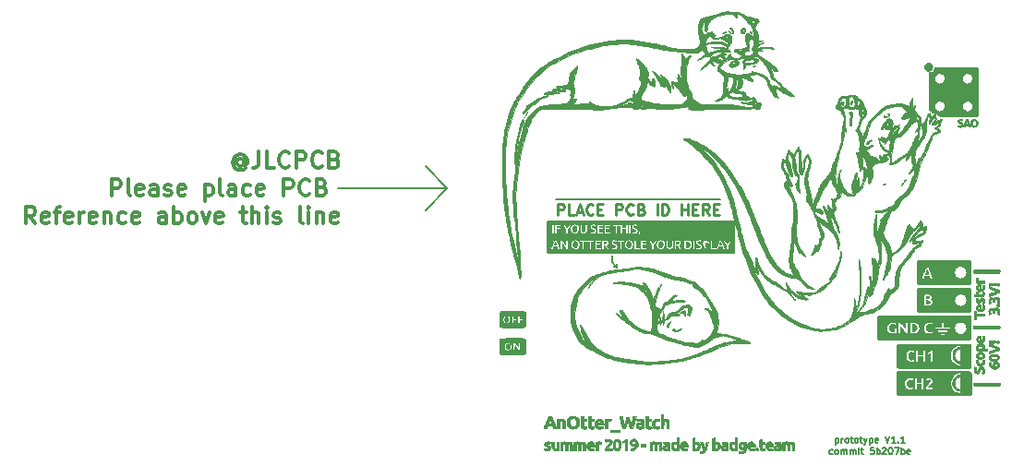
<source format=gbr>
G04 #@! TF.GenerationSoftware,KiCad,Pcbnew,5.0.2-bee76a0~70~ubuntu18.04.1*
G04 #@! TF.CreationDate,2019-04-08T17:38:34+02:00*
G04 #@! TF.ProjectId,anotterwatch,616e6f74-7465-4727-9761-7463682e6b69,rev?*
G04 #@! TF.SameCoordinates,Original*
G04 #@! TF.FileFunction,Legend,Top*
G04 #@! TF.FilePolarity,Positive*
%FSLAX46Y46*%
G04 Gerber Fmt 4.6, Leading zero omitted, Abs format (unit mm)*
G04 Created by KiCad (PCBNEW 5.0.2-bee76a0~70~ubuntu18.04.1) date Mo 08 Apr 2019 17:38:34 CEST*
%MOMM*%
%LPD*%
G01*
G04 APERTURE LIST*
%ADD10C,0.300000*%
%ADD11C,0.200000*%
%ADD12C,0.250000*%
%ADD13C,0.150000*%
%ADD14C,0.010000*%
G04 APERTURE END LIST*
D10*
X56805000Y-83414285D02*
X56733571Y-83342857D01*
X56590714Y-83271428D01*
X56447857Y-83271428D01*
X56305000Y-83342857D01*
X56233571Y-83414285D01*
X56162142Y-83557142D01*
X56162142Y-83700000D01*
X56233571Y-83842857D01*
X56305000Y-83914285D01*
X56447857Y-83985714D01*
X56590714Y-83985714D01*
X56733571Y-83914285D01*
X56805000Y-83842857D01*
X56805000Y-83271428D02*
X56805000Y-83842857D01*
X56876428Y-83914285D01*
X56947857Y-83914285D01*
X57090714Y-83842857D01*
X57162142Y-83700000D01*
X57162142Y-83342857D01*
X57019285Y-83128571D01*
X56805000Y-82985714D01*
X56519285Y-82914285D01*
X56233571Y-82985714D01*
X56019285Y-83128571D01*
X55876428Y-83342857D01*
X55805000Y-83628571D01*
X55876428Y-83914285D01*
X56019285Y-84128571D01*
X56233571Y-84271428D01*
X56519285Y-84342857D01*
X56805000Y-84271428D01*
X57019285Y-84128571D01*
X58233571Y-82628571D02*
X58233571Y-83700000D01*
X58162142Y-83914285D01*
X58019285Y-84057142D01*
X57805000Y-84128571D01*
X57662142Y-84128571D01*
X59662142Y-84128571D02*
X58947857Y-84128571D01*
X58947857Y-82628571D01*
X61019285Y-83985714D02*
X60947857Y-84057142D01*
X60733571Y-84128571D01*
X60590714Y-84128571D01*
X60376428Y-84057142D01*
X60233571Y-83914285D01*
X60162142Y-83771428D01*
X60090714Y-83485714D01*
X60090714Y-83271428D01*
X60162142Y-82985714D01*
X60233571Y-82842857D01*
X60376428Y-82700000D01*
X60590714Y-82628571D01*
X60733571Y-82628571D01*
X60947857Y-82700000D01*
X61019285Y-82771428D01*
X61662142Y-84128571D02*
X61662142Y-82628571D01*
X62233571Y-82628571D01*
X62376428Y-82700000D01*
X62447857Y-82771428D01*
X62519285Y-82914285D01*
X62519285Y-83128571D01*
X62447857Y-83271428D01*
X62376428Y-83342857D01*
X62233571Y-83414285D01*
X61662142Y-83414285D01*
X64019285Y-83985714D02*
X63947857Y-84057142D01*
X63733571Y-84128571D01*
X63590714Y-84128571D01*
X63376428Y-84057142D01*
X63233571Y-83914285D01*
X63162142Y-83771428D01*
X63090714Y-83485714D01*
X63090714Y-83271428D01*
X63162142Y-82985714D01*
X63233571Y-82842857D01*
X63376428Y-82700000D01*
X63590714Y-82628571D01*
X63733571Y-82628571D01*
X63947857Y-82700000D01*
X64019285Y-82771428D01*
X65162142Y-83342857D02*
X65376428Y-83414285D01*
X65447857Y-83485714D01*
X65519285Y-83628571D01*
X65519285Y-83842857D01*
X65447857Y-83985714D01*
X65376428Y-84057142D01*
X65233571Y-84128571D01*
X64662142Y-84128571D01*
X64662142Y-82628571D01*
X65162142Y-82628571D01*
X65305000Y-82700000D01*
X65376428Y-82771428D01*
X65447857Y-82914285D01*
X65447857Y-83057142D01*
X65376428Y-83200000D01*
X65305000Y-83271428D01*
X65162142Y-83342857D01*
X64662142Y-83342857D01*
X44733571Y-86678571D02*
X44733571Y-85178571D01*
X45304999Y-85178571D01*
X45447857Y-85250000D01*
X45519285Y-85321428D01*
X45590714Y-85464285D01*
X45590714Y-85678571D01*
X45519285Y-85821428D01*
X45447857Y-85892857D01*
X45304999Y-85964285D01*
X44733571Y-85964285D01*
X46447857Y-86678571D02*
X46304999Y-86607142D01*
X46233571Y-86464285D01*
X46233571Y-85178571D01*
X47590714Y-86607142D02*
X47447857Y-86678571D01*
X47162142Y-86678571D01*
X47019285Y-86607142D01*
X46947857Y-86464285D01*
X46947857Y-85892857D01*
X47019285Y-85750000D01*
X47162142Y-85678571D01*
X47447857Y-85678571D01*
X47590714Y-85750000D01*
X47662142Y-85892857D01*
X47662142Y-86035714D01*
X46947857Y-86178571D01*
X48947857Y-86678571D02*
X48947857Y-85892857D01*
X48876428Y-85750000D01*
X48733571Y-85678571D01*
X48447857Y-85678571D01*
X48304999Y-85750000D01*
X48947857Y-86607142D02*
X48804999Y-86678571D01*
X48447857Y-86678571D01*
X48304999Y-86607142D01*
X48233571Y-86464285D01*
X48233571Y-86321428D01*
X48304999Y-86178571D01*
X48447857Y-86107142D01*
X48804999Y-86107142D01*
X48947857Y-86035714D01*
X49590714Y-86607142D02*
X49733571Y-86678571D01*
X50019285Y-86678571D01*
X50162142Y-86607142D01*
X50233571Y-86464285D01*
X50233571Y-86392857D01*
X50162142Y-86250000D01*
X50019285Y-86178571D01*
X49804999Y-86178571D01*
X49662142Y-86107142D01*
X49590714Y-85964285D01*
X49590714Y-85892857D01*
X49662142Y-85750000D01*
X49804999Y-85678571D01*
X50019285Y-85678571D01*
X50162142Y-85750000D01*
X51447857Y-86607142D02*
X51304999Y-86678571D01*
X51019285Y-86678571D01*
X50876428Y-86607142D01*
X50804999Y-86464285D01*
X50804999Y-85892857D01*
X50876428Y-85750000D01*
X51019285Y-85678571D01*
X51304999Y-85678571D01*
X51447857Y-85750000D01*
X51519285Y-85892857D01*
X51519285Y-86035714D01*
X50804999Y-86178571D01*
X53304999Y-85678571D02*
X53304999Y-87178571D01*
X53304999Y-85750000D02*
X53447857Y-85678571D01*
X53733571Y-85678571D01*
X53876428Y-85750000D01*
X53947857Y-85821428D01*
X54019285Y-85964285D01*
X54019285Y-86392857D01*
X53947857Y-86535714D01*
X53876428Y-86607142D01*
X53733571Y-86678571D01*
X53447857Y-86678571D01*
X53304999Y-86607142D01*
X54876428Y-86678571D02*
X54733571Y-86607142D01*
X54662142Y-86464285D01*
X54662142Y-85178571D01*
X56090714Y-86678571D02*
X56090714Y-85892857D01*
X56019285Y-85750000D01*
X55876428Y-85678571D01*
X55590714Y-85678571D01*
X55447857Y-85750000D01*
X56090714Y-86607142D02*
X55947857Y-86678571D01*
X55590714Y-86678571D01*
X55447857Y-86607142D01*
X55376428Y-86464285D01*
X55376428Y-86321428D01*
X55447857Y-86178571D01*
X55590714Y-86107142D01*
X55947857Y-86107142D01*
X56090714Y-86035714D01*
X57447857Y-86607142D02*
X57304999Y-86678571D01*
X57019285Y-86678571D01*
X56876428Y-86607142D01*
X56804999Y-86535714D01*
X56733571Y-86392857D01*
X56733571Y-85964285D01*
X56804999Y-85821428D01*
X56876428Y-85750000D01*
X57019285Y-85678571D01*
X57304999Y-85678571D01*
X57447857Y-85750000D01*
X58662142Y-86607142D02*
X58519285Y-86678571D01*
X58233571Y-86678571D01*
X58090714Y-86607142D01*
X58019285Y-86464285D01*
X58019285Y-85892857D01*
X58090714Y-85750000D01*
X58233571Y-85678571D01*
X58519285Y-85678571D01*
X58662142Y-85750000D01*
X58733571Y-85892857D01*
X58733571Y-86035714D01*
X58019285Y-86178571D01*
X60519285Y-86678571D02*
X60519285Y-85178571D01*
X61090714Y-85178571D01*
X61233571Y-85250000D01*
X61304999Y-85321428D01*
X61376428Y-85464285D01*
X61376428Y-85678571D01*
X61304999Y-85821428D01*
X61233571Y-85892857D01*
X61090714Y-85964285D01*
X60519285Y-85964285D01*
X62876428Y-86535714D02*
X62804999Y-86607142D01*
X62590714Y-86678571D01*
X62447857Y-86678571D01*
X62233571Y-86607142D01*
X62090714Y-86464285D01*
X62019285Y-86321428D01*
X61947857Y-86035714D01*
X61947857Y-85821428D01*
X62019285Y-85535714D01*
X62090714Y-85392857D01*
X62233571Y-85250000D01*
X62447857Y-85178571D01*
X62590714Y-85178571D01*
X62804999Y-85250000D01*
X62876428Y-85321428D01*
X64019285Y-85892857D02*
X64233571Y-85964285D01*
X64304999Y-86035714D01*
X64376428Y-86178571D01*
X64376428Y-86392857D01*
X64304999Y-86535714D01*
X64233571Y-86607142D01*
X64090714Y-86678571D01*
X63519285Y-86678571D01*
X63519285Y-85178571D01*
X64019285Y-85178571D01*
X64162142Y-85250000D01*
X64233571Y-85321428D01*
X64304999Y-85464285D01*
X64304999Y-85607142D01*
X64233571Y-85750000D01*
X64162142Y-85821428D01*
X64019285Y-85892857D01*
X63519285Y-85892857D01*
X37733571Y-89228571D02*
X37233571Y-88514285D01*
X36876428Y-89228571D02*
X36876428Y-87728571D01*
X37447857Y-87728571D01*
X37590714Y-87800000D01*
X37662142Y-87871428D01*
X37733571Y-88014285D01*
X37733571Y-88228571D01*
X37662142Y-88371428D01*
X37590714Y-88442857D01*
X37447857Y-88514285D01*
X36876428Y-88514285D01*
X38947857Y-89157142D02*
X38804999Y-89228571D01*
X38519285Y-89228571D01*
X38376428Y-89157142D01*
X38304999Y-89014285D01*
X38304999Y-88442857D01*
X38376428Y-88300000D01*
X38519285Y-88228571D01*
X38804999Y-88228571D01*
X38947857Y-88300000D01*
X39019285Y-88442857D01*
X39019285Y-88585714D01*
X38304999Y-88728571D01*
X39447857Y-88228571D02*
X40019285Y-88228571D01*
X39662142Y-89228571D02*
X39662142Y-87942857D01*
X39733571Y-87800000D01*
X39876428Y-87728571D01*
X40019285Y-87728571D01*
X41090714Y-89157142D02*
X40947857Y-89228571D01*
X40662142Y-89228571D01*
X40519285Y-89157142D01*
X40447857Y-89014285D01*
X40447857Y-88442857D01*
X40519285Y-88300000D01*
X40662142Y-88228571D01*
X40947857Y-88228571D01*
X41090714Y-88300000D01*
X41162142Y-88442857D01*
X41162142Y-88585714D01*
X40447857Y-88728571D01*
X41804999Y-89228571D02*
X41804999Y-88228571D01*
X41804999Y-88514285D02*
X41876428Y-88371428D01*
X41947857Y-88300000D01*
X42090714Y-88228571D01*
X42233571Y-88228571D01*
X43304999Y-89157142D02*
X43162142Y-89228571D01*
X42876428Y-89228571D01*
X42733571Y-89157142D01*
X42662142Y-89014285D01*
X42662142Y-88442857D01*
X42733571Y-88300000D01*
X42876428Y-88228571D01*
X43162142Y-88228571D01*
X43304999Y-88300000D01*
X43376428Y-88442857D01*
X43376428Y-88585714D01*
X42662142Y-88728571D01*
X44019285Y-88228571D02*
X44019285Y-89228571D01*
X44019285Y-88371428D02*
X44090714Y-88300000D01*
X44233571Y-88228571D01*
X44447857Y-88228571D01*
X44590714Y-88300000D01*
X44662142Y-88442857D01*
X44662142Y-89228571D01*
X46019285Y-89157142D02*
X45876428Y-89228571D01*
X45590714Y-89228571D01*
X45447857Y-89157142D01*
X45376428Y-89085714D01*
X45304999Y-88942857D01*
X45304999Y-88514285D01*
X45376428Y-88371428D01*
X45447857Y-88300000D01*
X45590714Y-88228571D01*
X45876428Y-88228571D01*
X46019285Y-88300000D01*
X47233571Y-89157142D02*
X47090714Y-89228571D01*
X46804999Y-89228571D01*
X46662142Y-89157142D01*
X46590714Y-89014285D01*
X46590714Y-88442857D01*
X46662142Y-88300000D01*
X46804999Y-88228571D01*
X47090714Y-88228571D01*
X47233571Y-88300000D01*
X47304999Y-88442857D01*
X47304999Y-88585714D01*
X46590714Y-88728571D01*
X49733571Y-89228571D02*
X49733571Y-88442857D01*
X49662142Y-88300000D01*
X49519285Y-88228571D01*
X49233571Y-88228571D01*
X49090714Y-88300000D01*
X49733571Y-89157142D02*
X49590714Y-89228571D01*
X49233571Y-89228571D01*
X49090714Y-89157142D01*
X49019285Y-89014285D01*
X49019285Y-88871428D01*
X49090714Y-88728571D01*
X49233571Y-88657142D01*
X49590714Y-88657142D01*
X49733571Y-88585714D01*
X50447857Y-89228571D02*
X50447857Y-87728571D01*
X50447857Y-88300000D02*
X50590714Y-88228571D01*
X50876428Y-88228571D01*
X51019285Y-88300000D01*
X51090714Y-88371428D01*
X51162142Y-88514285D01*
X51162142Y-88942857D01*
X51090714Y-89085714D01*
X51019285Y-89157142D01*
X50876428Y-89228571D01*
X50590714Y-89228571D01*
X50447857Y-89157142D01*
X52019285Y-89228571D02*
X51876428Y-89157142D01*
X51804999Y-89085714D01*
X51733571Y-88942857D01*
X51733571Y-88514285D01*
X51804999Y-88371428D01*
X51876428Y-88300000D01*
X52019285Y-88228571D01*
X52233571Y-88228571D01*
X52376428Y-88300000D01*
X52447857Y-88371428D01*
X52519285Y-88514285D01*
X52519285Y-88942857D01*
X52447857Y-89085714D01*
X52376428Y-89157142D01*
X52233571Y-89228571D01*
X52019285Y-89228571D01*
X53019285Y-88228571D02*
X53376428Y-89228571D01*
X53733571Y-88228571D01*
X54876428Y-89157142D02*
X54733571Y-89228571D01*
X54447857Y-89228571D01*
X54304999Y-89157142D01*
X54233571Y-89014285D01*
X54233571Y-88442857D01*
X54304999Y-88300000D01*
X54447857Y-88228571D01*
X54733571Y-88228571D01*
X54876428Y-88300000D01*
X54947857Y-88442857D01*
X54947857Y-88585714D01*
X54233571Y-88728571D01*
X56519285Y-88228571D02*
X57090714Y-88228571D01*
X56733571Y-87728571D02*
X56733571Y-89014285D01*
X56804999Y-89157142D01*
X56947857Y-89228571D01*
X57090714Y-89228571D01*
X57590714Y-89228571D02*
X57590714Y-87728571D01*
X58233571Y-89228571D02*
X58233571Y-88442857D01*
X58162142Y-88300000D01*
X58019285Y-88228571D01*
X57804999Y-88228571D01*
X57662142Y-88300000D01*
X57590714Y-88371428D01*
X58947857Y-89228571D02*
X58947857Y-88228571D01*
X58947857Y-87728571D02*
X58876428Y-87800000D01*
X58947857Y-87871428D01*
X59019285Y-87800000D01*
X58947857Y-87728571D01*
X58947857Y-87871428D01*
X59590714Y-89157142D02*
X59733571Y-89228571D01*
X60019285Y-89228571D01*
X60162142Y-89157142D01*
X60233571Y-89014285D01*
X60233571Y-88942857D01*
X60162142Y-88800000D01*
X60019285Y-88728571D01*
X59804999Y-88728571D01*
X59662142Y-88657142D01*
X59590714Y-88514285D01*
X59590714Y-88442857D01*
X59662142Y-88300000D01*
X59804999Y-88228571D01*
X60019285Y-88228571D01*
X60162142Y-88300000D01*
X62233571Y-89228571D02*
X62090714Y-89157142D01*
X62019285Y-89014285D01*
X62019285Y-87728571D01*
X62804999Y-89228571D02*
X62804999Y-88228571D01*
X62804999Y-87728571D02*
X62733571Y-87800000D01*
X62804999Y-87871428D01*
X62876428Y-87800000D01*
X62804999Y-87728571D01*
X62804999Y-87871428D01*
X63519285Y-88228571D02*
X63519285Y-89228571D01*
X63519285Y-88371428D02*
X63590714Y-88300000D01*
X63733571Y-88228571D01*
X63947857Y-88228571D01*
X64090714Y-88300000D01*
X64162142Y-88442857D01*
X64162142Y-89228571D01*
X65447857Y-89157142D02*
X65304999Y-89228571D01*
X65019285Y-89228571D01*
X64876428Y-89157142D01*
X64804999Y-89014285D01*
X64804999Y-88442857D01*
X64876428Y-88300000D01*
X65019285Y-88228571D01*
X65304999Y-88228571D01*
X65447857Y-88300000D01*
X65519285Y-88442857D01*
X65519285Y-88585714D01*
X64804999Y-88728571D01*
D11*
X75500000Y-86000000D02*
X73500000Y-88000000D01*
X75500000Y-86000000D02*
X73500000Y-84000000D01*
X65500000Y-86000000D02*
X75500000Y-86000000D01*
D12*
X85642857Y-88452380D02*
X85642857Y-87452380D01*
X86023809Y-87452380D01*
X86119047Y-87500000D01*
X86166666Y-87547619D01*
X86214285Y-87642857D01*
X86214285Y-87785714D01*
X86166666Y-87880952D01*
X86119047Y-87928571D01*
X86023809Y-87976190D01*
X85642857Y-87976190D01*
X87119047Y-88452380D02*
X86642857Y-88452380D01*
X86642857Y-87452380D01*
X87404761Y-88166666D02*
X87880952Y-88166666D01*
X87309523Y-88452380D02*
X87642857Y-87452380D01*
X87976190Y-88452380D01*
X88880952Y-88357142D02*
X88833333Y-88404761D01*
X88690476Y-88452380D01*
X88595238Y-88452380D01*
X88452380Y-88404761D01*
X88357142Y-88309523D01*
X88309523Y-88214285D01*
X88261904Y-88023809D01*
X88261904Y-87880952D01*
X88309523Y-87690476D01*
X88357142Y-87595238D01*
X88452380Y-87500000D01*
X88595238Y-87452380D01*
X88690476Y-87452380D01*
X88833333Y-87500000D01*
X88880952Y-87547619D01*
X89309523Y-87928571D02*
X89642857Y-87928571D01*
X89785714Y-88452380D02*
X89309523Y-88452380D01*
X89309523Y-87452380D01*
X89785714Y-87452380D01*
X90976190Y-88452380D02*
X90976190Y-87452380D01*
X91357142Y-87452380D01*
X91452380Y-87500000D01*
X91500000Y-87547619D01*
X91547619Y-87642857D01*
X91547619Y-87785714D01*
X91500000Y-87880952D01*
X91452380Y-87928571D01*
X91357142Y-87976190D01*
X90976190Y-87976190D01*
X92547619Y-88357142D02*
X92500000Y-88404761D01*
X92357142Y-88452380D01*
X92261904Y-88452380D01*
X92119047Y-88404761D01*
X92023809Y-88309523D01*
X91976190Y-88214285D01*
X91928571Y-88023809D01*
X91928571Y-87880952D01*
X91976190Y-87690476D01*
X92023809Y-87595238D01*
X92119047Y-87500000D01*
X92261904Y-87452380D01*
X92357142Y-87452380D01*
X92500000Y-87500000D01*
X92547619Y-87547619D01*
X93309523Y-87928571D02*
X93452380Y-87976190D01*
X93500000Y-88023809D01*
X93547619Y-88119047D01*
X93547619Y-88261904D01*
X93500000Y-88357142D01*
X93452380Y-88404761D01*
X93357142Y-88452380D01*
X92976190Y-88452380D01*
X92976190Y-87452380D01*
X93309523Y-87452380D01*
X93404761Y-87500000D01*
X93452380Y-87547619D01*
X93500000Y-87642857D01*
X93500000Y-87738095D01*
X93452380Y-87833333D01*
X93404761Y-87880952D01*
X93309523Y-87928571D01*
X92976190Y-87928571D01*
X94738095Y-88452380D02*
X94738095Y-87452380D01*
X95214285Y-88452380D02*
X95214285Y-87452380D01*
X95452380Y-87452380D01*
X95595238Y-87500000D01*
X95690476Y-87595238D01*
X95738095Y-87690476D01*
X95785714Y-87880952D01*
X95785714Y-88023809D01*
X95738095Y-88214285D01*
X95690476Y-88309523D01*
X95595238Y-88404761D01*
X95452380Y-88452380D01*
X95214285Y-88452380D01*
X96976190Y-88452380D02*
X96976190Y-87452380D01*
X96976190Y-87928571D02*
X97547619Y-87928571D01*
X97547619Y-88452380D02*
X97547619Y-87452380D01*
X98023809Y-87928571D02*
X98357142Y-87928571D01*
X98500000Y-88452380D02*
X98023809Y-88452380D01*
X98023809Y-87452380D01*
X98500000Y-87452380D01*
X99500000Y-88452380D02*
X99166666Y-87976190D01*
X98928571Y-88452380D02*
X98928571Y-87452380D01*
X99309523Y-87452380D01*
X99404761Y-87500000D01*
X99452380Y-87547619D01*
X99500000Y-87642857D01*
X99500000Y-87785714D01*
X99452380Y-87880952D01*
X99404761Y-87928571D01*
X99309523Y-87976190D01*
X98928571Y-87976190D01*
X99928571Y-87928571D02*
X100261904Y-87928571D01*
X100404761Y-88452380D02*
X99928571Y-88452380D01*
X99928571Y-87452380D01*
X100404761Y-87452380D01*
D11*
X85500000Y-87000000D02*
X100500000Y-87000000D01*
D13*
X111092857Y-108946428D02*
X111092857Y-109546428D01*
X111092857Y-108975000D02*
X111150000Y-108946428D01*
X111264285Y-108946428D01*
X111321428Y-108975000D01*
X111350000Y-109003571D01*
X111378571Y-109060714D01*
X111378571Y-109232142D01*
X111350000Y-109289285D01*
X111321428Y-109317857D01*
X111264285Y-109346428D01*
X111150000Y-109346428D01*
X111092857Y-109317857D01*
X111635714Y-109346428D02*
X111635714Y-108946428D01*
X111635714Y-109060714D02*
X111664285Y-109003571D01*
X111692857Y-108975000D01*
X111750000Y-108946428D01*
X111807142Y-108946428D01*
X112092857Y-109346428D02*
X112035714Y-109317857D01*
X112007142Y-109289285D01*
X111978571Y-109232142D01*
X111978571Y-109060714D01*
X112007142Y-109003571D01*
X112035714Y-108975000D01*
X112092857Y-108946428D01*
X112178571Y-108946428D01*
X112235714Y-108975000D01*
X112264285Y-109003571D01*
X112292857Y-109060714D01*
X112292857Y-109232142D01*
X112264285Y-109289285D01*
X112235714Y-109317857D01*
X112178571Y-109346428D01*
X112092857Y-109346428D01*
X112464285Y-108946428D02*
X112692857Y-108946428D01*
X112550000Y-108746428D02*
X112550000Y-109260714D01*
X112578571Y-109317857D01*
X112635714Y-109346428D01*
X112692857Y-109346428D01*
X112978571Y-109346428D02*
X112921428Y-109317857D01*
X112892857Y-109289285D01*
X112864285Y-109232142D01*
X112864285Y-109060714D01*
X112892857Y-109003571D01*
X112921428Y-108975000D01*
X112978571Y-108946428D01*
X113064285Y-108946428D01*
X113121428Y-108975000D01*
X113150000Y-109003571D01*
X113178571Y-109060714D01*
X113178571Y-109232142D01*
X113150000Y-109289285D01*
X113121428Y-109317857D01*
X113064285Y-109346428D01*
X112978571Y-109346428D01*
X113350000Y-108946428D02*
X113578571Y-108946428D01*
X113435714Y-108746428D02*
X113435714Y-109260714D01*
X113464285Y-109317857D01*
X113521428Y-109346428D01*
X113578571Y-109346428D01*
X113721428Y-108946428D02*
X113864285Y-109346428D01*
X114007142Y-108946428D02*
X113864285Y-109346428D01*
X113807142Y-109489285D01*
X113778571Y-109517857D01*
X113721428Y-109546428D01*
X114235714Y-108946428D02*
X114235714Y-109546428D01*
X114235714Y-108975000D02*
X114292857Y-108946428D01*
X114407142Y-108946428D01*
X114464285Y-108975000D01*
X114492857Y-109003571D01*
X114521428Y-109060714D01*
X114521428Y-109232142D01*
X114492857Y-109289285D01*
X114464285Y-109317857D01*
X114407142Y-109346428D01*
X114292857Y-109346428D01*
X114235714Y-109317857D01*
X115007142Y-109317857D02*
X114950000Y-109346428D01*
X114835714Y-109346428D01*
X114778571Y-109317857D01*
X114750000Y-109260714D01*
X114750000Y-109032142D01*
X114778571Y-108975000D01*
X114835714Y-108946428D01*
X114950000Y-108946428D01*
X115007142Y-108975000D01*
X115035714Y-109032142D01*
X115035714Y-109089285D01*
X114750000Y-109146428D01*
X115664285Y-108746428D02*
X115864285Y-109346428D01*
X116064285Y-108746428D01*
X116578571Y-109346428D02*
X116235714Y-109346428D01*
X116407142Y-109346428D02*
X116407142Y-108746428D01*
X116350000Y-108832142D01*
X116292857Y-108889285D01*
X116235714Y-108917857D01*
X116835714Y-109289285D02*
X116864285Y-109317857D01*
X116835714Y-109346428D01*
X116807142Y-109317857D01*
X116835714Y-109289285D01*
X116835714Y-109346428D01*
X117435714Y-109346428D02*
X117092857Y-109346428D01*
X117264285Y-109346428D02*
X117264285Y-108746428D01*
X117207142Y-108832142D01*
X117150000Y-108889285D01*
X117092857Y-108917857D01*
X110835714Y-110367857D02*
X110778571Y-110396428D01*
X110664285Y-110396428D01*
X110607142Y-110367857D01*
X110578571Y-110339285D01*
X110550000Y-110282142D01*
X110550000Y-110110714D01*
X110578571Y-110053571D01*
X110607142Y-110025000D01*
X110664285Y-109996428D01*
X110778571Y-109996428D01*
X110835714Y-110025000D01*
X111178571Y-110396428D02*
X111121428Y-110367857D01*
X111092857Y-110339285D01*
X111064285Y-110282142D01*
X111064285Y-110110714D01*
X111092857Y-110053571D01*
X111121428Y-110025000D01*
X111178571Y-109996428D01*
X111264285Y-109996428D01*
X111321428Y-110025000D01*
X111350000Y-110053571D01*
X111378571Y-110110714D01*
X111378571Y-110282142D01*
X111350000Y-110339285D01*
X111321428Y-110367857D01*
X111264285Y-110396428D01*
X111178571Y-110396428D01*
X111635714Y-110396428D02*
X111635714Y-109996428D01*
X111635714Y-110053571D02*
X111664285Y-110025000D01*
X111721428Y-109996428D01*
X111807142Y-109996428D01*
X111864285Y-110025000D01*
X111892857Y-110082142D01*
X111892857Y-110396428D01*
X111892857Y-110082142D02*
X111921428Y-110025000D01*
X111978571Y-109996428D01*
X112064285Y-109996428D01*
X112121428Y-110025000D01*
X112150000Y-110082142D01*
X112150000Y-110396428D01*
X112435714Y-110396428D02*
X112435714Y-109996428D01*
X112435714Y-110053571D02*
X112464285Y-110025000D01*
X112521428Y-109996428D01*
X112607142Y-109996428D01*
X112664285Y-110025000D01*
X112692857Y-110082142D01*
X112692857Y-110396428D01*
X112692857Y-110082142D02*
X112721428Y-110025000D01*
X112778571Y-109996428D01*
X112864285Y-109996428D01*
X112921428Y-110025000D01*
X112950000Y-110082142D01*
X112950000Y-110396428D01*
X113235714Y-110396428D02*
X113235714Y-109996428D01*
X113235714Y-109796428D02*
X113207142Y-109825000D01*
X113235714Y-109853571D01*
X113264285Y-109825000D01*
X113235714Y-109796428D01*
X113235714Y-109853571D01*
X113435714Y-109996428D02*
X113664285Y-109996428D01*
X113521428Y-109796428D02*
X113521428Y-110310714D01*
X113550000Y-110367857D01*
X113607142Y-110396428D01*
X113664285Y-110396428D01*
X114607142Y-109796428D02*
X114321428Y-109796428D01*
X114292857Y-110082142D01*
X114321428Y-110053571D01*
X114378571Y-110025000D01*
X114521428Y-110025000D01*
X114578571Y-110053571D01*
X114607142Y-110082142D01*
X114635714Y-110139285D01*
X114635714Y-110282142D01*
X114607142Y-110339285D01*
X114578571Y-110367857D01*
X114521428Y-110396428D01*
X114378571Y-110396428D01*
X114321428Y-110367857D01*
X114292857Y-110339285D01*
X114892857Y-110396428D02*
X114892857Y-109796428D01*
X114892857Y-110025000D02*
X114950000Y-109996428D01*
X115064285Y-109996428D01*
X115121428Y-110025000D01*
X115150000Y-110053571D01*
X115178571Y-110110714D01*
X115178571Y-110282142D01*
X115150000Y-110339285D01*
X115121428Y-110367857D01*
X115064285Y-110396428D01*
X114950000Y-110396428D01*
X114892857Y-110367857D01*
X115407142Y-109853571D02*
X115435714Y-109825000D01*
X115492857Y-109796428D01*
X115635714Y-109796428D01*
X115692857Y-109825000D01*
X115721428Y-109853571D01*
X115750000Y-109910714D01*
X115750000Y-109967857D01*
X115721428Y-110053571D01*
X115378571Y-110396428D01*
X115750000Y-110396428D01*
X116121428Y-109796428D02*
X116178571Y-109796428D01*
X116235714Y-109825000D01*
X116264285Y-109853571D01*
X116292857Y-109910714D01*
X116321428Y-110025000D01*
X116321428Y-110167857D01*
X116292857Y-110282142D01*
X116264285Y-110339285D01*
X116235714Y-110367857D01*
X116178571Y-110396428D01*
X116121428Y-110396428D01*
X116064285Y-110367857D01*
X116035714Y-110339285D01*
X116007142Y-110282142D01*
X115978571Y-110167857D01*
X115978571Y-110025000D01*
X116007142Y-109910714D01*
X116035714Y-109853571D01*
X116064285Y-109825000D01*
X116121428Y-109796428D01*
X116521428Y-109796428D02*
X116921428Y-109796428D01*
X116664285Y-110396428D01*
X117150000Y-110396428D02*
X117150000Y-109796428D01*
X117150000Y-110025000D02*
X117207142Y-109996428D01*
X117321428Y-109996428D01*
X117378571Y-110025000D01*
X117407142Y-110053571D01*
X117435714Y-110110714D01*
X117435714Y-110282142D01*
X117407142Y-110339285D01*
X117378571Y-110367857D01*
X117321428Y-110396428D01*
X117207142Y-110396428D01*
X117150000Y-110367857D01*
X117921428Y-110367857D02*
X117864285Y-110396428D01*
X117750000Y-110396428D01*
X117692857Y-110367857D01*
X117664285Y-110310714D01*
X117664285Y-110082142D01*
X117692857Y-110025000D01*
X117750000Y-109996428D01*
X117864285Y-109996428D01*
X117921428Y-110025000D01*
X117950000Y-110082142D01*
X117950000Y-110139285D01*
X117664285Y-110196428D01*
D14*
G04 #@! TO.C,G\002A\002A\002A*
G36*
X87220885Y-89442785D02*
X87286125Y-89487876D01*
X87330883Y-89547875D01*
X87332571Y-89551770D01*
X87357593Y-89650432D01*
X87356533Y-89751206D01*
X87331856Y-89842902D01*
X87286025Y-89914329D01*
X87246069Y-89944581D01*
X87169910Y-89971513D01*
X87100052Y-89963907D01*
X87055130Y-89943590D01*
X86996995Y-89889864D01*
X86960647Y-89811291D01*
X86945986Y-89719183D01*
X86952913Y-89624847D01*
X86981329Y-89539592D01*
X87031133Y-89474729D01*
X87059430Y-89455751D01*
X87112349Y-89433713D01*
X87152750Y-89425000D01*
X87220885Y-89442785D01*
X87220885Y-89442785D01*
G37*
X87220885Y-89442785D02*
X87286125Y-89487876D01*
X87330883Y-89547875D01*
X87332571Y-89551770D01*
X87357593Y-89650432D01*
X87356533Y-89751206D01*
X87331856Y-89842902D01*
X87286025Y-89914329D01*
X87246069Y-89944581D01*
X87169910Y-89971513D01*
X87100052Y-89963907D01*
X87055130Y-89943590D01*
X86996995Y-89889864D01*
X86960647Y-89811291D01*
X86945986Y-89719183D01*
X86952913Y-89624847D01*
X86981329Y-89539592D01*
X87031133Y-89474729D01*
X87059430Y-89455751D01*
X87112349Y-89433713D01*
X87152750Y-89425000D01*
X87220885Y-89442785D01*
G36*
X100565414Y-91026634D02*
X100597454Y-91110956D01*
X100614073Y-91163035D01*
X100613784Y-91190600D01*
X100595102Y-91201383D01*
X100556541Y-91203114D01*
X100531509Y-91203000D01*
X100474195Y-91200314D01*
X100439534Y-91193510D01*
X100434833Y-91189298D01*
X100441577Y-91163667D01*
X100459150Y-91110516D01*
X100480637Y-91049974D01*
X100526441Y-90924352D01*
X100565414Y-91026634D01*
X100565414Y-91026634D01*
G37*
X100565414Y-91026634D02*
X100597454Y-91110956D01*
X100614073Y-91163035D01*
X100613784Y-91190600D01*
X100595102Y-91201383D01*
X100556541Y-91203114D01*
X100531509Y-91203000D01*
X100474195Y-91200314D01*
X100439534Y-91193510D01*
X100434833Y-91189298D01*
X100441577Y-91163667D01*
X100459150Y-91110516D01*
X100480637Y-91049974D01*
X100526441Y-90924352D01*
X100565414Y-91026634D01*
G36*
X96562163Y-90891393D02*
X96649894Y-90913825D01*
X96698626Y-90952304D01*
X96709500Y-90991333D01*
X96689902Y-91041703D01*
X96631203Y-91076095D01*
X96562163Y-91091273D01*
X96476666Y-91102740D01*
X96476666Y-90879926D01*
X96562163Y-90891393D01*
X96562163Y-90891393D01*
G37*
X96562163Y-90891393D02*
X96649894Y-90913825D01*
X96698626Y-90952304D01*
X96709500Y-90991333D01*
X96689902Y-91041703D01*
X96631203Y-91076095D01*
X96562163Y-91091273D01*
X96476666Y-91102740D01*
X96476666Y-90879926D01*
X96562163Y-90891393D01*
G36*
X89915830Y-90891393D02*
X90003560Y-90913825D01*
X90052293Y-90952304D01*
X90063166Y-90991333D01*
X90043569Y-91041703D01*
X89984870Y-91076095D01*
X89915830Y-91091273D01*
X89830333Y-91102740D01*
X89830333Y-90879926D01*
X89915830Y-90891393D01*
X89915830Y-90891393D01*
G37*
X89915830Y-90891393D02*
X90003560Y-90913825D01*
X90052293Y-90952304D01*
X90063166Y-90991333D01*
X90043569Y-91041703D01*
X89984870Y-91076095D01*
X89915830Y-91091273D01*
X89830333Y-91102740D01*
X89830333Y-90879926D01*
X89915830Y-90891393D01*
G36*
X85431248Y-91026634D02*
X85463288Y-91110956D01*
X85479906Y-91163035D01*
X85479618Y-91190600D01*
X85460936Y-91201383D01*
X85422374Y-91203114D01*
X85397343Y-91203000D01*
X85340028Y-91200314D01*
X85305367Y-91193510D01*
X85300666Y-91189298D01*
X85307410Y-91163667D01*
X85324983Y-91110516D01*
X85346470Y-91049974D01*
X85392274Y-90924352D01*
X85431248Y-91026634D01*
X85431248Y-91026634D01*
G37*
X85431248Y-91026634D02*
X85463288Y-91110956D01*
X85479906Y-91163035D01*
X85479618Y-91190600D01*
X85460936Y-91201383D01*
X85422374Y-91203114D01*
X85397343Y-91203000D01*
X85340028Y-91200314D01*
X85305367Y-91193510D01*
X85300666Y-91189298D01*
X85307410Y-91163667D01*
X85324983Y-91110516D01*
X85346470Y-91049974D01*
X85392274Y-90924352D01*
X85431248Y-91026634D01*
G36*
X99313354Y-90994520D02*
X99351496Y-91034942D01*
X99361264Y-91050538D01*
X99385932Y-91096685D01*
X99395635Y-91124514D01*
X99394905Y-91127105D01*
X99358828Y-91140336D01*
X99301084Y-91147286D01*
X99242024Y-91146830D01*
X99201999Y-91137845D01*
X99201875Y-91137773D01*
X99167706Y-91100324D01*
X99167626Y-91056281D01*
X99196938Y-91016010D01*
X99250943Y-90989874D01*
X99270478Y-90986427D01*
X99313354Y-90994520D01*
X99313354Y-90994520D01*
G37*
X99313354Y-90994520D02*
X99351496Y-91034942D01*
X99361264Y-91050538D01*
X99385932Y-91096685D01*
X99395635Y-91124514D01*
X99394905Y-91127105D01*
X99358828Y-91140336D01*
X99301084Y-91147286D01*
X99242024Y-91146830D01*
X99201999Y-91137845D01*
X99201875Y-91137773D01*
X99167706Y-91100324D01*
X99167626Y-91056281D01*
X99196938Y-91016010D01*
X99250943Y-90989874D01*
X99270478Y-90986427D01*
X99313354Y-90994520D01*
G36*
X97434458Y-90885618D02*
X97526084Y-90897787D01*
X97608357Y-90929727D01*
X97666338Y-90975258D01*
X97672899Y-90984202D01*
X97701354Y-91057649D01*
X97710271Y-91148595D01*
X97699525Y-91237770D01*
X97674943Y-91297619D01*
X97617707Y-91353617D01*
X97536820Y-91395609D01*
X97450689Y-91414405D01*
X97440429Y-91414666D01*
X97386833Y-91414666D01*
X97386833Y-91150083D01*
X97387104Y-91040463D01*
X97388746Y-90966269D01*
X97393003Y-90920594D01*
X97401118Y-90896532D01*
X97414336Y-90887175D01*
X97433901Y-90885616D01*
X97434458Y-90885618D01*
X97434458Y-90885618D01*
G37*
X97434458Y-90885618D02*
X97526084Y-90897787D01*
X97608357Y-90929727D01*
X97666338Y-90975258D01*
X97672899Y-90984202D01*
X97701354Y-91057649D01*
X97710271Y-91148595D01*
X97699525Y-91237770D01*
X97674943Y-91297619D01*
X97617707Y-91353617D01*
X97536820Y-91395609D01*
X97450689Y-91414405D01*
X97440429Y-91414666D01*
X97386833Y-91414666D01*
X97386833Y-91150083D01*
X97387104Y-91040463D01*
X97388746Y-90966269D01*
X97393003Y-90920594D01*
X97401118Y-90896532D01*
X97414336Y-90887175D01*
X97433901Y-90885616D01*
X97434458Y-90885618D01*
G36*
X95116052Y-90882118D02*
X95181292Y-90927209D01*
X95226050Y-90987208D01*
X95227738Y-90991103D01*
X95252760Y-91089766D01*
X95251700Y-91190540D01*
X95227022Y-91282236D01*
X95181191Y-91353663D01*
X95141236Y-91383914D01*
X95065076Y-91410846D01*
X94995219Y-91403240D01*
X94950297Y-91382924D01*
X94892161Y-91329197D01*
X94855813Y-91250625D01*
X94841153Y-91158516D01*
X94848080Y-91064180D01*
X94876495Y-90978926D01*
X94926299Y-90914062D01*
X94954596Y-90895085D01*
X95007516Y-90873046D01*
X95047916Y-90864333D01*
X95116052Y-90882118D01*
X95116052Y-90882118D01*
G37*
X95116052Y-90882118D02*
X95181292Y-90927209D01*
X95226050Y-90987208D01*
X95227738Y-90991103D01*
X95252760Y-91089766D01*
X95251700Y-91190540D01*
X95227022Y-91282236D01*
X95181191Y-91353663D01*
X95141236Y-91383914D01*
X95065076Y-91410846D01*
X94995219Y-91403240D01*
X94950297Y-91382924D01*
X94892161Y-91329197D01*
X94855813Y-91250625D01*
X94841153Y-91158516D01*
X94848080Y-91064180D01*
X94876495Y-90978926D01*
X94926299Y-90914062D01*
X94954596Y-90895085D01*
X95007516Y-90873046D01*
X95047916Y-90864333D01*
X95116052Y-90882118D01*
G36*
X92195052Y-90882118D02*
X92260292Y-90927209D01*
X92305050Y-90987208D01*
X92306738Y-90991103D01*
X92331760Y-91089766D01*
X92330700Y-91190540D01*
X92306022Y-91282236D01*
X92260191Y-91353663D01*
X92220236Y-91383914D01*
X92144076Y-91410846D01*
X92074219Y-91403240D01*
X92029297Y-91382924D01*
X91971161Y-91329197D01*
X91934813Y-91250625D01*
X91920153Y-91158516D01*
X91927080Y-91064180D01*
X91955495Y-90978926D01*
X92005299Y-90914062D01*
X92033596Y-90895085D01*
X92086516Y-90873046D01*
X92126916Y-90864333D01*
X92195052Y-90882118D01*
X92195052Y-90882118D01*
G37*
X92195052Y-90882118D02*
X92260292Y-90927209D01*
X92305050Y-90987208D01*
X92306738Y-90991103D01*
X92331760Y-91089766D01*
X92330700Y-91190540D01*
X92306022Y-91282236D01*
X92260191Y-91353663D01*
X92220236Y-91383914D01*
X92144076Y-91410846D01*
X92074219Y-91403240D01*
X92029297Y-91382924D01*
X91971161Y-91329197D01*
X91934813Y-91250625D01*
X91920153Y-91158516D01*
X91927080Y-91064180D01*
X91955495Y-90978926D01*
X92005299Y-90914062D01*
X92033596Y-90895085D01*
X92086516Y-90873046D01*
X92126916Y-90864333D01*
X92195052Y-90882118D01*
G36*
X87284385Y-90882118D02*
X87349625Y-90927209D01*
X87394383Y-90987208D01*
X87396071Y-90991103D01*
X87421093Y-91089766D01*
X87420033Y-91190540D01*
X87395356Y-91282236D01*
X87349525Y-91353663D01*
X87309569Y-91383914D01*
X87233410Y-91410846D01*
X87163552Y-91403240D01*
X87118630Y-91382924D01*
X87060495Y-91329197D01*
X87024147Y-91250625D01*
X87009486Y-91158516D01*
X87016413Y-91064180D01*
X87044829Y-90978926D01*
X87094633Y-90914062D01*
X87122930Y-90895085D01*
X87175849Y-90873046D01*
X87216250Y-90864333D01*
X87284385Y-90882118D01*
X87284385Y-90882118D01*
G37*
X87284385Y-90882118D02*
X87349625Y-90927209D01*
X87394383Y-90987208D01*
X87396071Y-90991103D01*
X87421093Y-91089766D01*
X87420033Y-91190540D01*
X87395356Y-91282236D01*
X87349525Y-91353663D01*
X87309569Y-91383914D01*
X87233410Y-91410846D01*
X87163552Y-91403240D01*
X87118630Y-91382924D01*
X87060495Y-91329197D01*
X87024147Y-91250625D01*
X87009486Y-91158516D01*
X87016413Y-91064180D01*
X87044829Y-90978926D01*
X87094633Y-90914062D01*
X87122930Y-90895085D01*
X87175849Y-90873046D01*
X87216250Y-90864333D01*
X87284385Y-90882118D01*
G36*
X101516863Y-71280853D02*
X101588426Y-71328003D01*
X101652974Y-71402269D01*
X101703047Y-71496417D01*
X101714571Y-71528846D01*
X101734496Y-71596991D01*
X101740507Y-71639688D01*
X101732815Y-71671396D01*
X101717049Y-71698395D01*
X101685466Y-71740717D01*
X101668625Y-71744754D01*
X101662715Y-71710276D01*
X101662500Y-71695080D01*
X101642435Y-71571293D01*
X101585193Y-71461359D01*
X101527848Y-71399944D01*
X101472016Y-71358423D01*
X101422693Y-71332214D01*
X101402926Y-71327500D01*
X101371814Y-71319440D01*
X101372226Y-71301084D01*
X101397871Y-71281165D01*
X101442458Y-71268417D01*
X101445744Y-71268057D01*
X101516863Y-71280853D01*
X101516863Y-71280853D01*
G37*
X101516863Y-71280853D02*
X101588426Y-71328003D01*
X101652974Y-71402269D01*
X101703047Y-71496417D01*
X101714571Y-71528846D01*
X101734496Y-71596991D01*
X101740507Y-71639688D01*
X101732815Y-71671396D01*
X101717049Y-71698395D01*
X101685466Y-71740717D01*
X101668625Y-71744754D01*
X101662715Y-71710276D01*
X101662500Y-71695080D01*
X101642435Y-71571293D01*
X101585193Y-71461359D01*
X101527848Y-71399944D01*
X101472016Y-71358423D01*
X101422693Y-71332214D01*
X101402926Y-71327500D01*
X101371814Y-71319440D01*
X101372226Y-71301084D01*
X101397871Y-71281165D01*
X101442458Y-71268417D01*
X101445744Y-71268057D01*
X101516863Y-71280853D01*
G36*
X101294829Y-71549133D02*
X101325294Y-71581953D01*
X101372643Y-71642006D01*
X101425575Y-71713134D01*
X101444832Y-71744862D01*
X101438295Y-71749911D01*
X101410667Y-71730964D01*
X101366651Y-71690707D01*
X101341722Y-71665275D01*
X101285111Y-71599951D01*
X101261313Y-71557799D01*
X101270825Y-71539791D01*
X101277519Y-71539166D01*
X101294829Y-71549133D01*
X101294829Y-71549133D01*
G37*
X101294829Y-71549133D02*
X101325294Y-71581953D01*
X101372643Y-71642006D01*
X101425575Y-71713134D01*
X101444832Y-71744862D01*
X101438295Y-71749911D01*
X101410667Y-71730964D01*
X101366651Y-71690707D01*
X101341722Y-71665275D01*
X101285111Y-71599951D01*
X101261313Y-71557799D01*
X101270825Y-71539791D01*
X101277519Y-71539166D01*
X101294829Y-71549133D01*
G36*
X102757817Y-71283146D02*
X102815914Y-71332523D01*
X102849942Y-71400038D01*
X102854275Y-71438538D01*
X102837607Y-71534953D01*
X102797903Y-71630436D01*
X102742803Y-71709961D01*
X102695814Y-71750189D01*
X102613823Y-71784118D01*
X102531973Y-71791104D01*
X102464887Y-71770124D01*
X102459873Y-71766683D01*
X102422422Y-71715564D01*
X102403367Y-71638614D01*
X102402811Y-71554708D01*
X102530333Y-71554708D01*
X102539605Y-71623793D01*
X102563914Y-71671565D01*
X102594377Y-71687333D01*
X102616560Y-71673322D01*
X102651210Y-71639708D01*
X102703378Y-71557836D01*
X102713624Y-71471602D01*
X102708810Y-71445716D01*
X102688119Y-71404431D01*
X102645620Y-71391247D01*
X102634616Y-71391000D01*
X102578142Y-71405932D01*
X102544116Y-71452649D01*
X102530703Y-71534029D01*
X102530333Y-71554708D01*
X102402811Y-71554708D01*
X102402767Y-71548160D01*
X102420683Y-71456527D01*
X102457173Y-71376043D01*
X102457973Y-71374816D01*
X102510223Y-71324851D01*
X102586267Y-71285262D01*
X102667588Y-71264998D01*
X102687223Y-71264000D01*
X102757817Y-71283146D01*
X102757817Y-71283146D01*
G37*
X102757817Y-71283146D02*
X102815914Y-71332523D01*
X102849942Y-71400038D01*
X102854275Y-71438538D01*
X102837607Y-71534953D01*
X102797903Y-71630436D01*
X102742803Y-71709961D01*
X102695814Y-71750189D01*
X102613823Y-71784118D01*
X102531973Y-71791104D01*
X102464887Y-71770124D01*
X102459873Y-71766683D01*
X102422422Y-71715564D01*
X102403367Y-71638614D01*
X102402811Y-71554708D01*
X102530333Y-71554708D01*
X102539605Y-71623793D01*
X102563914Y-71671565D01*
X102594377Y-71687333D01*
X102616560Y-71673322D01*
X102651210Y-71639708D01*
X102703378Y-71557836D01*
X102713624Y-71471602D01*
X102708810Y-71445716D01*
X102688119Y-71404431D01*
X102645620Y-71391247D01*
X102634616Y-71391000D01*
X102578142Y-71405932D01*
X102544116Y-71452649D01*
X102530703Y-71534029D01*
X102530333Y-71554708D01*
X102402811Y-71554708D01*
X102402767Y-71548160D01*
X102420683Y-71456527D01*
X102457173Y-71376043D01*
X102457973Y-71374816D01*
X102510223Y-71324851D01*
X102586267Y-71285262D01*
X102667588Y-71264998D01*
X102687223Y-71264000D01*
X102757817Y-71283146D01*
G36*
X101043139Y-71630045D02*
X101040253Y-71649916D01*
X101001742Y-71685488D01*
X100947646Y-71724375D01*
X100862579Y-71772532D01*
X100786660Y-71791645D01*
X100762479Y-71792546D01*
X100678250Y-71791925D01*
X100745913Y-71730352D01*
X100826980Y-71675936D01*
X100924718Y-71637526D01*
X101011625Y-71623951D01*
X101043139Y-71630045D01*
X101043139Y-71630045D01*
G37*
X101043139Y-71630045D02*
X101040253Y-71649916D01*
X101001742Y-71685488D01*
X100947646Y-71724375D01*
X100862579Y-71772532D01*
X100786660Y-71791645D01*
X100762479Y-71792546D01*
X100678250Y-71791925D01*
X100745913Y-71730352D01*
X100826980Y-71675936D01*
X100924718Y-71637526D01*
X101011625Y-71623951D01*
X101043139Y-71630045D01*
G36*
X103361178Y-71657040D02*
X103410396Y-71685234D01*
X103443155Y-71724390D01*
X103449745Y-71765022D01*
X103441014Y-71781962D01*
X103394176Y-71811543D01*
X103337022Y-71800242D01*
X103283235Y-71760939D01*
X103241885Y-71710973D01*
X103240213Y-71675003D01*
X103278093Y-71653675D01*
X103305212Y-71649295D01*
X103361178Y-71657040D01*
X103361178Y-71657040D01*
G37*
X103361178Y-71657040D02*
X103410396Y-71685234D01*
X103443155Y-71724390D01*
X103449745Y-71765022D01*
X103441014Y-71781962D01*
X103394176Y-71811543D01*
X103337022Y-71800242D01*
X103283235Y-71760939D01*
X103241885Y-71710973D01*
X103240213Y-71675003D01*
X103278093Y-71653675D01*
X103305212Y-71649295D01*
X103361178Y-71657040D01*
G36*
X101608936Y-71775464D02*
X101608525Y-71786271D01*
X101599000Y-71793166D01*
X101556505Y-71812659D01*
X101530101Y-71800590D01*
X101524916Y-71793166D01*
X101532790Y-71777924D01*
X101571292Y-71772324D01*
X101608936Y-71775464D01*
X101608936Y-71775464D01*
G37*
X101608936Y-71775464D02*
X101608525Y-71786271D01*
X101599000Y-71793166D01*
X101556505Y-71812659D01*
X101530101Y-71800590D01*
X101524916Y-71793166D01*
X101532790Y-71777924D01*
X101571292Y-71772324D01*
X101608936Y-71775464D01*
G36*
X103736876Y-74747341D02*
X103736833Y-74756215D01*
X103718481Y-74780037D01*
X103672255Y-74806049D01*
X103611403Y-74829806D01*
X103549171Y-74846862D01*
X103498807Y-74852772D01*
X103474213Y-74844344D01*
X103468299Y-74828069D01*
X103478826Y-74814353D01*
X103513120Y-74799098D01*
X103578507Y-74778207D01*
X103608383Y-74769311D01*
X103678273Y-74748754D01*
X103716774Y-74738873D01*
X103733203Y-74738719D01*
X103736876Y-74747341D01*
X103736876Y-74747341D01*
G37*
X103736876Y-74747341D02*
X103736833Y-74756215D01*
X103718481Y-74780037D01*
X103672255Y-74806049D01*
X103611403Y-74829806D01*
X103549171Y-74846862D01*
X103498807Y-74852772D01*
X103474213Y-74844344D01*
X103468299Y-74828069D01*
X103478826Y-74814353D01*
X103513120Y-74799098D01*
X103578507Y-74778207D01*
X103608383Y-74769311D01*
X103678273Y-74748754D01*
X103716774Y-74738873D01*
X103733203Y-74738719D01*
X103736876Y-74747341D01*
G36*
X85555950Y-76876845D02*
X85664531Y-76884669D01*
X85785700Y-76896200D01*
X85910867Y-76910365D01*
X86031440Y-76926092D01*
X86138829Y-76942306D01*
X86224441Y-76957935D01*
X86279687Y-76971904D01*
X86290916Y-76976546D01*
X86323414Y-77010672D01*
X86338492Y-77058125D01*
X86332375Y-77100667D01*
X86319531Y-77114812D01*
X86265621Y-77130798D01*
X86177387Y-77136211D01*
X86061437Y-77131288D01*
X85924376Y-77116268D01*
X85798083Y-77096079D01*
X85675652Y-77075264D01*
X85549689Y-77056213D01*
X85435573Y-77041123D01*
X85353583Y-77032572D01*
X85242061Y-77022734D01*
X85166338Y-77013280D01*
X85119927Y-77002647D01*
X85096338Y-76989273D01*
X85089082Y-76971593D01*
X85089000Y-76968833D01*
X85108730Y-76942531D01*
X85162188Y-76917755D01*
X85240772Y-76896658D01*
X85335881Y-76881393D01*
X85438913Y-76874115D01*
X85468550Y-76873803D01*
X85555950Y-76876845D01*
X85555950Y-76876845D01*
G37*
X85555950Y-76876845D02*
X85664531Y-76884669D01*
X85785700Y-76896200D01*
X85910867Y-76910365D01*
X86031440Y-76926092D01*
X86138829Y-76942306D01*
X86224441Y-76957935D01*
X86279687Y-76971904D01*
X86290916Y-76976546D01*
X86323414Y-77010672D01*
X86338492Y-77058125D01*
X86332375Y-77100667D01*
X86319531Y-77114812D01*
X86265621Y-77130798D01*
X86177387Y-77136211D01*
X86061437Y-77131288D01*
X85924376Y-77116268D01*
X85798083Y-77096079D01*
X85675652Y-77075264D01*
X85549689Y-77056213D01*
X85435573Y-77041123D01*
X85353583Y-77032572D01*
X85242061Y-77022734D01*
X85166338Y-77013280D01*
X85119927Y-77002647D01*
X85096338Y-76989273D01*
X85089082Y-76971593D01*
X85089000Y-76968833D01*
X85108730Y-76942531D01*
X85162188Y-76917755D01*
X85240772Y-76896658D01*
X85335881Y-76881393D01*
X85438913Y-76874115D01*
X85468550Y-76873803D01*
X85555950Y-76876845D01*
G36*
X94302029Y-75227446D02*
X94346132Y-75246516D01*
X94366342Y-75256613D01*
X94461908Y-75316278D01*
X94572270Y-75403083D01*
X94688840Y-75508875D01*
X94803033Y-75625502D01*
X94906264Y-75744813D01*
X94971016Y-75830708D01*
X95016938Y-75883638D01*
X95052096Y-75898115D01*
X95073798Y-75874248D01*
X95079666Y-75826412D01*
X95072210Y-75757951D01*
X95054840Y-75698838D01*
X95040700Y-75651134D01*
X95054023Y-75620346D01*
X95054379Y-75619986D01*
X95076392Y-75613823D01*
X95115604Y-75627891D01*
X95177938Y-75664863D01*
X95227259Y-75698021D01*
X95412729Y-75844857D01*
X95577637Y-76016934D01*
X95726155Y-76219379D01*
X95862454Y-76457321D01*
X95890429Y-76513333D01*
X95978258Y-76693250D01*
X95978754Y-76946836D01*
X95977142Y-77072061D01*
X95970224Y-77156327D01*
X95955727Y-77200895D01*
X95931381Y-77207029D01*
X95894916Y-77175994D01*
X95844060Y-77109053D01*
X95801345Y-77045564D01*
X95743580Y-76950106D01*
X95680385Y-76833811D01*
X95621648Y-76715304D01*
X95596202Y-76659115D01*
X95540779Y-76538169D01*
X95496613Y-76457429D01*
X95463009Y-76416492D01*
X95439271Y-76414953D01*
X95424705Y-76452407D01*
X95418614Y-76528450D01*
X95418333Y-76555666D01*
X95415708Y-76624063D01*
X95408907Y-76673453D01*
X95401618Y-76690498D01*
X95372521Y-76690932D01*
X95316254Y-76680615D01*
X95245515Y-76663030D01*
X95173003Y-76641661D01*
X95111416Y-76619989D01*
X95073453Y-76601499D01*
X95071392Y-76599916D01*
X95047896Y-76567721D01*
X95017585Y-76509667D01*
X94993565Y-76454293D01*
X94867688Y-76173832D01*
X94711719Y-75886781D01*
X94533077Y-75606172D01*
X94424856Y-75455312D01*
X94351402Y-75356083D01*
X94303325Y-75286850D01*
X94279692Y-75244445D01*
X94279571Y-75225699D01*
X94302029Y-75227446D01*
X94302029Y-75227446D01*
G37*
X94302029Y-75227446D02*
X94346132Y-75246516D01*
X94366342Y-75256613D01*
X94461908Y-75316278D01*
X94572270Y-75403083D01*
X94688840Y-75508875D01*
X94803033Y-75625502D01*
X94906264Y-75744813D01*
X94971016Y-75830708D01*
X95016938Y-75883638D01*
X95052096Y-75898115D01*
X95073798Y-75874248D01*
X95079666Y-75826412D01*
X95072210Y-75757951D01*
X95054840Y-75698838D01*
X95040700Y-75651134D01*
X95054023Y-75620346D01*
X95054379Y-75619986D01*
X95076392Y-75613823D01*
X95115604Y-75627891D01*
X95177938Y-75664863D01*
X95227259Y-75698021D01*
X95412729Y-75844857D01*
X95577637Y-76016934D01*
X95726155Y-76219379D01*
X95862454Y-76457321D01*
X95890429Y-76513333D01*
X95978258Y-76693250D01*
X95978754Y-76946836D01*
X95977142Y-77072061D01*
X95970224Y-77156327D01*
X95955727Y-77200895D01*
X95931381Y-77207029D01*
X95894916Y-77175994D01*
X95844060Y-77109053D01*
X95801345Y-77045564D01*
X95743580Y-76950106D01*
X95680385Y-76833811D01*
X95621648Y-76715304D01*
X95596202Y-76659115D01*
X95540779Y-76538169D01*
X95496613Y-76457429D01*
X95463009Y-76416492D01*
X95439271Y-76414953D01*
X95424705Y-76452407D01*
X95418614Y-76528450D01*
X95418333Y-76555666D01*
X95415708Y-76624063D01*
X95408907Y-76673453D01*
X95401618Y-76690498D01*
X95372521Y-76690932D01*
X95316254Y-76680615D01*
X95245515Y-76663030D01*
X95173003Y-76641661D01*
X95111416Y-76619989D01*
X95073453Y-76601499D01*
X95071392Y-76599916D01*
X95047896Y-76567721D01*
X95017585Y-76509667D01*
X94993565Y-76454293D01*
X94867688Y-76173832D01*
X94711719Y-75886781D01*
X94533077Y-75606172D01*
X94424856Y-75455312D01*
X94351402Y-75356083D01*
X94303325Y-75286850D01*
X94279692Y-75244445D01*
X94279571Y-75225699D01*
X94302029Y-75227446D01*
G36*
X84976256Y-77118253D02*
X85010151Y-77123331D01*
X85077810Y-77131241D01*
X85170827Y-77141076D01*
X85280798Y-77151928D01*
X85338126Y-77157324D01*
X85505233Y-77175927D01*
X85632309Y-77197357D01*
X85721600Y-77222246D01*
X85775353Y-77251224D01*
X85795812Y-77284922D01*
X85795925Y-77285916D01*
X85776031Y-77293672D01*
X85716717Y-77301349D01*
X85620896Y-77308726D01*
X85491481Y-77315587D01*
X85331385Y-77321710D01*
X85311250Y-77322354D01*
X85091434Y-77331306D01*
X84898210Y-77343383D01*
X84736744Y-77358191D01*
X84612203Y-77375334D01*
X84608247Y-77376030D01*
X84495437Y-77393358D01*
X84407913Y-77401224D01*
X84352653Y-77399074D01*
X84344798Y-77396944D01*
X84321120Y-77385872D01*
X84316501Y-77371098D01*
X84334386Y-77344710D01*
X84378221Y-77298793D01*
X84394726Y-77282247D01*
X84439704Y-77238751D01*
X84478097Y-77208956D01*
X84520687Y-77188307D01*
X84578255Y-77172252D01*
X84661583Y-77156236D01*
X84714765Y-77147078D01*
X84810561Y-77132179D01*
X84893652Y-77121861D01*
X84953441Y-77117293D01*
X84976256Y-77118253D01*
X84976256Y-77118253D01*
G37*
X84976256Y-77118253D02*
X85010151Y-77123331D01*
X85077810Y-77131241D01*
X85170827Y-77141076D01*
X85280798Y-77151928D01*
X85338126Y-77157324D01*
X85505233Y-77175927D01*
X85632309Y-77197357D01*
X85721600Y-77222246D01*
X85775353Y-77251224D01*
X85795812Y-77284922D01*
X85795925Y-77285916D01*
X85776031Y-77293672D01*
X85716717Y-77301349D01*
X85620896Y-77308726D01*
X85491481Y-77315587D01*
X85331385Y-77321710D01*
X85311250Y-77322354D01*
X85091434Y-77331306D01*
X84898210Y-77343383D01*
X84736744Y-77358191D01*
X84612203Y-77375334D01*
X84608247Y-77376030D01*
X84495437Y-77393358D01*
X84407913Y-77401224D01*
X84352653Y-77399074D01*
X84344798Y-77396944D01*
X84321120Y-77385872D01*
X84316501Y-77371098D01*
X84334386Y-77344710D01*
X84378221Y-77298793D01*
X84394726Y-77282247D01*
X84439704Y-77238751D01*
X84478097Y-77208956D01*
X84520687Y-77188307D01*
X84578255Y-77172252D01*
X84661583Y-77156236D01*
X84714765Y-77147078D01*
X84810561Y-77132179D01*
X84893652Y-77121861D01*
X84953441Y-77117293D01*
X84976256Y-77118253D01*
G36*
X84702012Y-77484898D02*
X84723413Y-77496815D01*
X84729166Y-77517584D01*
X84722425Y-77543626D01*
X84698387Y-77566902D01*
X84651332Y-77590082D01*
X84575540Y-77615837D01*
X84465289Y-77646834D01*
X84435089Y-77654819D01*
X84306083Y-77690290D01*
X84202756Y-77724140D01*
X84114889Y-77761847D01*
X84032260Y-77808895D01*
X83944648Y-77870763D01*
X83841831Y-77952933D01*
X83775246Y-78008640D01*
X83671910Y-78094715D01*
X83562513Y-78183961D01*
X83459189Y-78266588D01*
X83374074Y-78332805D01*
X83364039Y-78340407D01*
X83199494Y-78469551D01*
X83029410Y-78612075D01*
X82865140Y-78758004D01*
X82718034Y-78897362D01*
X82639375Y-78977194D01*
X82565330Y-79053764D01*
X82513884Y-79102882D01*
X82479388Y-79128626D01*
X82456191Y-79135075D01*
X82438644Y-79126304D01*
X82436111Y-79123888D01*
X82423477Y-79082368D01*
X82438512Y-79014929D01*
X82479140Y-78925779D01*
X82543290Y-78819126D01*
X82628889Y-78699176D01*
X82673060Y-78642964D01*
X82725338Y-78558220D01*
X82739500Y-78489079D01*
X82742680Y-78451256D01*
X82757105Y-78420520D01*
X82790100Y-78388514D01*
X82848992Y-78346880D01*
X82884460Y-78323705D01*
X82964594Y-78273702D01*
X83067088Y-78212360D01*
X83177067Y-78148480D01*
X83254275Y-78104888D01*
X83351755Y-78048205D01*
X83444090Y-77990149D01*
X83519947Y-77938094D01*
X83563134Y-77903953D01*
X83605390Y-77867334D01*
X83647259Y-77835939D01*
X83694529Y-77807189D01*
X83752984Y-77778501D01*
X83828410Y-77747296D01*
X83926594Y-77710992D01*
X84053322Y-77667008D01*
X84214379Y-77612763D01*
X84220487Y-77610721D01*
X84380006Y-77558405D01*
X84503934Y-77520393D01*
X84596256Y-77495958D01*
X84660954Y-77484370D01*
X84702012Y-77484898D01*
X84702012Y-77484898D01*
G37*
X84702012Y-77484898D02*
X84723413Y-77496815D01*
X84729166Y-77517584D01*
X84722425Y-77543626D01*
X84698387Y-77566902D01*
X84651332Y-77590082D01*
X84575540Y-77615837D01*
X84465289Y-77646834D01*
X84435089Y-77654819D01*
X84306083Y-77690290D01*
X84202756Y-77724140D01*
X84114889Y-77761847D01*
X84032260Y-77808895D01*
X83944648Y-77870763D01*
X83841831Y-77952933D01*
X83775246Y-78008640D01*
X83671910Y-78094715D01*
X83562513Y-78183961D01*
X83459189Y-78266588D01*
X83374074Y-78332805D01*
X83364039Y-78340407D01*
X83199494Y-78469551D01*
X83029410Y-78612075D01*
X82865140Y-78758004D01*
X82718034Y-78897362D01*
X82639375Y-78977194D01*
X82565330Y-79053764D01*
X82513884Y-79102882D01*
X82479388Y-79128626D01*
X82456191Y-79135075D01*
X82438644Y-79126304D01*
X82436111Y-79123888D01*
X82423477Y-79082368D01*
X82438512Y-79014929D01*
X82479140Y-78925779D01*
X82543290Y-78819126D01*
X82628889Y-78699176D01*
X82673060Y-78642964D01*
X82725338Y-78558220D01*
X82739500Y-78489079D01*
X82742680Y-78451256D01*
X82757105Y-78420520D01*
X82790100Y-78388514D01*
X82848992Y-78346880D01*
X82884460Y-78323705D01*
X82964594Y-78273702D01*
X83067088Y-78212360D01*
X83177067Y-78148480D01*
X83254275Y-78104888D01*
X83351755Y-78048205D01*
X83444090Y-77990149D01*
X83519947Y-77938094D01*
X83563134Y-77903953D01*
X83605390Y-77867334D01*
X83647259Y-77835939D01*
X83694529Y-77807189D01*
X83752984Y-77778501D01*
X83828410Y-77747296D01*
X83926594Y-77710992D01*
X84053322Y-77667008D01*
X84214379Y-77612763D01*
X84220487Y-77610721D01*
X84380006Y-77558405D01*
X84503934Y-77520393D01*
X84596256Y-77495958D01*
X84660954Y-77484370D01*
X84702012Y-77484898D01*
G36*
X82840650Y-79018171D02*
X82824491Y-79052465D01*
X82816629Y-79067866D01*
X82786458Y-79119090D01*
X82762841Y-79146028D01*
X82751091Y-79144396D01*
X82754167Y-79118233D01*
X82777946Y-79072920D01*
X82808005Y-79038829D01*
X82835644Y-79015272D01*
X82840650Y-79018171D01*
X82840650Y-79018171D01*
G37*
X82840650Y-79018171D02*
X82824491Y-79052465D01*
X82816629Y-79067866D01*
X82786458Y-79119090D01*
X82762841Y-79146028D01*
X82751091Y-79144396D01*
X82754167Y-79118233D01*
X82777946Y-79072920D01*
X82808005Y-79038829D01*
X82835644Y-79015272D01*
X82840650Y-79018171D01*
G36*
X82716572Y-79212591D02*
X82703674Y-79247269D01*
X82676000Y-79286166D01*
X82648198Y-79314365D01*
X82634437Y-79313968D01*
X82634137Y-79311233D01*
X82643885Y-79267804D01*
X82667267Y-79225314D01*
X82693576Y-79202185D01*
X82697911Y-79201500D01*
X82716572Y-79212591D01*
X82716572Y-79212591D01*
G37*
X82716572Y-79212591D02*
X82703674Y-79247269D01*
X82676000Y-79286166D01*
X82648198Y-79314365D01*
X82634437Y-79313968D01*
X82634137Y-79311233D01*
X82643885Y-79267804D01*
X82667267Y-79225314D01*
X82693576Y-79202185D01*
X82697911Y-79201500D01*
X82716572Y-79212591D01*
G36*
X82547369Y-79445884D02*
X82549000Y-79453001D01*
X82533553Y-79482924D01*
X82527833Y-79487250D01*
X82508297Y-79486282D01*
X82506666Y-79479165D01*
X82522113Y-79449242D01*
X82527833Y-79444916D01*
X82547369Y-79445884D01*
X82547369Y-79445884D01*
G37*
X82547369Y-79445884D02*
X82549000Y-79453001D01*
X82533553Y-79482924D01*
X82527833Y-79487250D01*
X82508297Y-79486282D01*
X82506666Y-79479165D01*
X82522113Y-79449242D01*
X82527833Y-79444916D01*
X82547369Y-79445884D01*
G36*
X82422000Y-79656583D02*
X82411416Y-79667166D01*
X82400833Y-79656583D01*
X82411416Y-79646000D01*
X82422000Y-79656583D01*
X82422000Y-79656583D01*
G37*
X82422000Y-79656583D02*
X82411416Y-79667166D01*
X82400833Y-79656583D01*
X82411416Y-79646000D01*
X82422000Y-79656583D01*
G36*
X119540683Y-93671107D02*
X119606548Y-93848833D01*
X119471607Y-93848833D01*
X119402288Y-93847904D01*
X119353598Y-93845477D01*
X119336666Y-93842336D01*
X119344038Y-93821150D01*
X119363734Y-93770090D01*
X119392125Y-93698491D01*
X119405742Y-93664609D01*
X119474818Y-93493380D01*
X119540683Y-93671107D01*
X119540683Y-93671107D01*
G37*
X119540683Y-93671107D02*
X119606548Y-93848833D01*
X119471607Y-93848833D01*
X119402288Y-93847904D01*
X119353598Y-93845477D01*
X119336666Y-93842336D01*
X119344038Y-93821150D01*
X119363734Y-93770090D01*
X119392125Y-93698491D01*
X119405742Y-93664609D01*
X119474818Y-93493380D01*
X119540683Y-93671107D01*
G36*
X119490125Y-95881145D02*
X119586160Y-95891823D01*
X119652134Y-95921553D01*
X119683753Y-95968022D01*
X119685916Y-95986666D01*
X119666597Y-96038158D01*
X119611503Y-96073677D01*
X119524929Y-96090908D01*
X119490125Y-96092187D01*
X119400166Y-96092500D01*
X119400166Y-95880833D01*
X119490125Y-95881145D01*
X119490125Y-95881145D01*
G37*
X119490125Y-95881145D02*
X119586160Y-95891823D01*
X119652134Y-95921553D01*
X119683753Y-95968022D01*
X119685916Y-95986666D01*
X119666597Y-96038158D01*
X119611503Y-96073677D01*
X119524929Y-96090908D01*
X119490125Y-96092187D01*
X119400166Y-96092500D01*
X119400166Y-95880833D01*
X119490125Y-95881145D01*
G36*
X119609059Y-96293618D02*
X119688019Y-96325336D01*
X119730559Y-96377952D01*
X119738509Y-96422594D01*
X119719522Y-96481020D01*
X119661826Y-96522918D01*
X119565780Y-96548068D01*
X119528730Y-96552388D01*
X119400166Y-96564046D01*
X119400166Y-96283000D01*
X119494038Y-96283000D01*
X119609059Y-96293618D01*
X119609059Y-96293618D01*
G37*
X119609059Y-96293618D02*
X119688019Y-96325336D01*
X119730559Y-96377952D01*
X119738509Y-96422594D01*
X119719522Y-96481020D01*
X119661826Y-96522918D01*
X119565780Y-96548068D01*
X119528730Y-96552388D01*
X119400166Y-96564046D01*
X119400166Y-96283000D01*
X119494038Y-96283000D01*
X119609059Y-96293618D01*
G36*
X80989702Y-97815720D02*
X81042796Y-97874715D01*
X81065202Y-97924634D01*
X81083982Y-98021982D01*
X81074656Y-98111302D01*
X81041807Y-98185902D01*
X80990017Y-98239090D01*
X80923868Y-98264172D01*
X80847944Y-98254457D01*
X80841175Y-98251808D01*
X80786697Y-98207967D01*
X80750809Y-98135262D01*
X80736547Y-98044200D01*
X80746950Y-97945289D01*
X80749582Y-97934931D01*
X80776868Y-97867721D01*
X80821355Y-97825878D01*
X80843233Y-97814202D01*
X80922065Y-97794994D01*
X80989702Y-97815720D01*
X80989702Y-97815720D01*
G37*
X80989702Y-97815720D02*
X81042796Y-97874715D01*
X81065202Y-97924634D01*
X81083982Y-98021982D01*
X81074656Y-98111302D01*
X81041807Y-98185902D01*
X80990017Y-98239090D01*
X80923868Y-98264172D01*
X80847944Y-98254457D01*
X80841175Y-98251808D01*
X80786697Y-98207967D01*
X80750809Y-98135262D01*
X80736547Y-98044200D01*
X80746950Y-97945289D01*
X80749582Y-97934931D01*
X80776868Y-97867721D01*
X80821355Y-97825878D01*
X80843233Y-97814202D01*
X80922065Y-97794994D01*
X80989702Y-97815720D01*
G36*
X112657874Y-77982168D02*
X112668252Y-78014132D01*
X112669166Y-78043772D01*
X112658588Y-78098943D01*
X112631493Y-78165127D01*
X112594835Y-78230423D01*
X112555573Y-78282930D01*
X112520663Y-78310748D01*
X112512083Y-78312500D01*
X112477718Y-78296576D01*
X112448116Y-78265456D01*
X112417934Y-78191681D01*
X112427043Y-78119379D01*
X112472658Y-78054695D01*
X112551996Y-78003775D01*
X112570002Y-77996409D01*
X112628258Y-77977758D01*
X112657874Y-77982168D01*
X112657874Y-77982168D01*
G37*
X112657874Y-77982168D02*
X112668252Y-78014132D01*
X112669166Y-78043772D01*
X112658588Y-78098943D01*
X112631493Y-78165127D01*
X112594835Y-78230423D01*
X112555573Y-78282930D01*
X112520663Y-78310748D01*
X112512083Y-78312500D01*
X112477718Y-78296576D01*
X112448116Y-78265456D01*
X112417934Y-78191681D01*
X112427043Y-78119379D01*
X112472658Y-78054695D01*
X112551996Y-78003775D01*
X112570002Y-77996409D01*
X112628258Y-77977758D01*
X112657874Y-77982168D01*
G36*
X115974785Y-79130150D02*
X115993724Y-79138744D01*
X116028949Y-79176936D01*
X116027565Y-79230044D01*
X115992010Y-79289113D01*
X115949353Y-79339083D01*
X115961791Y-79283917D01*
X115958351Y-79230509D01*
X115931748Y-79183610D01*
X115892154Y-79159744D01*
X115884988Y-79159166D01*
X115865894Y-79143014D01*
X115865333Y-79138000D01*
X115882629Y-79120880D01*
X115924248Y-79118293D01*
X115974785Y-79130150D01*
X115974785Y-79130150D01*
G37*
X115974785Y-79130150D02*
X115993724Y-79138744D01*
X116028949Y-79176936D01*
X116027565Y-79230044D01*
X115992010Y-79289113D01*
X115949353Y-79339083D01*
X115961791Y-79283917D01*
X115958351Y-79230509D01*
X115931748Y-79183610D01*
X115892154Y-79159744D01*
X115884988Y-79159166D01*
X115865894Y-79143014D01*
X115865333Y-79138000D01*
X115882629Y-79120880D01*
X115924248Y-79118293D01*
X115974785Y-79130150D01*
G36*
X115899966Y-79380779D02*
X115882527Y-79401818D01*
X115849164Y-79426632D01*
X115810620Y-79447198D01*
X115778321Y-79455500D01*
X115745163Y-79451054D01*
X115738333Y-79445460D01*
X115755558Y-79428681D01*
X115796374Y-79405598D01*
X115844494Y-79384110D01*
X115883630Y-79372118D01*
X115890740Y-79371537D01*
X115899966Y-79380779D01*
X115899966Y-79380779D01*
G37*
X115899966Y-79380779D02*
X115882527Y-79401818D01*
X115849164Y-79426632D01*
X115810620Y-79447198D01*
X115778321Y-79455500D01*
X115745163Y-79451054D01*
X115738333Y-79445460D01*
X115755558Y-79428681D01*
X115796374Y-79405598D01*
X115844494Y-79384110D01*
X115883630Y-79372118D01*
X115890740Y-79371537D01*
X115899966Y-79380779D01*
G36*
X115567623Y-79346018D02*
X115579992Y-79372123D01*
X115609110Y-79413954D01*
X115645519Y-79439294D01*
X115678640Y-79460334D01*
X115673126Y-79477982D01*
X115670142Y-79480013D01*
X115610510Y-79498320D01*
X115555532Y-79483286D01*
X115523430Y-79446266D01*
X115510594Y-79393373D01*
X115517895Y-79349235D01*
X115542524Y-79328686D01*
X115545742Y-79328500D01*
X115567623Y-79346018D01*
X115567623Y-79346018D01*
G37*
X115567623Y-79346018D02*
X115579992Y-79372123D01*
X115609110Y-79413954D01*
X115645519Y-79439294D01*
X115678640Y-79460334D01*
X115673126Y-79477982D01*
X115670142Y-79480013D01*
X115610510Y-79498320D01*
X115555532Y-79483286D01*
X115523430Y-79446266D01*
X115510594Y-79393373D01*
X115517895Y-79349235D01*
X115542524Y-79328686D01*
X115545742Y-79328500D01*
X115567623Y-79346018D01*
G36*
X114336595Y-81561159D02*
X114393109Y-81575343D01*
X114303275Y-81649963D01*
X114236580Y-81713248D01*
X114172597Y-81786301D01*
X114150924Y-81815451D01*
X114100638Y-81874510D01*
X114045946Y-81917411D01*
X113995672Y-81939566D01*
X113958643Y-81936387D01*
X113946861Y-81921522D01*
X113945528Y-81869025D01*
X113968094Y-81799527D01*
X114008838Y-81726276D01*
X114056288Y-81668122D01*
X114139831Y-81603814D01*
X114230800Y-81565353D01*
X114316596Y-81557549D01*
X114336595Y-81561159D01*
X114336595Y-81561159D01*
G37*
X114336595Y-81561159D02*
X114393109Y-81575343D01*
X114303275Y-81649963D01*
X114236580Y-81713248D01*
X114172597Y-81786301D01*
X114150924Y-81815451D01*
X114100638Y-81874510D01*
X114045946Y-81917411D01*
X113995672Y-81939566D01*
X113958643Y-81936387D01*
X113946861Y-81921522D01*
X113945528Y-81869025D01*
X113968094Y-81799527D01*
X114008838Y-81726276D01*
X114056288Y-81668122D01*
X114139831Y-81603814D01*
X114230800Y-81565353D01*
X114316596Y-81557549D01*
X114336595Y-81561159D01*
G36*
X112515756Y-78971181D02*
X112554802Y-78983318D01*
X112580212Y-79011964D01*
X112596008Y-79064009D01*
X112606214Y-79146339D01*
X112612581Y-79231523D01*
X112617076Y-79345890D01*
X112611596Y-79440506D01*
X112594225Y-79537180D01*
X112580964Y-79591242D01*
X112559997Y-79678056D01*
X112549042Y-79746858D01*
X112547209Y-79814237D01*
X112553605Y-79896782D01*
X112561089Y-79961027D01*
X112571896Y-80057604D01*
X112575632Y-80122414D01*
X112571961Y-80165486D01*
X112560549Y-80196847D01*
X112552774Y-80209849D01*
X112503898Y-80250968D01*
X112441292Y-80256476D01*
X112382170Y-80229789D01*
X112364868Y-80213196D01*
X112353199Y-80188221D01*
X112346080Y-80147147D01*
X112342429Y-80082259D01*
X112341164Y-79985841D01*
X112341083Y-79936867D01*
X112341569Y-79825950D01*
X112344265Y-79746671D01*
X112351028Y-79688338D01*
X112363713Y-79640256D01*
X112384178Y-79591733D01*
X112409875Y-79540604D01*
X112451848Y-79454107D01*
X112472517Y-79393022D01*
X112472926Y-79346810D01*
X112454122Y-79304933D01*
X112435770Y-79279674D01*
X112384451Y-79199103D01*
X112350908Y-79115530D01*
X112340156Y-79042927D01*
X112343019Y-79021405D01*
X112355778Y-78989423D01*
X112381266Y-78973816D01*
X112431966Y-78968907D01*
X112459049Y-78968666D01*
X112515756Y-78971181D01*
X112515756Y-78971181D01*
G37*
X112515756Y-78971181D02*
X112554802Y-78983318D01*
X112580212Y-79011964D01*
X112596008Y-79064009D01*
X112606214Y-79146339D01*
X112612581Y-79231523D01*
X112617076Y-79345890D01*
X112611596Y-79440506D01*
X112594225Y-79537180D01*
X112580964Y-79591242D01*
X112559997Y-79678056D01*
X112549042Y-79746858D01*
X112547209Y-79814237D01*
X112553605Y-79896782D01*
X112561089Y-79961027D01*
X112571896Y-80057604D01*
X112575632Y-80122414D01*
X112571961Y-80165486D01*
X112560549Y-80196847D01*
X112552774Y-80209849D01*
X112503898Y-80250968D01*
X112441292Y-80256476D01*
X112382170Y-80229789D01*
X112364868Y-80213196D01*
X112353199Y-80188221D01*
X112346080Y-80147147D01*
X112342429Y-80082259D01*
X112341164Y-79985841D01*
X112341083Y-79936867D01*
X112341569Y-79825950D01*
X112344265Y-79746671D01*
X112351028Y-79688338D01*
X112363713Y-79640256D01*
X112384178Y-79591733D01*
X112409875Y-79540604D01*
X112451848Y-79454107D01*
X112472517Y-79393022D01*
X112472926Y-79346810D01*
X112454122Y-79304933D01*
X112435770Y-79279674D01*
X112384451Y-79199103D01*
X112350908Y-79115530D01*
X112340156Y-79042927D01*
X112343019Y-79021405D01*
X112355778Y-78989423D01*
X112381266Y-78973816D01*
X112431966Y-78968907D01*
X112459049Y-78968666D01*
X112515756Y-78971181D01*
G36*
X117577393Y-85142397D02*
X117579833Y-85159419D01*
X117566175Y-85189213D01*
X117531028Y-85237674D01*
X117483135Y-85295008D01*
X117431237Y-85351423D01*
X117384076Y-85397128D01*
X117350394Y-85422331D01*
X117343184Y-85424500D01*
X117337428Y-85408920D01*
X117349259Y-85376875D01*
X117375131Y-85338203D01*
X117417714Y-85284359D01*
X117467614Y-85226111D01*
X117515440Y-85174224D01*
X117551799Y-85139466D01*
X117563150Y-85131694D01*
X117577393Y-85142397D01*
X117577393Y-85142397D01*
G37*
X117577393Y-85142397D02*
X117579833Y-85159419D01*
X117566175Y-85189213D01*
X117531028Y-85237674D01*
X117483135Y-85295008D01*
X117431237Y-85351423D01*
X117384076Y-85397128D01*
X117350394Y-85422331D01*
X117343184Y-85424500D01*
X117337428Y-85408920D01*
X117349259Y-85376875D01*
X117375131Y-85338203D01*
X117417714Y-85284359D01*
X117467614Y-85226111D01*
X117515440Y-85174224D01*
X117551799Y-85139466D01*
X117563150Y-85131694D01*
X117577393Y-85142397D01*
G36*
X115709323Y-85557768D02*
X115699896Y-85573409D01*
X115662172Y-85598911D01*
X115639842Y-85610940D01*
X115576311Y-85639028D01*
X115513646Y-85660281D01*
X115461872Y-85672262D01*
X115431009Y-85672535D01*
X115428318Y-85662345D01*
X115453688Y-85644173D01*
X115504538Y-85619984D01*
X115568183Y-85594500D01*
X115631936Y-85572443D01*
X115683108Y-85558535D01*
X115709014Y-85557497D01*
X115709323Y-85557768D01*
X115709323Y-85557768D01*
G37*
X115709323Y-85557768D02*
X115699896Y-85573409D01*
X115662172Y-85598911D01*
X115639842Y-85610940D01*
X115576311Y-85639028D01*
X115513646Y-85660281D01*
X115461872Y-85672262D01*
X115431009Y-85672535D01*
X115428318Y-85662345D01*
X115453688Y-85644173D01*
X115504538Y-85619984D01*
X115568183Y-85594500D01*
X115631936Y-85572443D01*
X115683108Y-85558535D01*
X115709014Y-85557497D01*
X115709323Y-85557768D01*
G36*
X117271071Y-85507115D02*
X117254926Y-85555700D01*
X117230685Y-85610600D01*
X117193309Y-85680008D01*
X117160121Y-85714347D01*
X117136307Y-85720833D01*
X117101367Y-85713440D01*
X117093000Y-85702842D01*
X117105134Y-85674931D01*
X117135281Y-85627690D01*
X117174050Y-85574062D01*
X117212055Y-85526987D01*
X117239908Y-85499407D01*
X117241176Y-85498577D01*
X117266381Y-85489215D01*
X117271071Y-85507115D01*
X117271071Y-85507115D01*
G37*
X117271071Y-85507115D02*
X117254926Y-85555700D01*
X117230685Y-85610600D01*
X117193309Y-85680008D01*
X117160121Y-85714347D01*
X117136307Y-85720833D01*
X117101367Y-85713440D01*
X117093000Y-85702842D01*
X117105134Y-85674931D01*
X117135281Y-85627690D01*
X117174050Y-85574062D01*
X117212055Y-85526987D01*
X117239908Y-85499407D01*
X117241176Y-85498577D01*
X117266381Y-85489215D01*
X117271071Y-85507115D01*
G36*
X118229463Y-98469677D02*
X118307848Y-98483827D01*
X118376100Y-98506446D01*
X118404088Y-98521767D01*
X118473357Y-98595734D01*
X118515596Y-98689615D01*
X118531027Y-98793392D01*
X118519878Y-98897049D01*
X118482372Y-98990569D01*
X118418734Y-99063935D01*
X118391501Y-99082326D01*
X118329389Y-99108120D01*
X118250316Y-99128391D01*
X118216876Y-99133620D01*
X118109000Y-99146396D01*
X118109000Y-98457244D01*
X118229463Y-98469677D01*
X118229463Y-98469677D01*
G37*
X118229463Y-98469677D02*
X118307848Y-98483827D01*
X118376100Y-98506446D01*
X118404088Y-98521767D01*
X118473357Y-98595734D01*
X118515596Y-98689615D01*
X118531027Y-98793392D01*
X118519878Y-98897049D01*
X118482372Y-98990569D01*
X118418734Y-99063935D01*
X118391501Y-99082326D01*
X118329389Y-99108120D01*
X118250316Y-99128391D01*
X118216876Y-99133620D01*
X118109000Y-99146396D01*
X118109000Y-98457244D01*
X118229463Y-98469677D01*
G36*
X81137869Y-100292220D02*
X81190963Y-100351215D01*
X81213368Y-100401134D01*
X81232149Y-100498482D01*
X81222823Y-100587802D01*
X81189974Y-100662402D01*
X81138183Y-100715590D01*
X81072035Y-100740672D01*
X80996111Y-100730957D01*
X80989342Y-100728308D01*
X80934864Y-100684467D01*
X80898976Y-100611762D01*
X80884714Y-100520700D01*
X80895117Y-100421789D01*
X80897749Y-100411431D01*
X80925034Y-100344221D01*
X80969522Y-100302378D01*
X80991399Y-100290702D01*
X81070232Y-100271494D01*
X81137869Y-100292220D01*
X81137869Y-100292220D01*
G37*
X81137869Y-100292220D02*
X81190963Y-100351215D01*
X81213368Y-100401134D01*
X81232149Y-100498482D01*
X81222823Y-100587802D01*
X81189974Y-100662402D01*
X81138183Y-100715590D01*
X81072035Y-100740672D01*
X80996111Y-100730957D01*
X80989342Y-100728308D01*
X80934864Y-100684467D01*
X80898976Y-100611762D01*
X80884714Y-100520700D01*
X80895117Y-100421789D01*
X80897749Y-100411431D01*
X80925034Y-100344221D01*
X80969522Y-100302378D01*
X80991399Y-100290702D01*
X81070232Y-100271494D01*
X81137869Y-100292220D01*
G36*
X97251111Y-97222083D02*
X97280750Y-97251547D01*
X97299274Y-97313165D01*
X97313180Y-97409878D01*
X97315083Y-97426000D01*
X97324350Y-97514347D01*
X97329944Y-97586510D01*
X97331185Y-97632427D01*
X97329709Y-97642958D01*
X97300123Y-97659066D01*
X97255103Y-97649137D01*
X97209332Y-97616882D01*
X97204062Y-97611208D01*
X97162979Y-97553732D01*
X97137133Y-97504950D01*
X97093379Y-97447071D01*
X97022733Y-97419072D01*
X96922772Y-97420005D01*
X96920823Y-97420263D01*
X96863884Y-97424119D01*
X96844383Y-97415063D01*
X96862819Y-97392534D01*
X96919693Y-97355972D01*
X97015504Y-97304817D01*
X97030550Y-97297214D01*
X97132507Y-97247857D01*
X97203862Y-97221833D01*
X97251111Y-97222083D01*
X97251111Y-97222083D01*
G37*
X97251111Y-97222083D02*
X97280750Y-97251547D01*
X97299274Y-97313165D01*
X97313180Y-97409878D01*
X97315083Y-97426000D01*
X97324350Y-97514347D01*
X97329944Y-97586510D01*
X97331185Y-97632427D01*
X97329709Y-97642958D01*
X97300123Y-97659066D01*
X97255103Y-97649137D01*
X97209332Y-97616882D01*
X97204062Y-97611208D01*
X97162979Y-97553732D01*
X97137133Y-97504950D01*
X97093379Y-97447071D01*
X97022733Y-97419072D01*
X96922772Y-97420005D01*
X96920823Y-97420263D01*
X96863884Y-97424119D01*
X96844383Y-97415063D01*
X96862819Y-97392534D01*
X96919693Y-97355972D01*
X97015504Y-97304817D01*
X97030550Y-97297214D01*
X97132507Y-97247857D01*
X97203862Y-97221833D01*
X97251111Y-97222083D01*
G36*
X95982578Y-98216022D02*
X95979298Y-98239218D01*
X95952651Y-98278193D01*
X95943251Y-98288762D01*
X95890182Y-98353700D01*
X95854626Y-98421313D01*
X95829400Y-98507394D01*
X95818171Y-98563633D01*
X95795653Y-98656176D01*
X95766955Y-98728206D01*
X95735901Y-98771620D01*
X95715690Y-98780666D01*
X95686815Y-98767178D01*
X95663261Y-98747404D01*
X95636964Y-98695289D01*
X95629043Y-98620386D01*
X95638793Y-98537696D01*
X95665510Y-98462220D01*
X95677625Y-98441898D01*
X95714858Y-98398663D01*
X95769288Y-98348581D01*
X95831852Y-98298365D01*
X95893484Y-98254729D01*
X95945121Y-98224386D01*
X95977700Y-98214050D01*
X95982578Y-98216022D01*
X95982578Y-98216022D01*
G37*
X95982578Y-98216022D02*
X95979298Y-98239218D01*
X95952651Y-98278193D01*
X95943251Y-98288762D01*
X95890182Y-98353700D01*
X95854626Y-98421313D01*
X95829400Y-98507394D01*
X95818171Y-98563633D01*
X95795653Y-98656176D01*
X95766955Y-98728206D01*
X95735901Y-98771620D01*
X95715690Y-98780666D01*
X95686815Y-98767178D01*
X95663261Y-98747404D01*
X95636964Y-98695289D01*
X95629043Y-98620386D01*
X95638793Y-98537696D01*
X95665510Y-98462220D01*
X95677625Y-98441898D01*
X95714858Y-98398663D01*
X95769288Y-98348581D01*
X95831852Y-98298365D01*
X95893484Y-98254729D01*
X95945121Y-98224386D01*
X95977700Y-98214050D01*
X95982578Y-98216022D01*
G36*
X96259297Y-98909725D02*
X96290837Y-98958217D01*
X96323380Y-98971166D01*
X96367990Y-98986092D01*
X96402583Y-99013500D01*
X96433610Y-99040653D01*
X96468532Y-99051500D01*
X96514560Y-99044483D01*
X96578905Y-99018045D01*
X96668777Y-98970630D01*
X96710845Y-98946945D01*
X96808823Y-98894950D01*
X96879592Y-98865021D01*
X96921252Y-98856992D01*
X96931906Y-98870695D01*
X96909653Y-98905964D01*
X96855895Y-98959664D01*
X96740960Y-99044671D01*
X96619101Y-99101667D01*
X96498717Y-99128165D01*
X96388205Y-99121676D01*
X96349666Y-99109696D01*
X96278871Y-99088786D01*
X96209363Y-99078689D01*
X96206791Y-99078610D01*
X96159926Y-99075226D01*
X96138187Y-99069149D01*
X96138000Y-99068518D01*
X96146165Y-99046222D01*
X96167204Y-98997731D01*
X96187053Y-98954160D01*
X96236106Y-98848284D01*
X96259297Y-98909725D01*
X96259297Y-98909725D01*
G37*
X96259297Y-98909725D02*
X96290837Y-98958217D01*
X96323380Y-98971166D01*
X96367990Y-98986092D01*
X96402583Y-99013500D01*
X96433610Y-99040653D01*
X96468532Y-99051500D01*
X96514560Y-99044483D01*
X96578905Y-99018045D01*
X96668777Y-98970630D01*
X96710845Y-98946945D01*
X96808823Y-98894950D01*
X96879592Y-98865021D01*
X96921252Y-98856992D01*
X96931906Y-98870695D01*
X96909653Y-98905964D01*
X96855895Y-98959664D01*
X96740960Y-99044671D01*
X96619101Y-99101667D01*
X96498717Y-99128165D01*
X96388205Y-99121676D01*
X96349666Y-99109696D01*
X96278871Y-99088786D01*
X96209363Y-99078689D01*
X96206791Y-99078610D01*
X96159926Y-99075226D01*
X96138187Y-99069149D01*
X96138000Y-99068518D01*
X96146165Y-99046222D01*
X96167204Y-98997731D01*
X96187053Y-98954160D01*
X96236106Y-98848284D01*
X96259297Y-98909725D01*
G36*
X119727673Y-74513563D02*
X119818802Y-74566933D01*
X119891280Y-74643398D01*
X119940969Y-74736701D01*
X119963734Y-74840585D01*
X119955439Y-74948791D01*
X119911948Y-75055060D01*
X119891874Y-75085013D01*
X119815538Y-75155873D01*
X119716034Y-75202618D01*
X119605655Y-75223031D01*
X119496694Y-75214893D01*
X119401445Y-75175985D01*
X119398508Y-75174037D01*
X119304795Y-75090835D01*
X119249609Y-74991897D01*
X119230855Y-74873412D01*
X119230833Y-74868735D01*
X119249074Y-74740531D01*
X119301948Y-74634308D01*
X119386679Y-74553771D01*
X119500491Y-74502630D01*
X119506000Y-74501145D01*
X119622026Y-74489548D01*
X119727673Y-74513563D01*
X119727673Y-74513563D01*
G37*
X119727673Y-74513563D02*
X119818802Y-74566933D01*
X119891280Y-74643398D01*
X119940969Y-74736701D01*
X119963734Y-74840585D01*
X119955439Y-74948791D01*
X119911948Y-75055060D01*
X119891874Y-75085013D01*
X119815538Y-75155873D01*
X119716034Y-75202618D01*
X119605655Y-75223031D01*
X119496694Y-75214893D01*
X119401445Y-75175985D01*
X119398508Y-75174037D01*
X119304795Y-75090835D01*
X119249609Y-74991897D01*
X119230855Y-74873412D01*
X119230833Y-74868735D01*
X119249074Y-74740531D01*
X119301948Y-74634308D01*
X119386679Y-74553771D01*
X119500491Y-74502630D01*
X119506000Y-74501145D01*
X119622026Y-74489548D01*
X119727673Y-74513563D01*
G36*
X124129035Y-74990957D02*
X124183833Y-75056081D01*
X124183833Y-77151008D01*
X124183855Y-77502789D01*
X124183837Y-77814693D01*
X124183651Y-78089173D01*
X124183171Y-78328685D01*
X124182269Y-78535685D01*
X124180819Y-78712626D01*
X124178692Y-78861965D01*
X124175763Y-78986157D01*
X124171903Y-79087656D01*
X124166986Y-79168917D01*
X124160884Y-79232396D01*
X124153471Y-79280548D01*
X124144619Y-79315827D01*
X124134201Y-79340690D01*
X124122091Y-79357590D01*
X124108160Y-79368984D01*
X124092282Y-79377326D01*
X124074330Y-79385071D01*
X124068008Y-79387879D01*
X124045817Y-79392880D01*
X124001288Y-79397232D01*
X123932349Y-79400962D01*
X123836926Y-79404102D01*
X123712947Y-79406680D01*
X123558338Y-79408726D01*
X123371027Y-79410271D01*
X123148941Y-79411344D01*
X122890006Y-79411975D01*
X122592149Y-79412193D01*
X122378379Y-79412128D01*
X120744250Y-79411090D01*
X120672161Y-79360169D01*
X120610092Y-79323541D01*
X120549478Y-79298515D01*
X120539870Y-79296025D01*
X120496864Y-79280919D01*
X120479666Y-79264054D01*
X120464236Y-79230346D01*
X120425040Y-79182509D01*
X120372717Y-79131075D01*
X120317910Y-79086577D01*
X120274302Y-79060763D01*
X120172248Y-79035659D01*
X120064869Y-79037519D01*
X120004794Y-79052809D01*
X119963057Y-79062501D01*
X119950500Y-79053545D01*
X119935050Y-79019243D01*
X119896062Y-78971579D01*
X119844578Y-78921612D01*
X119791640Y-78880400D01*
X119760097Y-78862873D01*
X119696500Y-78836530D01*
X119696500Y-78500250D01*
X120165365Y-78500250D01*
X120184720Y-78615249D01*
X120202089Y-78662931D01*
X120256308Y-78747106D01*
X120335113Y-78827457D01*
X120424361Y-78891497D01*
X120497411Y-78923653D01*
X120612955Y-78938518D01*
X120737913Y-78926146D01*
X120851276Y-78888734D01*
X120856556Y-78886096D01*
X120967578Y-78807622D01*
X121048781Y-78705239D01*
X121098584Y-78586574D01*
X121115409Y-78459258D01*
X121106947Y-78398009D01*
X122709513Y-78398009D01*
X122710686Y-78525682D01*
X122745841Y-78646945D01*
X122811019Y-78755555D01*
X122902264Y-78845272D01*
X123015619Y-78909854D01*
X123147127Y-78943058D01*
X123174335Y-78945333D01*
X123217930Y-78941645D01*
X123281424Y-78929804D01*
X123305388Y-78924132D01*
X123403777Y-78882039D01*
X123500204Y-78811263D01*
X123580329Y-78723607D01*
X123613063Y-78670902D01*
X123639899Y-78589040D01*
X123653619Y-78485824D01*
X123653185Y-78380475D01*
X123637555Y-78292214D01*
X123634085Y-78282290D01*
X123608594Y-78237330D01*
X123564199Y-78177616D01*
X123525314Y-78132482D01*
X123417208Y-78044247D01*
X123293550Y-77993229D01*
X123160904Y-77980551D01*
X123025832Y-78007334D01*
X122959515Y-78035834D01*
X122863892Y-78099864D01*
X122791091Y-78186216D01*
X122746278Y-78270166D01*
X122709513Y-78398009D01*
X121106947Y-78398009D01*
X121097676Y-78330918D01*
X121043806Y-78209182D01*
X121007221Y-78158427D01*
X120907274Y-78067148D01*
X120791675Y-78010103D01*
X120667688Y-77986249D01*
X120542577Y-77994547D01*
X120423605Y-78033955D01*
X120318036Y-78103434D01*
X120233134Y-78201942D01*
X120195039Y-78274778D01*
X120168682Y-78380007D01*
X120165365Y-78500250D01*
X119696500Y-78500250D01*
X119696500Y-75960250D01*
X120165365Y-75960250D01*
X120184720Y-76075249D01*
X120202089Y-76122931D01*
X120256308Y-76207106D01*
X120335113Y-76287457D01*
X120424361Y-76351497D01*
X120497411Y-76383653D01*
X120612955Y-76398518D01*
X120737913Y-76386146D01*
X120851276Y-76348734D01*
X120856556Y-76346096D01*
X120967578Y-76267622D01*
X121048781Y-76165239D01*
X121098584Y-76046574D01*
X121109991Y-75960250D01*
X122705365Y-75960250D01*
X122724720Y-76075249D01*
X122742089Y-76122931D01*
X122796308Y-76207106D01*
X122875113Y-76287457D01*
X122964361Y-76351497D01*
X123037411Y-76383653D01*
X123152955Y-76398518D01*
X123277913Y-76386146D01*
X123391276Y-76348734D01*
X123396556Y-76346096D01*
X123507578Y-76267622D01*
X123588781Y-76165239D01*
X123638584Y-76046574D01*
X123655409Y-75919258D01*
X123637676Y-75790918D01*
X123583806Y-75669182D01*
X123547221Y-75618427D01*
X123447043Y-75526832D01*
X123331336Y-75469576D01*
X123207333Y-75445622D01*
X123082262Y-75453936D01*
X122963356Y-75493480D01*
X122857845Y-75563220D01*
X122772959Y-75662119D01*
X122735039Y-75734778D01*
X122708682Y-75840007D01*
X122705365Y-75960250D01*
X121109991Y-75960250D01*
X121115409Y-75919258D01*
X121097676Y-75790918D01*
X121043806Y-75669182D01*
X121007221Y-75618427D01*
X120907043Y-75526832D01*
X120791336Y-75469576D01*
X120667333Y-75445622D01*
X120542262Y-75453936D01*
X120423356Y-75493480D01*
X120317845Y-75563220D01*
X120232959Y-75662119D01*
X120195039Y-75734778D01*
X120168682Y-75840007D01*
X120165365Y-75960250D01*
X119696500Y-75960250D01*
X119696500Y-75370333D01*
X119782217Y-75370333D01*
X119893989Y-75350586D01*
X119992613Y-75296085D01*
X120071227Y-75213939D01*
X120122970Y-75111258D01*
X120141000Y-74998538D01*
X120141000Y-74925833D01*
X124074236Y-74925833D01*
X124129035Y-74990957D01*
X124129035Y-74990957D01*
G37*
X124129035Y-74990957D02*
X124183833Y-75056081D01*
X124183833Y-77151008D01*
X124183855Y-77502789D01*
X124183837Y-77814693D01*
X124183651Y-78089173D01*
X124183171Y-78328685D01*
X124182269Y-78535685D01*
X124180819Y-78712626D01*
X124178692Y-78861965D01*
X124175763Y-78986157D01*
X124171903Y-79087656D01*
X124166986Y-79168917D01*
X124160884Y-79232396D01*
X124153471Y-79280548D01*
X124144619Y-79315827D01*
X124134201Y-79340690D01*
X124122091Y-79357590D01*
X124108160Y-79368984D01*
X124092282Y-79377326D01*
X124074330Y-79385071D01*
X124068008Y-79387879D01*
X124045817Y-79392880D01*
X124001288Y-79397232D01*
X123932349Y-79400962D01*
X123836926Y-79404102D01*
X123712947Y-79406680D01*
X123558338Y-79408726D01*
X123371027Y-79410271D01*
X123148941Y-79411344D01*
X122890006Y-79411975D01*
X122592149Y-79412193D01*
X122378379Y-79412128D01*
X120744250Y-79411090D01*
X120672161Y-79360169D01*
X120610092Y-79323541D01*
X120549478Y-79298515D01*
X120539870Y-79296025D01*
X120496864Y-79280919D01*
X120479666Y-79264054D01*
X120464236Y-79230346D01*
X120425040Y-79182509D01*
X120372717Y-79131075D01*
X120317910Y-79086577D01*
X120274302Y-79060763D01*
X120172248Y-79035659D01*
X120064869Y-79037519D01*
X120004794Y-79052809D01*
X119963057Y-79062501D01*
X119950500Y-79053545D01*
X119935050Y-79019243D01*
X119896062Y-78971579D01*
X119844578Y-78921612D01*
X119791640Y-78880400D01*
X119760097Y-78862873D01*
X119696500Y-78836530D01*
X119696500Y-78500250D01*
X120165365Y-78500250D01*
X120184720Y-78615249D01*
X120202089Y-78662931D01*
X120256308Y-78747106D01*
X120335113Y-78827457D01*
X120424361Y-78891497D01*
X120497411Y-78923653D01*
X120612955Y-78938518D01*
X120737913Y-78926146D01*
X120851276Y-78888734D01*
X120856556Y-78886096D01*
X120967578Y-78807622D01*
X121048781Y-78705239D01*
X121098584Y-78586574D01*
X121115409Y-78459258D01*
X121106947Y-78398009D01*
X122709513Y-78398009D01*
X122710686Y-78525682D01*
X122745841Y-78646945D01*
X122811019Y-78755555D01*
X122902264Y-78845272D01*
X123015619Y-78909854D01*
X123147127Y-78943058D01*
X123174335Y-78945333D01*
X123217930Y-78941645D01*
X123281424Y-78929804D01*
X123305388Y-78924132D01*
X123403777Y-78882039D01*
X123500204Y-78811263D01*
X123580329Y-78723607D01*
X123613063Y-78670902D01*
X123639899Y-78589040D01*
X123653619Y-78485824D01*
X123653185Y-78380475D01*
X123637555Y-78292214D01*
X123634085Y-78282290D01*
X123608594Y-78237330D01*
X123564199Y-78177616D01*
X123525314Y-78132482D01*
X123417208Y-78044247D01*
X123293550Y-77993229D01*
X123160904Y-77980551D01*
X123025832Y-78007334D01*
X122959515Y-78035834D01*
X122863892Y-78099864D01*
X122791091Y-78186216D01*
X122746278Y-78270166D01*
X122709513Y-78398009D01*
X121106947Y-78398009D01*
X121097676Y-78330918D01*
X121043806Y-78209182D01*
X121007221Y-78158427D01*
X120907274Y-78067148D01*
X120791675Y-78010103D01*
X120667688Y-77986249D01*
X120542577Y-77994547D01*
X120423605Y-78033955D01*
X120318036Y-78103434D01*
X120233134Y-78201942D01*
X120195039Y-78274778D01*
X120168682Y-78380007D01*
X120165365Y-78500250D01*
X119696500Y-78500250D01*
X119696500Y-75960250D01*
X120165365Y-75960250D01*
X120184720Y-76075249D01*
X120202089Y-76122931D01*
X120256308Y-76207106D01*
X120335113Y-76287457D01*
X120424361Y-76351497D01*
X120497411Y-76383653D01*
X120612955Y-76398518D01*
X120737913Y-76386146D01*
X120851276Y-76348734D01*
X120856556Y-76346096D01*
X120967578Y-76267622D01*
X121048781Y-76165239D01*
X121098584Y-76046574D01*
X121109991Y-75960250D01*
X122705365Y-75960250D01*
X122724720Y-76075249D01*
X122742089Y-76122931D01*
X122796308Y-76207106D01*
X122875113Y-76287457D01*
X122964361Y-76351497D01*
X123037411Y-76383653D01*
X123152955Y-76398518D01*
X123277913Y-76386146D01*
X123391276Y-76348734D01*
X123396556Y-76346096D01*
X123507578Y-76267622D01*
X123588781Y-76165239D01*
X123638584Y-76046574D01*
X123655409Y-75919258D01*
X123637676Y-75790918D01*
X123583806Y-75669182D01*
X123547221Y-75618427D01*
X123447043Y-75526832D01*
X123331336Y-75469576D01*
X123207333Y-75445622D01*
X123082262Y-75453936D01*
X122963356Y-75493480D01*
X122857845Y-75563220D01*
X122772959Y-75662119D01*
X122735039Y-75734778D01*
X122708682Y-75840007D01*
X122705365Y-75960250D01*
X121109991Y-75960250D01*
X121115409Y-75919258D01*
X121097676Y-75790918D01*
X121043806Y-75669182D01*
X121007221Y-75618427D01*
X120907043Y-75526832D01*
X120791336Y-75469576D01*
X120667333Y-75445622D01*
X120542262Y-75453936D01*
X120423356Y-75493480D01*
X120317845Y-75563220D01*
X120232959Y-75662119D01*
X120195039Y-75734778D01*
X120168682Y-75840007D01*
X120165365Y-75960250D01*
X119696500Y-75960250D01*
X119696500Y-75370333D01*
X119782217Y-75370333D01*
X119893989Y-75350586D01*
X119992613Y-75296085D01*
X120071227Y-75213939D01*
X120122970Y-75111258D01*
X120141000Y-74998538D01*
X120141000Y-74925833D01*
X124074236Y-74925833D01*
X124129035Y-74990957D01*
G36*
X123129616Y-79671075D02*
X123164159Y-79677118D01*
X123190215Y-79692683D01*
X123214208Y-79725854D01*
X123242561Y-79784713D01*
X123268642Y-79846006D01*
X123311616Y-79952471D01*
X123358369Y-80073876D01*
X123399211Y-80185025D01*
X123401408Y-80191233D01*
X123463871Y-80368204D01*
X123385315Y-80361643D01*
X123330808Y-80351934D01*
X123302279Y-80326597D01*
X123286904Y-80285431D01*
X123267049Y-80215778D01*
X123117623Y-80221931D01*
X123039628Y-80225894D01*
X122993526Y-80232840D01*
X122968908Y-80247382D01*
X122955365Y-80274132D01*
X122948536Y-80296875D01*
X122928969Y-80344593D01*
X122896999Y-80363135D01*
X122857854Y-80365666D01*
X122810082Y-80363648D01*
X122787177Y-80358713D01*
X122786833Y-80357953D01*
X122794149Y-80333345D01*
X122813873Y-80278102D01*
X122842670Y-80200886D01*
X122877207Y-80110359D01*
X122891168Y-80074388D01*
X123030671Y-80074388D01*
X123049348Y-80087549D01*
X123088774Y-80090529D01*
X123123134Y-80090500D01*
X123229455Y-80090500D01*
X123200797Y-80011125D01*
X123174535Y-79940154D01*
X123148911Y-79873484D01*
X123146834Y-79868250D01*
X123121529Y-79804750D01*
X123083958Y-79900000D01*
X123049494Y-79987995D01*
X123031226Y-80043664D01*
X123030671Y-80074388D01*
X122891168Y-80074388D01*
X122914148Y-80015183D01*
X122950159Y-79924021D01*
X122981904Y-79845535D01*
X123006050Y-79788386D01*
X123006445Y-79787492D01*
X123037514Y-79720638D01*
X123061464Y-79684496D01*
X123087238Y-79670611D01*
X123123781Y-79670530D01*
X123129616Y-79671075D01*
X123129616Y-79671075D01*
G37*
X123129616Y-79671075D02*
X123164159Y-79677118D01*
X123190215Y-79692683D01*
X123214208Y-79725854D01*
X123242561Y-79784713D01*
X123268642Y-79846006D01*
X123311616Y-79952471D01*
X123358369Y-80073876D01*
X123399211Y-80185025D01*
X123401408Y-80191233D01*
X123463871Y-80368204D01*
X123385315Y-80361643D01*
X123330808Y-80351934D01*
X123302279Y-80326597D01*
X123286904Y-80285431D01*
X123267049Y-80215778D01*
X123117623Y-80221931D01*
X123039628Y-80225894D01*
X122993526Y-80232840D01*
X122968908Y-80247382D01*
X122955365Y-80274132D01*
X122948536Y-80296875D01*
X122928969Y-80344593D01*
X122896999Y-80363135D01*
X122857854Y-80365666D01*
X122810082Y-80363648D01*
X122787177Y-80358713D01*
X122786833Y-80357953D01*
X122794149Y-80333345D01*
X122813873Y-80278102D01*
X122842670Y-80200886D01*
X122877207Y-80110359D01*
X122891168Y-80074388D01*
X123030671Y-80074388D01*
X123049348Y-80087549D01*
X123088774Y-80090529D01*
X123123134Y-80090500D01*
X123229455Y-80090500D01*
X123200797Y-80011125D01*
X123174535Y-79940154D01*
X123148911Y-79873484D01*
X123146834Y-79868250D01*
X123121529Y-79804750D01*
X123083958Y-79900000D01*
X123049494Y-79987995D01*
X123031226Y-80043664D01*
X123030671Y-80074388D01*
X122891168Y-80074388D01*
X122914148Y-80015183D01*
X122950159Y-79924021D01*
X122981904Y-79845535D01*
X123006050Y-79788386D01*
X123006445Y-79787492D01*
X123037514Y-79720638D01*
X123061464Y-79684496D01*
X123087238Y-79670611D01*
X123123781Y-79670530D01*
X123129616Y-79671075D01*
G36*
X123908312Y-79675736D02*
X124004110Y-79726572D01*
X124072658Y-79808300D01*
X124111720Y-79918524D01*
X124120333Y-80014850D01*
X124104567Y-80146035D01*
X124057990Y-80249303D01*
X123981682Y-80323302D01*
X123876726Y-80366680D01*
X123832650Y-80374476D01*
X123758736Y-80376122D01*
X123689031Y-80366260D01*
X123683275Y-80364632D01*
X123618240Y-80329217D01*
X123551845Y-80269026D01*
X123498011Y-80198760D01*
X123472515Y-80142050D01*
X123463917Y-80064576D01*
X123463943Y-80064107D01*
X123611744Y-80064107D01*
X123627880Y-80145804D01*
X123661541Y-80209015D01*
X123682219Y-80228057D01*
X123755883Y-80256927D01*
X123836387Y-80254004D01*
X123906527Y-80220536D01*
X123917090Y-80211000D01*
X123960450Y-80142706D01*
X123981573Y-80055857D01*
X123980906Y-79963623D01*
X123958895Y-79879174D01*
X123915986Y-79815680D01*
X123903349Y-79805524D01*
X123833242Y-79777948D01*
X123751132Y-79775546D01*
X123708531Y-79786148D01*
X123661526Y-79824945D01*
X123629263Y-79891993D01*
X123612437Y-79975609D01*
X123611744Y-80064107D01*
X123463943Y-80064107D01*
X123469025Y-79972874D01*
X123485475Y-79883913D01*
X123510900Y-79814661D01*
X123520205Y-79799888D01*
X123595542Y-79718537D01*
X123677634Y-79673317D01*
X123777729Y-79658265D01*
X123787497Y-79658185D01*
X123908312Y-79675736D01*
X123908312Y-79675736D01*
G37*
X123908312Y-79675736D02*
X124004110Y-79726572D01*
X124072658Y-79808300D01*
X124111720Y-79918524D01*
X124120333Y-80014850D01*
X124104567Y-80146035D01*
X124057990Y-80249303D01*
X123981682Y-80323302D01*
X123876726Y-80366680D01*
X123832650Y-80374476D01*
X123758736Y-80376122D01*
X123689031Y-80366260D01*
X123683275Y-80364632D01*
X123618240Y-80329217D01*
X123551845Y-80269026D01*
X123498011Y-80198760D01*
X123472515Y-80142050D01*
X123463917Y-80064576D01*
X123463943Y-80064107D01*
X123611744Y-80064107D01*
X123627880Y-80145804D01*
X123661541Y-80209015D01*
X123682219Y-80228057D01*
X123755883Y-80256927D01*
X123836387Y-80254004D01*
X123906527Y-80220536D01*
X123917090Y-80211000D01*
X123960450Y-80142706D01*
X123981573Y-80055857D01*
X123980906Y-79963623D01*
X123958895Y-79879174D01*
X123915986Y-79815680D01*
X123903349Y-79805524D01*
X123833242Y-79777948D01*
X123751132Y-79775546D01*
X123708531Y-79786148D01*
X123661526Y-79824945D01*
X123629263Y-79891993D01*
X123612437Y-79975609D01*
X123611744Y-80064107D01*
X123463943Y-80064107D01*
X123469025Y-79972874D01*
X123485475Y-79883913D01*
X123510900Y-79814661D01*
X123520205Y-79799888D01*
X123595542Y-79718537D01*
X123677634Y-79673317D01*
X123777729Y-79658265D01*
X123787497Y-79658185D01*
X123908312Y-79675736D01*
G36*
X122619242Y-79661070D02*
X122678779Y-79676236D01*
X122716529Y-79696422D01*
X122723333Y-79709410D01*
X122715631Y-79752478D01*
X122687169Y-79774672D01*
X122629915Y-79780002D01*
X122586931Y-79777510D01*
X122518128Y-79774267D01*
X122478777Y-79780962D01*
X122456598Y-79800430D01*
X122451699Y-79808731D01*
X122439618Y-79845793D01*
X122451669Y-79877194D01*
X122493106Y-79908796D01*
X122569187Y-79946460D01*
X122579167Y-79950903D01*
X122674807Y-80002461D01*
X122733742Y-80059182D01*
X122761571Y-80127854D01*
X122765666Y-80176990D01*
X122747241Y-80260437D01*
X122696124Y-80324450D01*
X122618551Y-80366228D01*
X122520757Y-80382971D01*
X122408979Y-80371877D01*
X122360909Y-80358748D01*
X122311358Y-80338536D01*
X122294921Y-80316316D01*
X122299566Y-80291583D01*
X122313155Y-80268894D01*
X122340021Y-80256045D01*
X122390266Y-80250387D01*
X122460906Y-80249250D01*
X122537712Y-80248471D01*
X122581922Y-80243682D01*
X122603275Y-80231201D01*
X122611505Y-80207346D01*
X122613566Y-80191536D01*
X122613322Y-80159214D01*
X122598497Y-80133714D01*
X122561179Y-80107429D01*
X122493457Y-80072750D01*
X122486566Y-80069422D01*
X122397849Y-80022989D01*
X122342090Y-79981831D01*
X122312147Y-79937651D01*
X122300881Y-79882152D01*
X122300000Y-79852658D01*
X122318513Y-79766844D01*
X122372142Y-79702725D01*
X122458019Y-79663302D01*
X122486664Y-79657231D01*
X122550883Y-79653782D01*
X122619242Y-79661070D01*
X122619242Y-79661070D01*
G37*
X122619242Y-79661070D02*
X122678779Y-79676236D01*
X122716529Y-79696422D01*
X122723333Y-79709410D01*
X122715631Y-79752478D01*
X122687169Y-79774672D01*
X122629915Y-79780002D01*
X122586931Y-79777510D01*
X122518128Y-79774267D01*
X122478777Y-79780962D01*
X122456598Y-79800430D01*
X122451699Y-79808731D01*
X122439618Y-79845793D01*
X122451669Y-79877194D01*
X122493106Y-79908796D01*
X122569187Y-79946460D01*
X122579167Y-79950903D01*
X122674807Y-80002461D01*
X122733742Y-80059182D01*
X122761571Y-80127854D01*
X122765666Y-80176990D01*
X122747241Y-80260437D01*
X122696124Y-80324450D01*
X122618551Y-80366228D01*
X122520757Y-80382971D01*
X122408979Y-80371877D01*
X122360909Y-80358748D01*
X122311358Y-80338536D01*
X122294921Y-80316316D01*
X122299566Y-80291583D01*
X122313155Y-80268894D01*
X122340021Y-80256045D01*
X122390266Y-80250387D01*
X122460906Y-80249250D01*
X122537712Y-80248471D01*
X122581922Y-80243682D01*
X122603275Y-80231201D01*
X122611505Y-80207346D01*
X122613566Y-80191536D01*
X122613322Y-80159214D01*
X122598497Y-80133714D01*
X122561179Y-80107429D01*
X122493457Y-80072750D01*
X122486566Y-80069422D01*
X122397849Y-80022989D01*
X122342090Y-79981831D01*
X122312147Y-79937651D01*
X122300881Y-79882152D01*
X122300000Y-79852658D01*
X122318513Y-79766844D01*
X122372142Y-79702725D01*
X122458019Y-79663302D01*
X122486664Y-79657231D01*
X122550883Y-79653782D01*
X122619242Y-79661070D01*
G36*
X101831833Y-89084409D02*
X101831833Y-91839924D01*
X101779878Y-91891878D01*
X101727924Y-91943833D01*
X93233837Y-91943189D01*
X92446309Y-91943089D01*
X91700560Y-91942910D01*
X90996032Y-91942651D01*
X90332169Y-91942309D01*
X89708416Y-91941885D01*
X89124218Y-91941375D01*
X88579017Y-91940779D01*
X88072259Y-91940096D01*
X87603387Y-91939322D01*
X87171846Y-91938458D01*
X86777080Y-91937501D01*
X86418532Y-91936451D01*
X86095648Y-91935304D01*
X85807870Y-91934061D01*
X85554644Y-91932719D01*
X85335414Y-91931277D01*
X85149623Y-91929733D01*
X84996715Y-91928086D01*
X84876136Y-91926335D01*
X84787329Y-91924477D01*
X84729737Y-91922512D01*
X84702807Y-91920437D01*
X84700725Y-91919861D01*
X84681178Y-91907510D01*
X84664402Y-91892787D01*
X84650185Y-91872562D01*
X84638315Y-91843707D01*
X84628581Y-91803090D01*
X84620771Y-91747582D01*
X84614674Y-91674054D01*
X84610078Y-91579376D01*
X84609680Y-91565045D01*
X84962000Y-91565045D01*
X85071461Y-91558647D01*
X85136062Y-91553230D01*
X85172100Y-91540408D01*
X85193293Y-91510696D01*
X85210808Y-91462291D01*
X85240694Y-91372333D01*
X85549164Y-91372333D01*
X85575833Y-91467583D01*
X85602501Y-91562833D01*
X86020333Y-91562833D01*
X86021193Y-91303541D01*
X86022053Y-91044250D01*
X86079401Y-91111334D01*
X86115032Y-91158305D01*
X86164372Y-91230262D01*
X86219680Y-91315693D01*
X86253166Y-91369708D01*
X86369583Y-91560999D01*
X86459541Y-91561916D01*
X86549500Y-91562833D01*
X86549500Y-91113893D01*
X86797684Y-91113893D01*
X86804549Y-91237696D01*
X86835875Y-91352763D01*
X86891673Y-91448465D01*
X86922955Y-91480809D01*
X87022167Y-91542147D01*
X87142090Y-91577497D01*
X87268414Y-91584654D01*
X87386829Y-91561413D01*
X87403721Y-91554879D01*
X87498073Y-91494015D01*
X87569534Y-91404964D01*
X87616740Y-91295988D01*
X87638327Y-91175349D01*
X87632932Y-91051311D01*
X87599191Y-90932137D01*
X87535741Y-90826090D01*
X87525905Y-90814455D01*
X87442724Y-90749622D01*
X87352283Y-90716166D01*
X87586666Y-90716166D01*
X87586666Y-90885500D01*
X87840666Y-90885500D01*
X87840666Y-91562833D01*
X88031166Y-91562833D01*
X88031166Y-90885500D01*
X88518000Y-90885500D01*
X88518000Y-91562833D01*
X88708500Y-91562833D01*
X88708500Y-90885500D01*
X88962500Y-90885500D01*
X88962500Y-90716166D01*
X88983666Y-90716166D01*
X88983666Y-91562833D01*
X89597500Y-91562833D01*
X89597500Y-91393500D01*
X89195333Y-91393500D01*
X89195333Y-91203000D01*
X89534000Y-91203000D01*
X89534000Y-91152347D01*
X89618666Y-91152347D01*
X89618666Y-91562833D01*
X89830333Y-91562833D01*
X89830333Y-91413194D01*
X89831218Y-91335396D01*
X89835702Y-91291245D01*
X89846530Y-91272063D01*
X89866445Y-91269172D01*
X89875512Y-91270319D01*
X89915871Y-91295530D01*
X89968023Y-91360371D01*
X90005874Y-91419958D01*
X90091056Y-91562833D01*
X90204111Y-91562833D01*
X90266767Y-91560150D01*
X90307716Y-91553248D01*
X90316928Y-91546958D01*
X90309165Y-91529527D01*
X90491594Y-91529527D01*
X90511179Y-91546366D01*
X90555291Y-91560319D01*
X90638929Y-91575539D01*
X90739805Y-91581229D01*
X90841341Y-91577627D01*
X90926956Y-91564971D01*
X90960663Y-91554485D01*
X91039444Y-91504494D01*
X91085012Y-91431854D01*
X91100309Y-91331774D01*
X91100333Y-91326914D01*
X91086157Y-91233066D01*
X91041027Y-91157985D01*
X90961033Y-91097090D01*
X90868575Y-91055235D01*
X90779650Y-91018057D01*
X90727292Y-90985122D01*
X90706587Y-90952215D01*
X90710719Y-90919750D01*
X90745476Y-90884052D01*
X90808351Y-90869531D01*
X90889896Y-90877841D01*
X90913811Y-90884191D01*
X90970914Y-90900176D01*
X91001412Y-90899847D01*
X91019466Y-90878298D01*
X91034502Y-90842391D01*
X91049713Y-90806920D01*
X91055286Y-90809705D01*
X91056658Y-90837875D01*
X91060981Y-90864351D01*
X91078694Y-90878647D01*
X91119766Y-90884461D01*
X91185000Y-90885500D01*
X91312000Y-90885500D01*
X91312000Y-91562833D01*
X91502500Y-91562833D01*
X91502500Y-91113893D01*
X91708350Y-91113893D01*
X91715216Y-91237696D01*
X91746542Y-91352763D01*
X91802340Y-91448465D01*
X91833622Y-91480809D01*
X91932834Y-91542147D01*
X92052756Y-91577497D01*
X92179080Y-91584654D01*
X92297496Y-91561413D01*
X92314387Y-91554879D01*
X92408740Y-91494015D01*
X92480201Y-91404964D01*
X92527407Y-91295988D01*
X92548994Y-91175349D01*
X92543599Y-91051311D01*
X92509858Y-90932137D01*
X92446408Y-90826090D01*
X92436572Y-90814455D01*
X92353390Y-90749622D01*
X92262950Y-90716166D01*
X92582000Y-90716166D01*
X92582000Y-91562833D01*
X93153500Y-91562833D01*
X93153500Y-91393500D01*
X92793666Y-91393500D01*
X92793666Y-90716166D01*
X93174666Y-90716166D01*
X93174666Y-91562833D01*
X93788500Y-91562833D01*
X93788500Y-91393500D01*
X93386333Y-91393500D01*
X93386333Y-91203000D01*
X93725000Y-91203000D01*
X93725000Y-91033666D01*
X93386333Y-91033666D01*
X93386333Y-90885500D01*
X93767333Y-90885500D01*
X93767333Y-90716166D01*
X93914786Y-90716166D01*
X93968393Y-90821954D01*
X94005438Y-90891810D01*
X94054866Y-90980751D01*
X94107130Y-91071657D01*
X94116916Y-91088286D01*
X94163186Y-91168990D01*
X94191336Y-91228859D01*
X94205838Y-91282857D01*
X94211166Y-91345952D01*
X94211833Y-91405832D01*
X94211833Y-91562833D01*
X94423500Y-91562833D01*
X94423500Y-91400651D01*
X94424969Y-91318686D01*
X94432318Y-91257730D01*
X94449960Y-91202327D01*
X94482306Y-91137022D01*
X94495340Y-91113893D01*
X94629350Y-91113893D01*
X94636216Y-91237696D01*
X94667542Y-91352763D01*
X94723340Y-91448465D01*
X94754622Y-91480809D01*
X94853834Y-91542147D01*
X94973756Y-91577497D01*
X95100080Y-91584654D01*
X95218496Y-91561413D01*
X95235387Y-91554879D01*
X95329740Y-91494015D01*
X95401201Y-91404964D01*
X95448407Y-91295988D01*
X95469994Y-91175349D01*
X95464599Y-91051311D01*
X95430858Y-90932137D01*
X95367408Y-90826090D01*
X95357572Y-90814455D01*
X95274390Y-90749622D01*
X95183950Y-90716166D01*
X95524166Y-90716166D01*
X95524199Y-91038958D01*
X95526011Y-91188979D01*
X95532661Y-91303176D01*
X95546017Y-91387953D01*
X95567951Y-91449716D01*
X95600331Y-91494870D01*
X95645030Y-91529818D01*
X95672003Y-91545163D01*
X95762187Y-91574433D01*
X95870447Y-91583447D01*
X95977639Y-91572114D01*
X96052613Y-91546925D01*
X96107555Y-91513805D01*
X96148698Y-91473267D01*
X96178148Y-91418894D01*
X96198009Y-91344268D01*
X96210388Y-91242973D01*
X96215110Y-91152347D01*
X96265000Y-91152347D01*
X96265000Y-91562833D01*
X96476666Y-91562833D01*
X96476666Y-91413194D01*
X96477551Y-91335396D01*
X96482035Y-91291245D01*
X96492863Y-91272063D01*
X96512778Y-91269172D01*
X96521845Y-91270319D01*
X96562204Y-91295530D01*
X96614357Y-91360371D01*
X96652207Y-91419958D01*
X96737390Y-91562833D01*
X96850445Y-91562833D01*
X96913100Y-91560150D01*
X96954049Y-91553248D01*
X96963262Y-91546958D01*
X96952534Y-91522871D01*
X96924198Y-91472712D01*
X96883672Y-91405931D01*
X96869218Y-91382916D01*
X96775412Y-91234750D01*
X96825128Y-91192416D01*
X96859352Y-91150584D01*
X97175166Y-91150584D01*
X97175895Y-91301886D01*
X97178256Y-91415027D01*
X97182511Y-91494156D01*
X97188921Y-91543422D01*
X97197749Y-91566975D01*
X97201625Y-91569981D01*
X97245224Y-91577829D01*
X97318090Y-91581635D01*
X97407379Y-91581675D01*
X97500245Y-91578221D01*
X97583842Y-91571549D01*
X97645325Y-91561933D01*
X97651416Y-91560373D01*
X97754885Y-91511125D01*
X97837104Y-91430460D01*
X97894502Y-91325431D01*
X97923505Y-91203085D01*
X97920543Y-91070475D01*
X97915108Y-91039953D01*
X97874879Y-90920126D01*
X97808623Y-90829464D01*
X97713943Y-90766386D01*
X97588441Y-90729309D01*
X97429720Y-90716648D01*
X97425606Y-90716631D01*
X97338159Y-90717844D01*
X97264573Y-90721480D01*
X97216955Y-90726847D01*
X97208647Y-90729014D01*
X97196916Y-90738380D01*
X97188235Y-90759870D01*
X97182166Y-90798999D01*
X97178270Y-90861283D01*
X97176110Y-90952238D01*
X97175248Y-91077379D01*
X97175166Y-91150584D01*
X96859352Y-91150584D01*
X96889771Y-91113404D01*
X96919093Y-91023376D01*
X96914301Y-90931576D01*
X96876600Y-90847251D01*
X96807197Y-90779644D01*
X96768505Y-90758286D01*
X96703305Y-90738768D01*
X96613086Y-90724324D01*
X96515950Y-90716166D01*
X97979500Y-90716166D01*
X97979500Y-91562833D01*
X98191166Y-91562833D01*
X98191166Y-91529527D01*
X98238594Y-91529527D01*
X98258179Y-91546366D01*
X98302291Y-91560319D01*
X98385929Y-91575539D01*
X98486805Y-91581229D01*
X98588341Y-91577627D01*
X98673956Y-91564971D01*
X98707663Y-91554485D01*
X98786444Y-91504494D01*
X98832012Y-91431854D01*
X98847309Y-91331774D01*
X98847333Y-91326914D01*
X98833157Y-91233066D01*
X98788027Y-91157985D01*
X98708033Y-91097090D01*
X98664876Y-91077553D01*
X98855945Y-91077553D01*
X98868472Y-91125446D01*
X98879070Y-91154751D01*
X98931683Y-91281142D01*
X98986891Y-91389793D01*
X99041761Y-91477326D01*
X99093360Y-91540361D01*
X99138755Y-91575519D01*
X99175013Y-91579422D01*
X99199201Y-91548690D01*
X99204234Y-91529329D01*
X99224782Y-91486690D01*
X99241276Y-91471823D01*
X99265641Y-91449807D01*
X99263923Y-91420439D01*
X99233922Y-91375373D01*
X99207751Y-91344483D01*
X99144836Y-91272826D01*
X99249740Y-91282906D01*
X99333667Y-91281043D01*
X99403310Y-91261342D01*
X99448799Y-91227935D01*
X99461166Y-91194397D01*
X99478891Y-91166343D01*
X99503373Y-91154566D01*
X99532435Y-91128570D01*
X99536290Y-91077453D01*
X99517303Y-91008216D01*
X99477841Y-90927862D01*
X99420270Y-90843392D01*
X99383422Y-90799568D01*
X99340909Y-90754947D01*
X99305318Y-90729987D01*
X99261834Y-90718985D01*
X99195642Y-90716235D01*
X99166842Y-90716166D01*
X99567000Y-90716166D01*
X99567000Y-91563810D01*
X99940963Y-91558030D01*
X100314927Y-91552250D01*
X100344894Y-91462291D01*
X100374861Y-91372333D01*
X100683331Y-91372333D01*
X100710000Y-91467583D01*
X100736668Y-91562833D01*
X100963315Y-91562833D01*
X100882102Y-91335291D01*
X100838353Y-91216283D01*
X100788447Y-91086022D01*
X100740252Y-90964854D01*
X100718402Y-90912011D01*
X100635916Y-90716272D01*
X100536119Y-90716219D01*
X100516235Y-90716166D01*
X100751620Y-90716166D01*
X100805227Y-90821954D01*
X100842271Y-90891810D01*
X100891700Y-90980751D01*
X100943963Y-91071657D01*
X100953750Y-91088286D01*
X101000020Y-91168990D01*
X101028169Y-91228859D01*
X101042672Y-91282857D01*
X101047999Y-91345952D01*
X101048666Y-91405832D01*
X101048666Y-91562833D01*
X101260333Y-91562833D01*
X101260333Y-91400651D01*
X101261802Y-91318686D01*
X101269152Y-91257730D01*
X101286793Y-91202327D01*
X101319139Y-91137022D01*
X101352481Y-91077860D01*
X101403380Y-90988982D01*
X101454300Y-90899794D01*
X101495595Y-90827200D01*
X101501540Y-90816708D01*
X101558451Y-90716166D01*
X101446433Y-90716394D01*
X101334416Y-90716623D01*
X101251186Y-90875144D01*
X101211973Y-90947179D01*
X101179423Y-91002103D01*
X101158812Y-91031195D01*
X101155286Y-91033666D01*
X101140780Y-91016041D01*
X101113144Y-90969080D01*
X101077477Y-90901657D01*
X101064064Y-90874916D01*
X100985513Y-90716166D01*
X100751620Y-90716166D01*
X100516235Y-90716166D01*
X100497850Y-90716117D01*
X100468128Y-90719214D01*
X100443493Y-90730547D01*
X100420487Y-90755150D01*
X100395650Y-90798060D01*
X100365521Y-90864313D01*
X100326643Y-90958944D01*
X100275554Y-91086990D01*
X100267465Y-91107282D01*
X100149083Y-91404083D01*
X99963875Y-91397967D01*
X99778666Y-91391851D01*
X99778666Y-90716166D01*
X99567000Y-90716166D01*
X99166842Y-90716166D01*
X99025611Y-90716166D01*
X98958970Y-90827291D01*
X98905377Y-90918606D01*
X98871964Y-90984106D01*
X98856298Y-91033764D01*
X98855945Y-91077553D01*
X98664876Y-91077553D01*
X98615575Y-91055235D01*
X98526650Y-91018057D01*
X98474292Y-90985122D01*
X98453587Y-90952215D01*
X98457719Y-90919750D01*
X98492326Y-90884236D01*
X98554583Y-90869327D01*
X98634148Y-90876954D01*
X98655914Y-90882724D01*
X98709528Y-90898000D01*
X98743475Y-90906214D01*
X98747176Y-90906666D01*
X98760181Y-90889171D01*
X98778477Y-90847985D01*
X98795499Y-90800053D01*
X98804681Y-90762324D01*
X98805000Y-90757412D01*
X98785606Y-90736810D01*
X98734500Y-90717900D01*
X98662290Y-90703289D01*
X98579588Y-90695583D01*
X98550971Y-90695000D01*
X98430414Y-90710364D01*
X98338657Y-90756624D01*
X98275295Y-90834032D01*
X98256532Y-90877376D01*
X98239373Y-90936864D01*
X98240943Y-90981865D01*
X98262745Y-91036192D01*
X98267115Y-91045125D01*
X98309875Y-91108238D01*
X98373759Y-91156172D01*
X98413416Y-91176325D01*
X98506447Y-91220212D01*
X98567745Y-91251631D01*
X98604257Y-91275318D01*
X98622931Y-91296010D01*
X98630713Y-91318441D01*
X98631820Y-91325210D01*
X98622068Y-91373801D01*
X98578667Y-91401969D01*
X98505667Y-91408545D01*
X98407120Y-91392358D01*
X98402957Y-91391286D01*
X98280103Y-91359279D01*
X98256801Y-91437053D01*
X98239699Y-91497329D01*
X98238594Y-91529527D01*
X98191166Y-91529527D01*
X98191166Y-90716166D01*
X97979500Y-90716166D01*
X96515950Y-90716166D01*
X96512080Y-90715841D01*
X96414520Y-90714207D01*
X96334641Y-90720306D01*
X96298481Y-90729014D01*
X96286772Y-90738361D01*
X96278101Y-90759809D01*
X96272033Y-90798862D01*
X96268131Y-90861024D01*
X96265960Y-90951798D01*
X96265086Y-91076688D01*
X96265000Y-91152347D01*
X96215110Y-91152347D01*
X96217390Y-91108591D01*
X96219274Y-91038958D01*
X96226466Y-90716166D01*
X96011000Y-90716166D01*
X96011000Y-91013462D01*
X96010676Y-91131489D01*
X96008939Y-91214903D01*
X96004641Y-91271421D01*
X95996634Y-91308763D01*
X95983769Y-91334647D01*
X95964898Y-91356793D01*
X95959045Y-91362712D01*
X95896637Y-91406244D01*
X95834883Y-91408162D01*
X95775219Y-91374252D01*
X95755690Y-91356374D01*
X95741823Y-91334699D01*
X95732433Y-91301945D01*
X95726338Y-91250833D01*
X95722351Y-91174084D01*
X95719290Y-91064419D01*
X95718396Y-91025002D01*
X95711543Y-90716166D01*
X95524166Y-90716166D01*
X95183950Y-90716166D01*
X95168287Y-90710372D01*
X95050319Y-90697037D01*
X94931545Y-90709949D01*
X94823020Y-90749442D01*
X94755397Y-90796348D01*
X94688953Y-90882591D01*
X94646933Y-90991982D01*
X94629350Y-91113893D01*
X94495340Y-91113893D01*
X94515648Y-91077860D01*
X94566546Y-90988982D01*
X94617467Y-90899794D01*
X94658762Y-90827200D01*
X94664707Y-90816708D01*
X94721617Y-90716166D01*
X94609600Y-90716394D01*
X94497583Y-90716623D01*
X94414353Y-90875144D01*
X94375140Y-90947179D01*
X94342590Y-91002103D01*
X94321978Y-91031195D01*
X94318453Y-91033666D01*
X94303947Y-91016041D01*
X94276311Y-90969080D01*
X94240644Y-90901657D01*
X94227231Y-90874916D01*
X94148679Y-90716166D01*
X93914786Y-90716166D01*
X93767333Y-90716166D01*
X93174666Y-90716166D01*
X92793666Y-90716166D01*
X92582000Y-90716166D01*
X92262950Y-90716166D01*
X92247287Y-90710372D01*
X92129319Y-90697037D01*
X92010545Y-90709949D01*
X91902020Y-90749442D01*
X91834397Y-90796348D01*
X91767953Y-90882591D01*
X91725933Y-90991982D01*
X91708350Y-91113893D01*
X91502500Y-91113893D01*
X91502500Y-90885500D01*
X91756500Y-90885500D01*
X91756500Y-90713937D01*
X91380791Y-90714011D01*
X91244923Y-90713370D01*
X91110790Y-90711549D01*
X90989485Y-90708783D01*
X90892100Y-90705306D01*
X90846333Y-90702737D01*
X90761165Y-90698203D01*
X90704147Y-90700996D01*
X90661393Y-90713426D01*
X90619017Y-90737807D01*
X90613500Y-90741509D01*
X90541154Y-90814595D01*
X90509532Y-90877376D01*
X90492373Y-90936864D01*
X90493943Y-90981865D01*
X90515745Y-91036192D01*
X90520115Y-91045125D01*
X90562875Y-91108238D01*
X90626759Y-91156172D01*
X90666416Y-91176325D01*
X90759447Y-91220212D01*
X90820745Y-91251631D01*
X90857257Y-91275318D01*
X90875931Y-91296010D01*
X90883713Y-91318441D01*
X90884820Y-91325210D01*
X90875068Y-91373801D01*
X90831667Y-91401969D01*
X90758667Y-91408545D01*
X90660120Y-91392358D01*
X90655957Y-91391286D01*
X90533103Y-91359279D01*
X90509801Y-91437053D01*
X90492699Y-91497329D01*
X90491594Y-91529527D01*
X90309165Y-91529527D01*
X90306200Y-91522871D01*
X90277864Y-91472712D01*
X90237339Y-91405931D01*
X90222885Y-91382916D01*
X90129079Y-91234750D01*
X90178795Y-91192416D01*
X90243438Y-91113404D01*
X90272760Y-91023376D01*
X90267968Y-90931576D01*
X90230267Y-90847251D01*
X90160864Y-90779644D01*
X90122171Y-90758286D01*
X90056972Y-90738768D01*
X89966752Y-90724324D01*
X89865746Y-90715841D01*
X89768187Y-90714207D01*
X89688308Y-90720306D01*
X89652147Y-90729014D01*
X89640439Y-90738361D01*
X89631768Y-90759809D01*
X89625699Y-90798862D01*
X89621797Y-90861024D01*
X89619627Y-90951798D01*
X89618753Y-91076688D01*
X89618666Y-91152347D01*
X89534000Y-91152347D01*
X89534000Y-91033666D01*
X89195333Y-91033666D01*
X89195333Y-90885500D01*
X89576333Y-90885500D01*
X89576333Y-90716166D01*
X88983666Y-90716166D01*
X88962500Y-90716166D01*
X87586666Y-90716166D01*
X87352283Y-90716166D01*
X87336620Y-90710372D01*
X87218653Y-90697037D01*
X87099878Y-90709949D01*
X86991353Y-90749442D01*
X86923730Y-90796348D01*
X86857286Y-90882591D01*
X86815267Y-90991982D01*
X86797684Y-91113893D01*
X86549500Y-91113893D01*
X86549500Y-90716166D01*
X86339265Y-90716166D01*
X86333257Y-90937525D01*
X86327250Y-91158884D01*
X86163645Y-90937525D01*
X86000041Y-90716166D01*
X85808666Y-90716166D01*
X85807612Y-91488750D01*
X85693922Y-91192416D01*
X85650363Y-91079672D01*
X85608728Y-90973322D01*
X85572941Y-90883294D01*
X85546929Y-90819520D01*
X85540990Y-90805541D01*
X85501750Y-90714999D01*
X85396367Y-90720874D01*
X85290984Y-90726750D01*
X85193371Y-90959583D01*
X85145809Y-91075555D01*
X85096196Y-91200699D01*
X85051653Y-91316871D01*
X85028878Y-91378731D01*
X84962000Y-91565045D01*
X84609680Y-91565045D01*
X84606770Y-91460417D01*
X84604541Y-91314049D01*
X84603177Y-91137142D01*
X84602469Y-90926565D01*
X84602202Y-90679190D01*
X84602166Y-90462166D01*
X84602209Y-90277006D01*
X92947806Y-90277006D01*
X92970708Y-90297231D01*
X92976781Y-90299006D01*
X93043376Y-90310558D01*
X93085833Y-90297691D01*
X93118207Y-90253544D01*
X93132670Y-90222916D01*
X93159912Y-90142592D01*
X93177249Y-90056882D01*
X93179105Y-90037708D01*
X93185250Y-89943583D01*
X93087742Y-89937255D01*
X92990234Y-89930928D01*
X92976929Y-90053672D01*
X92967241Y-90132081D01*
X92956659Y-90201541D01*
X92950635Y-90232669D01*
X92947806Y-90277006D01*
X84602209Y-90277006D01*
X84602232Y-90184082D01*
X84602575Y-89945210D01*
X84603415Y-89742431D01*
X84604971Y-89572624D01*
X84607464Y-89432669D01*
X84611113Y-89319445D01*
X84613501Y-89276833D01*
X85046666Y-89276833D01*
X85046666Y-90123500D01*
X85258333Y-90123500D01*
X85258333Y-89276833D01*
X85321833Y-89276833D01*
X85321833Y-90123500D01*
X85533500Y-90123500D01*
X85533500Y-89763666D01*
X85872166Y-89763666D01*
X85872166Y-89594333D01*
X85533500Y-89594333D01*
X85533500Y-89446166D01*
X85893333Y-89446166D01*
X85893333Y-89276833D01*
X86040786Y-89276833D01*
X86094393Y-89382621D01*
X86131438Y-89452476D01*
X86180866Y-89541418D01*
X86233130Y-89632323D01*
X86242916Y-89648953D01*
X86289186Y-89729657D01*
X86317336Y-89789525D01*
X86331838Y-89843524D01*
X86337166Y-89906618D01*
X86337833Y-89966498D01*
X86337833Y-90123500D01*
X86549500Y-90123500D01*
X86549500Y-89961318D01*
X86550969Y-89879352D01*
X86558318Y-89818396D01*
X86575960Y-89762994D01*
X86608306Y-89697689D01*
X86621340Y-89674560D01*
X86734184Y-89674560D01*
X86741049Y-89798363D01*
X86772375Y-89913430D01*
X86828173Y-90009132D01*
X86859455Y-90041475D01*
X86958667Y-90102813D01*
X87078590Y-90138163D01*
X87204914Y-90145320D01*
X87323329Y-90122080D01*
X87340221Y-90115546D01*
X87434573Y-90054682D01*
X87506034Y-89965631D01*
X87553240Y-89856654D01*
X87574827Y-89736016D01*
X87569432Y-89611978D01*
X87535691Y-89492804D01*
X87472241Y-89386756D01*
X87462405Y-89375122D01*
X87379224Y-89310289D01*
X87288783Y-89276833D01*
X87629000Y-89276833D01*
X87629032Y-89599625D01*
X87630845Y-89749646D01*
X87637494Y-89863842D01*
X87650850Y-89948620D01*
X87672784Y-90010383D01*
X87705165Y-90055536D01*
X87749863Y-90090485D01*
X87776836Y-90105829D01*
X87867020Y-90135100D01*
X87975281Y-90144113D01*
X88082472Y-90132781D01*
X88157446Y-90107592D01*
X88186307Y-90090193D01*
X88544261Y-90090193D01*
X88563846Y-90107033D01*
X88607958Y-90120985D01*
X88691595Y-90136205D01*
X88792472Y-90141895D01*
X88894008Y-90138293D01*
X88979622Y-90125638D01*
X89013330Y-90115152D01*
X89092110Y-90065160D01*
X89137679Y-89992520D01*
X89152976Y-89892440D01*
X89153000Y-89887580D01*
X89138824Y-89793733D01*
X89093693Y-89718652D01*
X89013699Y-89657757D01*
X88921242Y-89615902D01*
X88832317Y-89578724D01*
X88779958Y-89545789D01*
X88759254Y-89512882D01*
X88763386Y-89480416D01*
X88797992Y-89444902D01*
X88860250Y-89429993D01*
X88939814Y-89437621D01*
X88961581Y-89443390D01*
X89015195Y-89458666D01*
X89049141Y-89466881D01*
X89052843Y-89467333D01*
X89065848Y-89449838D01*
X89084144Y-89408651D01*
X89101166Y-89360720D01*
X89110348Y-89322991D01*
X89110666Y-89318078D01*
X89091273Y-89297477D01*
X89040166Y-89278567D01*
X89031597Y-89276833D01*
X89195333Y-89276833D01*
X89195333Y-90123500D01*
X89809166Y-90123500D01*
X89809166Y-89954166D01*
X89407000Y-89954166D01*
X89407000Y-89763666D01*
X89745666Y-89763666D01*
X89745666Y-89594333D01*
X89407000Y-89594333D01*
X89407000Y-89446166D01*
X89788000Y-89446166D01*
X89788000Y-89276833D01*
X89830333Y-89276833D01*
X89830333Y-90123500D01*
X90444166Y-90123500D01*
X90444166Y-89954166D01*
X90042000Y-89954166D01*
X90042000Y-89763666D01*
X90380666Y-89763666D01*
X90380666Y-89594333D01*
X90042000Y-89594333D01*
X90042000Y-89446166D01*
X90423000Y-89446166D01*
X90423000Y-89276833D01*
X90613500Y-89276833D01*
X90613500Y-89446166D01*
X90867500Y-89446166D01*
X90867500Y-90123500D01*
X91058000Y-90123500D01*
X91058000Y-89446166D01*
X91312000Y-89446166D01*
X91312000Y-90123500D01*
X91523666Y-90123500D01*
X91523666Y-89763666D01*
X91820000Y-89763666D01*
X91820000Y-90123500D01*
X92031666Y-90123500D01*
X92031666Y-89276833D01*
X92095166Y-89276833D01*
X92095166Y-90123500D01*
X92306833Y-90123500D01*
X92306833Y-90090193D01*
X92354261Y-90090193D01*
X92373846Y-90107033D01*
X92417958Y-90120985D01*
X92501595Y-90136205D01*
X92602472Y-90141895D01*
X92704008Y-90138293D01*
X92789622Y-90125638D01*
X92823330Y-90115152D01*
X92902110Y-90065160D01*
X92947679Y-89992520D01*
X92962976Y-89892440D01*
X92963000Y-89887580D01*
X92948824Y-89793733D01*
X92903693Y-89718652D01*
X92823699Y-89657757D01*
X92731242Y-89615902D01*
X92642317Y-89578724D01*
X92589958Y-89545789D01*
X92569254Y-89512882D01*
X92573386Y-89480416D01*
X92607992Y-89444902D01*
X92670250Y-89429993D01*
X92749814Y-89437621D01*
X92771581Y-89443390D01*
X92825195Y-89458666D01*
X92859141Y-89466881D01*
X92862843Y-89467333D01*
X92875848Y-89449838D01*
X92894144Y-89408651D01*
X92911166Y-89360720D01*
X92920348Y-89322991D01*
X92920666Y-89318078D01*
X92901273Y-89297477D01*
X92850166Y-89278567D01*
X92777957Y-89263956D01*
X92695255Y-89256250D01*
X92666638Y-89255666D01*
X92546080Y-89271030D01*
X92454324Y-89317291D01*
X92390962Y-89394698D01*
X92372199Y-89438043D01*
X92355040Y-89497530D01*
X92356610Y-89542532D01*
X92378411Y-89596859D01*
X92382782Y-89605792D01*
X92425542Y-89668905D01*
X92489426Y-89716838D01*
X92529083Y-89736992D01*
X92622113Y-89780878D01*
X92683411Y-89812297D01*
X92719923Y-89835985D01*
X92738597Y-89856676D01*
X92746380Y-89879108D01*
X92747486Y-89885877D01*
X92737735Y-89934468D01*
X92694333Y-89962636D01*
X92621333Y-89969211D01*
X92522786Y-89953024D01*
X92518624Y-89951953D01*
X92395770Y-89919946D01*
X92372468Y-89997720D01*
X92355366Y-90057996D01*
X92354261Y-90090193D01*
X92306833Y-90090193D01*
X92306833Y-89276833D01*
X92095166Y-89276833D01*
X92031666Y-89276833D01*
X91820000Y-89276833D01*
X91820000Y-89594333D01*
X91523666Y-89594333D01*
X91523666Y-89276833D01*
X90613500Y-89276833D01*
X90423000Y-89276833D01*
X89830333Y-89276833D01*
X89788000Y-89276833D01*
X89195333Y-89276833D01*
X89031597Y-89276833D01*
X88967957Y-89263956D01*
X88885255Y-89256250D01*
X88856638Y-89255666D01*
X88736080Y-89271030D01*
X88644324Y-89317291D01*
X88580962Y-89394698D01*
X88562199Y-89438043D01*
X88545040Y-89497530D01*
X88546610Y-89542532D01*
X88568411Y-89596859D01*
X88572782Y-89605792D01*
X88615542Y-89668905D01*
X88679426Y-89716838D01*
X88719083Y-89736992D01*
X88812113Y-89780878D01*
X88873411Y-89812297D01*
X88909923Y-89835985D01*
X88928597Y-89856676D01*
X88936380Y-89879108D01*
X88937486Y-89885877D01*
X88927735Y-89934468D01*
X88884333Y-89962636D01*
X88811333Y-89969211D01*
X88712786Y-89953024D01*
X88708624Y-89951953D01*
X88585770Y-89919946D01*
X88562468Y-89997720D01*
X88545366Y-90057996D01*
X88544261Y-90090193D01*
X88186307Y-90090193D01*
X88212388Y-90074471D01*
X88253532Y-90033933D01*
X88282981Y-89979560D01*
X88302843Y-89904935D01*
X88315222Y-89803640D01*
X88322224Y-89669257D01*
X88324108Y-89599625D01*
X88331299Y-89276833D01*
X88115833Y-89276833D01*
X88115833Y-89574128D01*
X88115509Y-89692156D01*
X88113772Y-89775569D01*
X88109474Y-89832088D01*
X88101467Y-89869430D01*
X88088602Y-89895314D01*
X88069731Y-89917460D01*
X88063878Y-89923378D01*
X88001470Y-89966910D01*
X87939717Y-89968829D01*
X87880053Y-89934918D01*
X87860523Y-89917041D01*
X87846656Y-89895365D01*
X87837267Y-89862612D01*
X87831171Y-89811500D01*
X87827184Y-89734751D01*
X87824123Y-89625085D01*
X87823230Y-89585668D01*
X87816376Y-89276833D01*
X87629000Y-89276833D01*
X87288783Y-89276833D01*
X87273120Y-89271039D01*
X87155153Y-89257703D01*
X87036378Y-89270616D01*
X86927853Y-89310108D01*
X86860230Y-89357015D01*
X86793786Y-89443258D01*
X86751767Y-89552649D01*
X86734184Y-89674560D01*
X86621340Y-89674560D01*
X86641648Y-89638526D01*
X86692546Y-89549648D01*
X86743467Y-89460461D01*
X86784762Y-89387867D01*
X86790707Y-89377375D01*
X86847617Y-89276833D01*
X86623583Y-89277289D01*
X86540353Y-89435811D01*
X86501140Y-89507846D01*
X86468590Y-89562770D01*
X86447978Y-89591862D01*
X86444453Y-89594333D01*
X86429947Y-89576708D01*
X86402311Y-89529747D01*
X86366644Y-89462323D01*
X86353231Y-89435583D01*
X86274679Y-89276833D01*
X86040786Y-89276833D01*
X85893333Y-89276833D01*
X85321833Y-89276833D01*
X85258333Y-89276833D01*
X85046666Y-89276833D01*
X84613501Y-89276833D01*
X84616136Y-89229832D01*
X84622755Y-89160710D01*
X84631188Y-89108958D01*
X84641655Y-89071456D01*
X84654376Y-89045083D01*
X84669570Y-89026719D01*
X84687456Y-89013244D01*
X84704816Y-89003370D01*
X84723338Y-89001260D01*
X84771207Y-88999262D01*
X84849026Y-88997376D01*
X84957398Y-88995599D01*
X85096926Y-88993930D01*
X85268215Y-88992367D01*
X85471867Y-88990910D01*
X85708486Y-88989555D01*
X85978674Y-88988302D01*
X86283035Y-88987148D01*
X86622173Y-88986093D01*
X86996691Y-88985135D01*
X87407191Y-88984272D01*
X87854278Y-88983502D01*
X88338555Y-88982823D01*
X88860624Y-88982235D01*
X89421090Y-88981736D01*
X90020555Y-88981323D01*
X90659623Y-88980996D01*
X91338898Y-88980753D01*
X92058981Y-88980591D01*
X92820478Y-88980510D01*
X93237737Y-88980500D01*
X101727924Y-88980500D01*
X101831833Y-89084409D01*
X101831833Y-89084409D01*
G37*
X101831833Y-89084409D02*
X101831833Y-91839924D01*
X101779878Y-91891878D01*
X101727924Y-91943833D01*
X93233837Y-91943189D01*
X92446309Y-91943089D01*
X91700560Y-91942910D01*
X90996032Y-91942651D01*
X90332169Y-91942309D01*
X89708416Y-91941885D01*
X89124218Y-91941375D01*
X88579017Y-91940779D01*
X88072259Y-91940096D01*
X87603387Y-91939322D01*
X87171846Y-91938458D01*
X86777080Y-91937501D01*
X86418532Y-91936451D01*
X86095648Y-91935304D01*
X85807870Y-91934061D01*
X85554644Y-91932719D01*
X85335414Y-91931277D01*
X85149623Y-91929733D01*
X84996715Y-91928086D01*
X84876136Y-91926335D01*
X84787329Y-91924477D01*
X84729737Y-91922512D01*
X84702807Y-91920437D01*
X84700725Y-91919861D01*
X84681178Y-91907510D01*
X84664402Y-91892787D01*
X84650185Y-91872562D01*
X84638315Y-91843707D01*
X84628581Y-91803090D01*
X84620771Y-91747582D01*
X84614674Y-91674054D01*
X84610078Y-91579376D01*
X84609680Y-91565045D01*
X84962000Y-91565045D01*
X85071461Y-91558647D01*
X85136062Y-91553230D01*
X85172100Y-91540408D01*
X85193293Y-91510696D01*
X85210808Y-91462291D01*
X85240694Y-91372333D01*
X85549164Y-91372333D01*
X85575833Y-91467583D01*
X85602501Y-91562833D01*
X86020333Y-91562833D01*
X86021193Y-91303541D01*
X86022053Y-91044250D01*
X86079401Y-91111334D01*
X86115032Y-91158305D01*
X86164372Y-91230262D01*
X86219680Y-91315693D01*
X86253166Y-91369708D01*
X86369583Y-91560999D01*
X86459541Y-91561916D01*
X86549500Y-91562833D01*
X86549500Y-91113893D01*
X86797684Y-91113893D01*
X86804549Y-91237696D01*
X86835875Y-91352763D01*
X86891673Y-91448465D01*
X86922955Y-91480809D01*
X87022167Y-91542147D01*
X87142090Y-91577497D01*
X87268414Y-91584654D01*
X87386829Y-91561413D01*
X87403721Y-91554879D01*
X87498073Y-91494015D01*
X87569534Y-91404964D01*
X87616740Y-91295988D01*
X87638327Y-91175349D01*
X87632932Y-91051311D01*
X87599191Y-90932137D01*
X87535741Y-90826090D01*
X87525905Y-90814455D01*
X87442724Y-90749622D01*
X87352283Y-90716166D01*
X87586666Y-90716166D01*
X87586666Y-90885500D01*
X87840666Y-90885500D01*
X87840666Y-91562833D01*
X88031166Y-91562833D01*
X88031166Y-90885500D01*
X88518000Y-90885500D01*
X88518000Y-91562833D01*
X88708500Y-91562833D01*
X88708500Y-90885500D01*
X88962500Y-90885500D01*
X88962500Y-90716166D01*
X88983666Y-90716166D01*
X88983666Y-91562833D01*
X89597500Y-91562833D01*
X89597500Y-91393500D01*
X89195333Y-91393500D01*
X89195333Y-91203000D01*
X89534000Y-91203000D01*
X89534000Y-91152347D01*
X89618666Y-91152347D01*
X89618666Y-91562833D01*
X89830333Y-91562833D01*
X89830333Y-91413194D01*
X89831218Y-91335396D01*
X89835702Y-91291245D01*
X89846530Y-91272063D01*
X89866445Y-91269172D01*
X89875512Y-91270319D01*
X89915871Y-91295530D01*
X89968023Y-91360371D01*
X90005874Y-91419958D01*
X90091056Y-91562833D01*
X90204111Y-91562833D01*
X90266767Y-91560150D01*
X90307716Y-91553248D01*
X90316928Y-91546958D01*
X90309165Y-91529527D01*
X90491594Y-91529527D01*
X90511179Y-91546366D01*
X90555291Y-91560319D01*
X90638929Y-91575539D01*
X90739805Y-91581229D01*
X90841341Y-91577627D01*
X90926956Y-91564971D01*
X90960663Y-91554485D01*
X91039444Y-91504494D01*
X91085012Y-91431854D01*
X91100309Y-91331774D01*
X91100333Y-91326914D01*
X91086157Y-91233066D01*
X91041027Y-91157985D01*
X90961033Y-91097090D01*
X90868575Y-91055235D01*
X90779650Y-91018057D01*
X90727292Y-90985122D01*
X90706587Y-90952215D01*
X90710719Y-90919750D01*
X90745476Y-90884052D01*
X90808351Y-90869531D01*
X90889896Y-90877841D01*
X90913811Y-90884191D01*
X90970914Y-90900176D01*
X91001412Y-90899847D01*
X91019466Y-90878298D01*
X91034502Y-90842391D01*
X91049713Y-90806920D01*
X91055286Y-90809705D01*
X91056658Y-90837875D01*
X91060981Y-90864351D01*
X91078694Y-90878647D01*
X91119766Y-90884461D01*
X91185000Y-90885500D01*
X91312000Y-90885500D01*
X91312000Y-91562833D01*
X91502500Y-91562833D01*
X91502500Y-91113893D01*
X91708350Y-91113893D01*
X91715216Y-91237696D01*
X91746542Y-91352763D01*
X91802340Y-91448465D01*
X91833622Y-91480809D01*
X91932834Y-91542147D01*
X92052756Y-91577497D01*
X92179080Y-91584654D01*
X92297496Y-91561413D01*
X92314387Y-91554879D01*
X92408740Y-91494015D01*
X92480201Y-91404964D01*
X92527407Y-91295988D01*
X92548994Y-91175349D01*
X92543599Y-91051311D01*
X92509858Y-90932137D01*
X92446408Y-90826090D01*
X92436572Y-90814455D01*
X92353390Y-90749622D01*
X92262950Y-90716166D01*
X92582000Y-90716166D01*
X92582000Y-91562833D01*
X93153500Y-91562833D01*
X93153500Y-91393500D01*
X92793666Y-91393500D01*
X92793666Y-90716166D01*
X93174666Y-90716166D01*
X93174666Y-91562833D01*
X93788500Y-91562833D01*
X93788500Y-91393500D01*
X93386333Y-91393500D01*
X93386333Y-91203000D01*
X93725000Y-91203000D01*
X93725000Y-91033666D01*
X93386333Y-91033666D01*
X93386333Y-90885500D01*
X93767333Y-90885500D01*
X93767333Y-90716166D01*
X93914786Y-90716166D01*
X93968393Y-90821954D01*
X94005438Y-90891810D01*
X94054866Y-90980751D01*
X94107130Y-91071657D01*
X94116916Y-91088286D01*
X94163186Y-91168990D01*
X94191336Y-91228859D01*
X94205838Y-91282857D01*
X94211166Y-91345952D01*
X94211833Y-91405832D01*
X94211833Y-91562833D01*
X94423500Y-91562833D01*
X94423500Y-91400651D01*
X94424969Y-91318686D01*
X94432318Y-91257730D01*
X94449960Y-91202327D01*
X94482306Y-91137022D01*
X94495340Y-91113893D01*
X94629350Y-91113893D01*
X94636216Y-91237696D01*
X94667542Y-91352763D01*
X94723340Y-91448465D01*
X94754622Y-91480809D01*
X94853834Y-91542147D01*
X94973756Y-91577497D01*
X95100080Y-91584654D01*
X95218496Y-91561413D01*
X95235387Y-91554879D01*
X95329740Y-91494015D01*
X95401201Y-91404964D01*
X95448407Y-91295988D01*
X95469994Y-91175349D01*
X95464599Y-91051311D01*
X95430858Y-90932137D01*
X95367408Y-90826090D01*
X95357572Y-90814455D01*
X95274390Y-90749622D01*
X95183950Y-90716166D01*
X95524166Y-90716166D01*
X95524199Y-91038958D01*
X95526011Y-91188979D01*
X95532661Y-91303176D01*
X95546017Y-91387953D01*
X95567951Y-91449716D01*
X95600331Y-91494870D01*
X95645030Y-91529818D01*
X95672003Y-91545163D01*
X95762187Y-91574433D01*
X95870447Y-91583447D01*
X95977639Y-91572114D01*
X96052613Y-91546925D01*
X96107555Y-91513805D01*
X96148698Y-91473267D01*
X96178148Y-91418894D01*
X96198009Y-91344268D01*
X96210388Y-91242973D01*
X96215110Y-91152347D01*
X96265000Y-91152347D01*
X96265000Y-91562833D01*
X96476666Y-91562833D01*
X96476666Y-91413194D01*
X96477551Y-91335396D01*
X96482035Y-91291245D01*
X96492863Y-91272063D01*
X96512778Y-91269172D01*
X96521845Y-91270319D01*
X96562204Y-91295530D01*
X96614357Y-91360371D01*
X96652207Y-91419958D01*
X96737390Y-91562833D01*
X96850445Y-91562833D01*
X96913100Y-91560150D01*
X96954049Y-91553248D01*
X96963262Y-91546958D01*
X96952534Y-91522871D01*
X96924198Y-91472712D01*
X96883672Y-91405931D01*
X96869218Y-91382916D01*
X96775412Y-91234750D01*
X96825128Y-91192416D01*
X96859352Y-91150584D01*
X97175166Y-91150584D01*
X97175895Y-91301886D01*
X97178256Y-91415027D01*
X97182511Y-91494156D01*
X97188921Y-91543422D01*
X97197749Y-91566975D01*
X97201625Y-91569981D01*
X97245224Y-91577829D01*
X97318090Y-91581635D01*
X97407379Y-91581675D01*
X97500245Y-91578221D01*
X97583842Y-91571549D01*
X97645325Y-91561933D01*
X97651416Y-91560373D01*
X97754885Y-91511125D01*
X97837104Y-91430460D01*
X97894502Y-91325431D01*
X97923505Y-91203085D01*
X97920543Y-91070475D01*
X97915108Y-91039953D01*
X97874879Y-90920126D01*
X97808623Y-90829464D01*
X97713943Y-90766386D01*
X97588441Y-90729309D01*
X97429720Y-90716648D01*
X97425606Y-90716631D01*
X97338159Y-90717844D01*
X97264573Y-90721480D01*
X97216955Y-90726847D01*
X97208647Y-90729014D01*
X97196916Y-90738380D01*
X97188235Y-90759870D01*
X97182166Y-90798999D01*
X97178270Y-90861283D01*
X97176110Y-90952238D01*
X97175248Y-91077379D01*
X97175166Y-91150584D01*
X96859352Y-91150584D01*
X96889771Y-91113404D01*
X96919093Y-91023376D01*
X96914301Y-90931576D01*
X96876600Y-90847251D01*
X96807197Y-90779644D01*
X96768505Y-90758286D01*
X96703305Y-90738768D01*
X96613086Y-90724324D01*
X96515950Y-90716166D01*
X97979500Y-90716166D01*
X97979500Y-91562833D01*
X98191166Y-91562833D01*
X98191166Y-91529527D01*
X98238594Y-91529527D01*
X98258179Y-91546366D01*
X98302291Y-91560319D01*
X98385929Y-91575539D01*
X98486805Y-91581229D01*
X98588341Y-91577627D01*
X98673956Y-91564971D01*
X98707663Y-91554485D01*
X98786444Y-91504494D01*
X98832012Y-91431854D01*
X98847309Y-91331774D01*
X98847333Y-91326914D01*
X98833157Y-91233066D01*
X98788027Y-91157985D01*
X98708033Y-91097090D01*
X98664876Y-91077553D01*
X98855945Y-91077553D01*
X98868472Y-91125446D01*
X98879070Y-91154751D01*
X98931683Y-91281142D01*
X98986891Y-91389793D01*
X99041761Y-91477326D01*
X99093360Y-91540361D01*
X99138755Y-91575519D01*
X99175013Y-91579422D01*
X99199201Y-91548690D01*
X99204234Y-91529329D01*
X99224782Y-91486690D01*
X99241276Y-91471823D01*
X99265641Y-91449807D01*
X99263923Y-91420439D01*
X99233922Y-91375373D01*
X99207751Y-91344483D01*
X99144836Y-91272826D01*
X99249740Y-91282906D01*
X99333667Y-91281043D01*
X99403310Y-91261342D01*
X99448799Y-91227935D01*
X99461166Y-91194397D01*
X99478891Y-91166343D01*
X99503373Y-91154566D01*
X99532435Y-91128570D01*
X99536290Y-91077453D01*
X99517303Y-91008216D01*
X99477841Y-90927862D01*
X99420270Y-90843392D01*
X99383422Y-90799568D01*
X99340909Y-90754947D01*
X99305318Y-90729987D01*
X99261834Y-90718985D01*
X99195642Y-90716235D01*
X99166842Y-90716166D01*
X99567000Y-90716166D01*
X99567000Y-91563810D01*
X99940963Y-91558030D01*
X100314927Y-91552250D01*
X100344894Y-91462291D01*
X100374861Y-91372333D01*
X100683331Y-91372333D01*
X100710000Y-91467583D01*
X100736668Y-91562833D01*
X100963315Y-91562833D01*
X100882102Y-91335291D01*
X100838353Y-91216283D01*
X100788447Y-91086022D01*
X100740252Y-90964854D01*
X100718402Y-90912011D01*
X100635916Y-90716272D01*
X100536119Y-90716219D01*
X100516235Y-90716166D01*
X100751620Y-90716166D01*
X100805227Y-90821954D01*
X100842271Y-90891810D01*
X100891700Y-90980751D01*
X100943963Y-91071657D01*
X100953750Y-91088286D01*
X101000020Y-91168990D01*
X101028169Y-91228859D01*
X101042672Y-91282857D01*
X101047999Y-91345952D01*
X101048666Y-91405832D01*
X101048666Y-91562833D01*
X101260333Y-91562833D01*
X101260333Y-91400651D01*
X101261802Y-91318686D01*
X101269152Y-91257730D01*
X101286793Y-91202327D01*
X101319139Y-91137022D01*
X101352481Y-91077860D01*
X101403380Y-90988982D01*
X101454300Y-90899794D01*
X101495595Y-90827200D01*
X101501540Y-90816708D01*
X101558451Y-90716166D01*
X101446433Y-90716394D01*
X101334416Y-90716623D01*
X101251186Y-90875144D01*
X101211973Y-90947179D01*
X101179423Y-91002103D01*
X101158812Y-91031195D01*
X101155286Y-91033666D01*
X101140780Y-91016041D01*
X101113144Y-90969080D01*
X101077477Y-90901657D01*
X101064064Y-90874916D01*
X100985513Y-90716166D01*
X100751620Y-90716166D01*
X100516235Y-90716166D01*
X100497850Y-90716117D01*
X100468128Y-90719214D01*
X100443493Y-90730547D01*
X100420487Y-90755150D01*
X100395650Y-90798060D01*
X100365521Y-90864313D01*
X100326643Y-90958944D01*
X100275554Y-91086990D01*
X100267465Y-91107282D01*
X100149083Y-91404083D01*
X99963875Y-91397967D01*
X99778666Y-91391851D01*
X99778666Y-90716166D01*
X99567000Y-90716166D01*
X99166842Y-90716166D01*
X99025611Y-90716166D01*
X98958970Y-90827291D01*
X98905377Y-90918606D01*
X98871964Y-90984106D01*
X98856298Y-91033764D01*
X98855945Y-91077553D01*
X98664876Y-91077553D01*
X98615575Y-91055235D01*
X98526650Y-91018057D01*
X98474292Y-90985122D01*
X98453587Y-90952215D01*
X98457719Y-90919750D01*
X98492326Y-90884236D01*
X98554583Y-90869327D01*
X98634148Y-90876954D01*
X98655914Y-90882724D01*
X98709528Y-90898000D01*
X98743475Y-90906214D01*
X98747176Y-90906666D01*
X98760181Y-90889171D01*
X98778477Y-90847985D01*
X98795499Y-90800053D01*
X98804681Y-90762324D01*
X98805000Y-90757412D01*
X98785606Y-90736810D01*
X98734500Y-90717900D01*
X98662290Y-90703289D01*
X98579588Y-90695583D01*
X98550971Y-90695000D01*
X98430414Y-90710364D01*
X98338657Y-90756624D01*
X98275295Y-90834032D01*
X98256532Y-90877376D01*
X98239373Y-90936864D01*
X98240943Y-90981865D01*
X98262745Y-91036192D01*
X98267115Y-91045125D01*
X98309875Y-91108238D01*
X98373759Y-91156172D01*
X98413416Y-91176325D01*
X98506447Y-91220212D01*
X98567745Y-91251631D01*
X98604257Y-91275318D01*
X98622931Y-91296010D01*
X98630713Y-91318441D01*
X98631820Y-91325210D01*
X98622068Y-91373801D01*
X98578667Y-91401969D01*
X98505667Y-91408545D01*
X98407120Y-91392358D01*
X98402957Y-91391286D01*
X98280103Y-91359279D01*
X98256801Y-91437053D01*
X98239699Y-91497329D01*
X98238594Y-91529527D01*
X98191166Y-91529527D01*
X98191166Y-90716166D01*
X97979500Y-90716166D01*
X96515950Y-90716166D01*
X96512080Y-90715841D01*
X96414520Y-90714207D01*
X96334641Y-90720306D01*
X96298481Y-90729014D01*
X96286772Y-90738361D01*
X96278101Y-90759809D01*
X96272033Y-90798862D01*
X96268131Y-90861024D01*
X96265960Y-90951798D01*
X96265086Y-91076688D01*
X96265000Y-91152347D01*
X96215110Y-91152347D01*
X96217390Y-91108591D01*
X96219274Y-91038958D01*
X96226466Y-90716166D01*
X96011000Y-90716166D01*
X96011000Y-91013462D01*
X96010676Y-91131489D01*
X96008939Y-91214903D01*
X96004641Y-91271421D01*
X95996634Y-91308763D01*
X95983769Y-91334647D01*
X95964898Y-91356793D01*
X95959045Y-91362712D01*
X95896637Y-91406244D01*
X95834883Y-91408162D01*
X95775219Y-91374252D01*
X95755690Y-91356374D01*
X95741823Y-91334699D01*
X95732433Y-91301945D01*
X95726338Y-91250833D01*
X95722351Y-91174084D01*
X95719290Y-91064419D01*
X95718396Y-91025002D01*
X95711543Y-90716166D01*
X95524166Y-90716166D01*
X95183950Y-90716166D01*
X95168287Y-90710372D01*
X95050319Y-90697037D01*
X94931545Y-90709949D01*
X94823020Y-90749442D01*
X94755397Y-90796348D01*
X94688953Y-90882591D01*
X94646933Y-90991982D01*
X94629350Y-91113893D01*
X94495340Y-91113893D01*
X94515648Y-91077860D01*
X94566546Y-90988982D01*
X94617467Y-90899794D01*
X94658762Y-90827200D01*
X94664707Y-90816708D01*
X94721617Y-90716166D01*
X94609600Y-90716394D01*
X94497583Y-90716623D01*
X94414353Y-90875144D01*
X94375140Y-90947179D01*
X94342590Y-91002103D01*
X94321978Y-91031195D01*
X94318453Y-91033666D01*
X94303947Y-91016041D01*
X94276311Y-90969080D01*
X94240644Y-90901657D01*
X94227231Y-90874916D01*
X94148679Y-90716166D01*
X93914786Y-90716166D01*
X93767333Y-90716166D01*
X93174666Y-90716166D01*
X92793666Y-90716166D01*
X92582000Y-90716166D01*
X92262950Y-90716166D01*
X92247287Y-90710372D01*
X92129319Y-90697037D01*
X92010545Y-90709949D01*
X91902020Y-90749442D01*
X91834397Y-90796348D01*
X91767953Y-90882591D01*
X91725933Y-90991982D01*
X91708350Y-91113893D01*
X91502500Y-91113893D01*
X91502500Y-90885500D01*
X91756500Y-90885500D01*
X91756500Y-90713937D01*
X91380791Y-90714011D01*
X91244923Y-90713370D01*
X91110790Y-90711549D01*
X90989485Y-90708783D01*
X90892100Y-90705306D01*
X90846333Y-90702737D01*
X90761165Y-90698203D01*
X90704147Y-90700996D01*
X90661393Y-90713426D01*
X90619017Y-90737807D01*
X90613500Y-90741509D01*
X90541154Y-90814595D01*
X90509532Y-90877376D01*
X90492373Y-90936864D01*
X90493943Y-90981865D01*
X90515745Y-91036192D01*
X90520115Y-91045125D01*
X90562875Y-91108238D01*
X90626759Y-91156172D01*
X90666416Y-91176325D01*
X90759447Y-91220212D01*
X90820745Y-91251631D01*
X90857257Y-91275318D01*
X90875931Y-91296010D01*
X90883713Y-91318441D01*
X90884820Y-91325210D01*
X90875068Y-91373801D01*
X90831667Y-91401969D01*
X90758667Y-91408545D01*
X90660120Y-91392358D01*
X90655957Y-91391286D01*
X90533103Y-91359279D01*
X90509801Y-91437053D01*
X90492699Y-91497329D01*
X90491594Y-91529527D01*
X90309165Y-91529527D01*
X90306200Y-91522871D01*
X90277864Y-91472712D01*
X90237339Y-91405931D01*
X90222885Y-91382916D01*
X90129079Y-91234750D01*
X90178795Y-91192416D01*
X90243438Y-91113404D01*
X90272760Y-91023376D01*
X90267968Y-90931576D01*
X90230267Y-90847251D01*
X90160864Y-90779644D01*
X90122171Y-90758286D01*
X90056972Y-90738768D01*
X89966752Y-90724324D01*
X89865746Y-90715841D01*
X89768187Y-90714207D01*
X89688308Y-90720306D01*
X89652147Y-90729014D01*
X89640439Y-90738361D01*
X89631768Y-90759809D01*
X89625699Y-90798862D01*
X89621797Y-90861024D01*
X89619627Y-90951798D01*
X89618753Y-91076688D01*
X89618666Y-91152347D01*
X89534000Y-91152347D01*
X89534000Y-91033666D01*
X89195333Y-91033666D01*
X89195333Y-90885500D01*
X89576333Y-90885500D01*
X89576333Y-90716166D01*
X88983666Y-90716166D01*
X88962500Y-90716166D01*
X87586666Y-90716166D01*
X87352283Y-90716166D01*
X87336620Y-90710372D01*
X87218653Y-90697037D01*
X87099878Y-90709949D01*
X86991353Y-90749442D01*
X86923730Y-90796348D01*
X86857286Y-90882591D01*
X86815267Y-90991982D01*
X86797684Y-91113893D01*
X86549500Y-91113893D01*
X86549500Y-90716166D01*
X86339265Y-90716166D01*
X86333257Y-90937525D01*
X86327250Y-91158884D01*
X86163645Y-90937525D01*
X86000041Y-90716166D01*
X85808666Y-90716166D01*
X85807612Y-91488750D01*
X85693922Y-91192416D01*
X85650363Y-91079672D01*
X85608728Y-90973322D01*
X85572941Y-90883294D01*
X85546929Y-90819520D01*
X85540990Y-90805541D01*
X85501750Y-90714999D01*
X85396367Y-90720874D01*
X85290984Y-90726750D01*
X85193371Y-90959583D01*
X85145809Y-91075555D01*
X85096196Y-91200699D01*
X85051653Y-91316871D01*
X85028878Y-91378731D01*
X84962000Y-91565045D01*
X84609680Y-91565045D01*
X84606770Y-91460417D01*
X84604541Y-91314049D01*
X84603177Y-91137142D01*
X84602469Y-90926565D01*
X84602202Y-90679190D01*
X84602166Y-90462166D01*
X84602209Y-90277006D01*
X92947806Y-90277006D01*
X92970708Y-90297231D01*
X92976781Y-90299006D01*
X93043376Y-90310558D01*
X93085833Y-90297691D01*
X93118207Y-90253544D01*
X93132670Y-90222916D01*
X93159912Y-90142592D01*
X93177249Y-90056882D01*
X93179105Y-90037708D01*
X93185250Y-89943583D01*
X93087742Y-89937255D01*
X92990234Y-89930928D01*
X92976929Y-90053672D01*
X92967241Y-90132081D01*
X92956659Y-90201541D01*
X92950635Y-90232669D01*
X92947806Y-90277006D01*
X84602209Y-90277006D01*
X84602232Y-90184082D01*
X84602575Y-89945210D01*
X84603415Y-89742431D01*
X84604971Y-89572624D01*
X84607464Y-89432669D01*
X84611113Y-89319445D01*
X84613501Y-89276833D01*
X85046666Y-89276833D01*
X85046666Y-90123500D01*
X85258333Y-90123500D01*
X85258333Y-89276833D01*
X85321833Y-89276833D01*
X85321833Y-90123500D01*
X85533500Y-90123500D01*
X85533500Y-89763666D01*
X85872166Y-89763666D01*
X85872166Y-89594333D01*
X85533500Y-89594333D01*
X85533500Y-89446166D01*
X85893333Y-89446166D01*
X85893333Y-89276833D01*
X86040786Y-89276833D01*
X86094393Y-89382621D01*
X86131438Y-89452476D01*
X86180866Y-89541418D01*
X86233130Y-89632323D01*
X86242916Y-89648953D01*
X86289186Y-89729657D01*
X86317336Y-89789525D01*
X86331838Y-89843524D01*
X86337166Y-89906618D01*
X86337833Y-89966498D01*
X86337833Y-90123500D01*
X86549500Y-90123500D01*
X86549500Y-89961318D01*
X86550969Y-89879352D01*
X86558318Y-89818396D01*
X86575960Y-89762994D01*
X86608306Y-89697689D01*
X86621340Y-89674560D01*
X86734184Y-89674560D01*
X86741049Y-89798363D01*
X86772375Y-89913430D01*
X86828173Y-90009132D01*
X86859455Y-90041475D01*
X86958667Y-90102813D01*
X87078590Y-90138163D01*
X87204914Y-90145320D01*
X87323329Y-90122080D01*
X87340221Y-90115546D01*
X87434573Y-90054682D01*
X87506034Y-89965631D01*
X87553240Y-89856654D01*
X87574827Y-89736016D01*
X87569432Y-89611978D01*
X87535691Y-89492804D01*
X87472241Y-89386756D01*
X87462405Y-89375122D01*
X87379224Y-89310289D01*
X87288783Y-89276833D01*
X87629000Y-89276833D01*
X87629032Y-89599625D01*
X87630845Y-89749646D01*
X87637494Y-89863842D01*
X87650850Y-89948620D01*
X87672784Y-90010383D01*
X87705165Y-90055536D01*
X87749863Y-90090485D01*
X87776836Y-90105829D01*
X87867020Y-90135100D01*
X87975281Y-90144113D01*
X88082472Y-90132781D01*
X88157446Y-90107592D01*
X88186307Y-90090193D01*
X88544261Y-90090193D01*
X88563846Y-90107033D01*
X88607958Y-90120985D01*
X88691595Y-90136205D01*
X88792472Y-90141895D01*
X88894008Y-90138293D01*
X88979622Y-90125638D01*
X89013330Y-90115152D01*
X89092110Y-90065160D01*
X89137679Y-89992520D01*
X89152976Y-89892440D01*
X89153000Y-89887580D01*
X89138824Y-89793733D01*
X89093693Y-89718652D01*
X89013699Y-89657757D01*
X88921242Y-89615902D01*
X88832317Y-89578724D01*
X88779958Y-89545789D01*
X88759254Y-89512882D01*
X88763386Y-89480416D01*
X88797992Y-89444902D01*
X88860250Y-89429993D01*
X88939814Y-89437621D01*
X88961581Y-89443390D01*
X89015195Y-89458666D01*
X89049141Y-89466881D01*
X89052843Y-89467333D01*
X89065848Y-89449838D01*
X89084144Y-89408651D01*
X89101166Y-89360720D01*
X89110348Y-89322991D01*
X89110666Y-89318078D01*
X89091273Y-89297477D01*
X89040166Y-89278567D01*
X89031597Y-89276833D01*
X89195333Y-89276833D01*
X89195333Y-90123500D01*
X89809166Y-90123500D01*
X89809166Y-89954166D01*
X89407000Y-89954166D01*
X89407000Y-89763666D01*
X89745666Y-89763666D01*
X89745666Y-89594333D01*
X89407000Y-89594333D01*
X89407000Y-89446166D01*
X89788000Y-89446166D01*
X89788000Y-89276833D01*
X89830333Y-89276833D01*
X89830333Y-90123500D01*
X90444166Y-90123500D01*
X90444166Y-89954166D01*
X90042000Y-89954166D01*
X90042000Y-89763666D01*
X90380666Y-89763666D01*
X90380666Y-89594333D01*
X90042000Y-89594333D01*
X90042000Y-89446166D01*
X90423000Y-89446166D01*
X90423000Y-89276833D01*
X90613500Y-89276833D01*
X90613500Y-89446166D01*
X90867500Y-89446166D01*
X90867500Y-90123500D01*
X91058000Y-90123500D01*
X91058000Y-89446166D01*
X91312000Y-89446166D01*
X91312000Y-90123500D01*
X91523666Y-90123500D01*
X91523666Y-89763666D01*
X91820000Y-89763666D01*
X91820000Y-90123500D01*
X92031666Y-90123500D01*
X92031666Y-89276833D01*
X92095166Y-89276833D01*
X92095166Y-90123500D01*
X92306833Y-90123500D01*
X92306833Y-90090193D01*
X92354261Y-90090193D01*
X92373846Y-90107033D01*
X92417958Y-90120985D01*
X92501595Y-90136205D01*
X92602472Y-90141895D01*
X92704008Y-90138293D01*
X92789622Y-90125638D01*
X92823330Y-90115152D01*
X92902110Y-90065160D01*
X92947679Y-89992520D01*
X92962976Y-89892440D01*
X92963000Y-89887580D01*
X92948824Y-89793733D01*
X92903693Y-89718652D01*
X92823699Y-89657757D01*
X92731242Y-89615902D01*
X92642317Y-89578724D01*
X92589958Y-89545789D01*
X92569254Y-89512882D01*
X92573386Y-89480416D01*
X92607992Y-89444902D01*
X92670250Y-89429993D01*
X92749814Y-89437621D01*
X92771581Y-89443390D01*
X92825195Y-89458666D01*
X92859141Y-89466881D01*
X92862843Y-89467333D01*
X92875848Y-89449838D01*
X92894144Y-89408651D01*
X92911166Y-89360720D01*
X92920348Y-89322991D01*
X92920666Y-89318078D01*
X92901273Y-89297477D01*
X92850166Y-89278567D01*
X92777957Y-89263956D01*
X92695255Y-89256250D01*
X92666638Y-89255666D01*
X92546080Y-89271030D01*
X92454324Y-89317291D01*
X92390962Y-89394698D01*
X92372199Y-89438043D01*
X92355040Y-89497530D01*
X92356610Y-89542532D01*
X92378411Y-89596859D01*
X92382782Y-89605792D01*
X92425542Y-89668905D01*
X92489426Y-89716838D01*
X92529083Y-89736992D01*
X92622113Y-89780878D01*
X92683411Y-89812297D01*
X92719923Y-89835985D01*
X92738597Y-89856676D01*
X92746380Y-89879108D01*
X92747486Y-89885877D01*
X92737735Y-89934468D01*
X92694333Y-89962636D01*
X92621333Y-89969211D01*
X92522786Y-89953024D01*
X92518624Y-89951953D01*
X92395770Y-89919946D01*
X92372468Y-89997720D01*
X92355366Y-90057996D01*
X92354261Y-90090193D01*
X92306833Y-90090193D01*
X92306833Y-89276833D01*
X92095166Y-89276833D01*
X92031666Y-89276833D01*
X91820000Y-89276833D01*
X91820000Y-89594333D01*
X91523666Y-89594333D01*
X91523666Y-89276833D01*
X90613500Y-89276833D01*
X90423000Y-89276833D01*
X89830333Y-89276833D01*
X89788000Y-89276833D01*
X89195333Y-89276833D01*
X89031597Y-89276833D01*
X88967957Y-89263956D01*
X88885255Y-89256250D01*
X88856638Y-89255666D01*
X88736080Y-89271030D01*
X88644324Y-89317291D01*
X88580962Y-89394698D01*
X88562199Y-89438043D01*
X88545040Y-89497530D01*
X88546610Y-89542532D01*
X88568411Y-89596859D01*
X88572782Y-89605792D01*
X88615542Y-89668905D01*
X88679426Y-89716838D01*
X88719083Y-89736992D01*
X88812113Y-89780878D01*
X88873411Y-89812297D01*
X88909923Y-89835985D01*
X88928597Y-89856676D01*
X88936380Y-89879108D01*
X88937486Y-89885877D01*
X88927735Y-89934468D01*
X88884333Y-89962636D01*
X88811333Y-89969211D01*
X88712786Y-89953024D01*
X88708624Y-89951953D01*
X88585770Y-89919946D01*
X88562468Y-89997720D01*
X88545366Y-90057996D01*
X88544261Y-90090193D01*
X88186307Y-90090193D01*
X88212388Y-90074471D01*
X88253532Y-90033933D01*
X88282981Y-89979560D01*
X88302843Y-89904935D01*
X88315222Y-89803640D01*
X88322224Y-89669257D01*
X88324108Y-89599625D01*
X88331299Y-89276833D01*
X88115833Y-89276833D01*
X88115833Y-89574128D01*
X88115509Y-89692156D01*
X88113772Y-89775569D01*
X88109474Y-89832088D01*
X88101467Y-89869430D01*
X88088602Y-89895314D01*
X88069731Y-89917460D01*
X88063878Y-89923378D01*
X88001470Y-89966910D01*
X87939717Y-89968829D01*
X87880053Y-89934918D01*
X87860523Y-89917041D01*
X87846656Y-89895365D01*
X87837267Y-89862612D01*
X87831171Y-89811500D01*
X87827184Y-89734751D01*
X87824123Y-89625085D01*
X87823230Y-89585668D01*
X87816376Y-89276833D01*
X87629000Y-89276833D01*
X87288783Y-89276833D01*
X87273120Y-89271039D01*
X87155153Y-89257703D01*
X87036378Y-89270616D01*
X86927853Y-89310108D01*
X86860230Y-89357015D01*
X86793786Y-89443258D01*
X86751767Y-89552649D01*
X86734184Y-89674560D01*
X86621340Y-89674560D01*
X86641648Y-89638526D01*
X86692546Y-89549648D01*
X86743467Y-89460461D01*
X86784762Y-89387867D01*
X86790707Y-89377375D01*
X86847617Y-89276833D01*
X86623583Y-89277289D01*
X86540353Y-89435811D01*
X86501140Y-89507846D01*
X86468590Y-89562770D01*
X86447978Y-89591862D01*
X86444453Y-89594333D01*
X86429947Y-89576708D01*
X86402311Y-89529747D01*
X86366644Y-89462323D01*
X86353231Y-89435583D01*
X86274679Y-89276833D01*
X86040786Y-89276833D01*
X85893333Y-89276833D01*
X85321833Y-89276833D01*
X85258333Y-89276833D01*
X85046666Y-89276833D01*
X84613501Y-89276833D01*
X84616136Y-89229832D01*
X84622755Y-89160710D01*
X84631188Y-89108958D01*
X84641655Y-89071456D01*
X84654376Y-89045083D01*
X84669570Y-89026719D01*
X84687456Y-89013244D01*
X84704816Y-89003370D01*
X84723338Y-89001260D01*
X84771207Y-88999262D01*
X84849026Y-88997376D01*
X84957398Y-88995599D01*
X85096926Y-88993930D01*
X85268215Y-88992367D01*
X85471867Y-88990910D01*
X85708486Y-88989555D01*
X85978674Y-88988302D01*
X86283035Y-88987148D01*
X86622173Y-88986093D01*
X86996691Y-88985135D01*
X87407191Y-88984272D01*
X87854278Y-88983502D01*
X88338555Y-88982823D01*
X88860624Y-88982235D01*
X89421090Y-88981736D01*
X90020555Y-88981323D01*
X90659623Y-88980996D01*
X91338898Y-88980753D01*
X92058981Y-88980591D01*
X92820478Y-88980510D01*
X93237737Y-88980500D01*
X101727924Y-88980500D01*
X101831833Y-89084409D01*
G36*
X90636664Y-92166746D02*
X90643809Y-92203088D01*
X90624017Y-92268428D01*
X90621317Y-92274959D01*
X90589496Y-92404311D01*
X90596132Y-92543990D01*
X90640763Y-92687661D01*
X90653131Y-92714136D01*
X90689648Y-92777558D01*
X90740381Y-92851870D01*
X90798797Y-92929080D01*
X90858362Y-93001196D01*
X90912543Y-93060224D01*
X90954805Y-93098173D01*
X90975109Y-93108000D01*
X90987253Y-93089217D01*
X90994006Y-93042298D01*
X90994500Y-93023333D01*
X90998257Y-92970302D01*
X91007643Y-92940818D01*
X91011433Y-92938666D01*
X91048502Y-92958535D01*
X91071102Y-93017986D01*
X91079147Y-93116786D01*
X91079166Y-93122816D01*
X91077671Y-93194579D01*
X91067809Y-93236719D01*
X91041516Y-93254174D01*
X90990726Y-93251883D01*
X90907376Y-93234781D01*
X90899250Y-93232964D01*
X90832066Y-93217825D01*
X90774899Y-93204776D01*
X90766958Y-93202937D01*
X90729771Y-93182468D01*
X90719333Y-93160513D01*
X90721954Y-93139407D01*
X90736600Y-93131587D01*
X90773440Y-93135963D01*
X90830458Y-93148609D01*
X90880839Y-93157908D01*
X90908195Y-93158286D01*
X90909833Y-93156546D01*
X90896396Y-93137447D01*
X90860364Y-93094960D01*
X90808156Y-93036524D01*
X90777007Y-93002587D01*
X90660454Y-92862538D01*
X90579739Y-92730589D01*
X90531267Y-92599432D01*
X90511483Y-92462533D01*
X90513366Y-92360521D01*
X90527416Y-92270846D01*
X90551165Y-92201883D01*
X90582146Y-92162006D01*
X90601951Y-92155500D01*
X90636664Y-92166746D01*
X90636664Y-92166746D01*
G37*
X90636664Y-92166746D02*
X90643809Y-92203088D01*
X90624017Y-92268428D01*
X90621317Y-92274959D01*
X90589496Y-92404311D01*
X90596132Y-92543990D01*
X90640763Y-92687661D01*
X90653131Y-92714136D01*
X90689648Y-92777558D01*
X90740381Y-92851870D01*
X90798797Y-92929080D01*
X90858362Y-93001196D01*
X90912543Y-93060224D01*
X90954805Y-93098173D01*
X90975109Y-93108000D01*
X90987253Y-93089217D01*
X90994006Y-93042298D01*
X90994500Y-93023333D01*
X90998257Y-92970302D01*
X91007643Y-92940818D01*
X91011433Y-92938666D01*
X91048502Y-92958535D01*
X91071102Y-93017986D01*
X91079147Y-93116786D01*
X91079166Y-93122816D01*
X91077671Y-93194579D01*
X91067809Y-93236719D01*
X91041516Y-93254174D01*
X90990726Y-93251883D01*
X90907376Y-93234781D01*
X90899250Y-93232964D01*
X90832066Y-93217825D01*
X90774899Y-93204776D01*
X90766958Y-93202937D01*
X90729771Y-93182468D01*
X90719333Y-93160513D01*
X90721954Y-93139407D01*
X90736600Y-93131587D01*
X90773440Y-93135963D01*
X90830458Y-93148609D01*
X90880839Y-93157908D01*
X90908195Y-93158286D01*
X90909833Y-93156546D01*
X90896396Y-93137447D01*
X90860364Y-93094960D01*
X90808156Y-93036524D01*
X90777007Y-93002587D01*
X90660454Y-92862538D01*
X90579739Y-92730589D01*
X90531267Y-92599432D01*
X90511483Y-92462533D01*
X90513366Y-92360521D01*
X90527416Y-92270846D01*
X90551165Y-92201883D01*
X90582146Y-92162006D01*
X90601951Y-92155500D01*
X90636664Y-92166746D01*
G36*
X125199537Y-93467887D02*
X125408445Y-93468128D01*
X125581918Y-93468676D01*
X125723405Y-93469648D01*
X125836355Y-93471164D01*
X125924216Y-93473342D01*
X125990438Y-93476301D01*
X126038470Y-93480159D01*
X126071761Y-93485036D01*
X126093759Y-93491051D01*
X126107914Y-93498321D01*
X126117674Y-93506966D01*
X126118625Y-93508003D01*
X126146548Y-93564296D01*
X126151665Y-93634142D01*
X126135891Y-93701473D01*
X126101139Y-93750219D01*
X126088833Y-93758067D01*
X126066479Y-93764334D01*
X126024500Y-93769599D01*
X125960067Y-93773925D01*
X125870353Y-93777376D01*
X125752531Y-93780013D01*
X125603772Y-93781900D01*
X125421250Y-93783099D01*
X125202138Y-93783674D01*
X124943606Y-93783687D01*
X124935250Y-93783679D01*
X124722071Y-93783139D01*
X124520789Y-93781974D01*
X124335550Y-93780252D01*
X124170501Y-93778044D01*
X124029788Y-93775417D01*
X123917557Y-93772443D01*
X123837955Y-93769189D01*
X123795128Y-93765727D01*
X123789676Y-93764512D01*
X123749270Y-93727813D01*
X123727524Y-93667512D01*
X123724846Y-93598202D01*
X123741642Y-93534477D01*
X123778319Y-93490930D01*
X123781995Y-93488823D01*
X123812443Y-93483957D01*
X123883281Y-93479664D01*
X123992568Y-93475977D01*
X124138364Y-93472934D01*
X124318729Y-93470568D01*
X124531723Y-93468913D01*
X124775405Y-93468006D01*
X124951744Y-93467833D01*
X125199537Y-93467887D01*
X125199537Y-93467887D01*
G37*
X125199537Y-93467887D02*
X125408445Y-93468128D01*
X125581918Y-93468676D01*
X125723405Y-93469648D01*
X125836355Y-93471164D01*
X125924216Y-93473342D01*
X125990438Y-93476301D01*
X126038470Y-93480159D01*
X126071761Y-93485036D01*
X126093759Y-93491051D01*
X126107914Y-93498321D01*
X126117674Y-93506966D01*
X126118625Y-93508003D01*
X126146548Y-93564296D01*
X126151665Y-93634142D01*
X126135891Y-93701473D01*
X126101139Y-93750219D01*
X126088833Y-93758067D01*
X126066479Y-93764334D01*
X126024500Y-93769599D01*
X125960067Y-93773925D01*
X125870353Y-93777376D01*
X125752531Y-93780013D01*
X125603772Y-93781900D01*
X125421250Y-93783099D01*
X125202138Y-93783674D01*
X124943606Y-93783687D01*
X124935250Y-93783679D01*
X124722071Y-93783139D01*
X124520789Y-93781974D01*
X124335550Y-93780252D01*
X124170501Y-93778044D01*
X124029788Y-93775417D01*
X123917557Y-93772443D01*
X123837955Y-93769189D01*
X123795128Y-93765727D01*
X123789676Y-93764512D01*
X123749270Y-93727813D01*
X123727524Y-93667512D01*
X123724846Y-93598202D01*
X123741642Y-93534477D01*
X123778319Y-93490930D01*
X123781995Y-93488823D01*
X123812443Y-93483957D01*
X123883281Y-93479664D01*
X123992568Y-93475977D01*
X124138364Y-93472934D01*
X124318729Y-93470568D01*
X124531723Y-93468913D01*
X124775405Y-93468006D01*
X124951744Y-93467833D01*
X125199537Y-93467887D01*
G36*
X101253688Y-69767194D02*
X101325080Y-69778625D01*
X101375711Y-69791703D01*
X101441216Y-69807298D01*
X101515435Y-69817103D01*
X101608018Y-69821783D01*
X101728617Y-69822002D01*
X101797515Y-69820758D01*
X102096416Y-69814083D01*
X102276333Y-69901357D01*
X102382487Y-69950132D01*
X102500367Y-70000116D01*
X102607552Y-70041874D01*
X102625583Y-70048355D01*
X102720937Y-70086258D01*
X102815598Y-70130911D01*
X102890808Y-70173380D01*
X102897833Y-70178040D01*
X102987760Y-70227867D01*
X103064234Y-70247806D01*
X103071151Y-70247999D01*
X103125185Y-70254271D01*
X103203835Y-70270855D01*
X103291651Y-70294408D01*
X103306901Y-70299025D01*
X103400789Y-70326272D01*
X103517778Y-70357733D01*
X103639613Y-70388584D01*
X103705083Y-70404247D01*
X103812043Y-70430488D01*
X103886501Y-70452922D01*
X103937614Y-70475281D01*
X103974534Y-70501295D01*
X103996125Y-70522888D01*
X104039940Y-70586021D01*
X104053041Y-70649410D01*
X104034136Y-70719157D01*
X103981932Y-70801363D01*
X103922068Y-70872732D01*
X103860988Y-70949732D01*
X103801890Y-71039678D01*
X103750647Y-71131786D01*
X103713134Y-71215272D01*
X103695227Y-71279354D01*
X103694500Y-71290424D01*
X103706821Y-71331819D01*
X103739026Y-71392277D01*
X103781204Y-71454614D01*
X103879766Y-71601747D01*
X103948091Y-71745162D01*
X103990045Y-71896921D01*
X104009494Y-72069083D01*
X104012000Y-72174568D01*
X104013342Y-72288048D01*
X104020823Y-72365205D01*
X104039621Y-72412036D01*
X104074915Y-72434541D01*
X104131886Y-72438718D01*
X104215712Y-72430566D01*
X104231333Y-72428598D01*
X104340168Y-72418097D01*
X104408462Y-72418708D01*
X104436215Y-72429356D01*
X104423426Y-72448963D01*
X104370094Y-72476452D01*
X104276219Y-72510746D01*
X104231385Y-72524890D01*
X104111490Y-72566833D01*
X104030283Y-72608594D01*
X103984197Y-72652574D01*
X103969666Y-72701068D01*
X103978634Y-72735770D01*
X104008484Y-72750826D01*
X104063640Y-72746091D01*
X104148522Y-72721418D01*
X104227053Y-72692570D01*
X104312597Y-72660661D01*
X104385134Y-72635678D01*
X104434402Y-72621053D01*
X104448040Y-72618666D01*
X104474775Y-72624233D01*
X104467976Y-72641802D01*
X104426085Y-72672681D01*
X104347539Y-72718173D01*
X104296201Y-72745666D01*
X104065259Y-72884823D01*
X103878406Y-73031640D01*
X103851143Y-73071790D01*
X103847186Y-73101509D01*
X103861529Y-73123949D01*
X103896187Y-73133374D01*
X103955827Y-73129402D01*
X104045119Y-73111652D01*
X104168732Y-73079741D01*
X104191916Y-73073321D01*
X104282808Y-73049316D01*
X104361591Y-73032681D01*
X104440253Y-73022044D01*
X104530782Y-73016028D01*
X104645167Y-73013258D01*
X104721083Y-73012628D01*
X104844619Y-73012334D01*
X104936015Y-73013882D01*
X105005462Y-73018666D01*
X105063149Y-73028081D01*
X105119269Y-73043520D01*
X105184011Y-73066376D01*
X105223776Y-73081394D01*
X105327751Y-73123140D01*
X105394187Y-73155484D01*
X105426330Y-73180364D01*
X105427427Y-73199718D01*
X105425537Y-73201850D01*
X105402503Y-73202825D01*
X105344941Y-73199612D01*
X105260391Y-73192785D01*
X105156392Y-73182918D01*
X105100626Y-73177147D01*
X104843328Y-73157496D01*
X104615255Y-73157098D01*
X104407795Y-73176222D01*
X104260941Y-73203451D01*
X104164173Y-73229767D01*
X104109649Y-73255258D01*
X104097402Y-73279907D01*
X104103222Y-73288444D01*
X104127612Y-73298603D01*
X104182013Y-73315445D01*
X104255323Y-73335567D01*
X104265999Y-73338333D01*
X104341600Y-73359168D01*
X104400308Y-73377934D01*
X104430707Y-73390940D01*
X104431949Y-73391978D01*
X104417488Y-73396817D01*
X104368054Y-73399808D01*
X104290974Y-73400759D01*
X104193577Y-73399475D01*
X104170750Y-73398890D01*
X103895583Y-73391250D01*
X103898459Y-73501894D01*
X103903377Y-73596206D01*
X103917158Y-73660727D01*
X103947190Y-73707972D01*
X104000859Y-73750458D01*
X104069357Y-73791479D01*
X104321100Y-73944746D01*
X104587384Y-74124095D01*
X104857303Y-74321772D01*
X105119952Y-74530027D01*
X105186232Y-74585395D01*
X105290554Y-74675445D01*
X105396259Y-74770070D01*
X105498531Y-74864599D01*
X105592556Y-74954358D01*
X105673521Y-75034676D01*
X105736610Y-75100880D01*
X105777010Y-75148297D01*
X105789999Y-75171357D01*
X105770569Y-75214945D01*
X105716166Y-75245193D01*
X105632625Y-75260027D01*
X105543284Y-75258987D01*
X105460285Y-75249751D01*
X105408462Y-75232847D01*
X105376664Y-75199843D01*
X105353742Y-75142308D01*
X105343924Y-75108240D01*
X105322788Y-75044064D01*
X105300010Y-74991836D01*
X105296304Y-74985329D01*
X105262464Y-74947526D01*
X105212277Y-74908767D01*
X105159948Y-74878256D01*
X105119683Y-74865196D01*
X105112160Y-74866029D01*
X105111333Y-74886745D01*
X105126885Y-74936450D01*
X105155810Y-75006501D01*
X105176548Y-75051025D01*
X105279134Y-75302425D01*
X105342216Y-75549680D01*
X105359214Y-75677250D01*
X105370230Y-75775040D01*
X105386244Y-75841001D01*
X105413141Y-75885630D01*
X105456804Y-75919420D01*
X105510409Y-75946951D01*
X105575553Y-75988125D01*
X105666516Y-76062483D01*
X105783076Y-76169833D01*
X105895783Y-76280520D01*
X105993794Y-76376819D01*
X106110498Y-76488148D01*
X106240925Y-76610054D01*
X106380105Y-76738086D01*
X106523069Y-76867794D01*
X106664846Y-76994724D01*
X106800467Y-77114426D01*
X106924963Y-77222449D01*
X107033362Y-77314340D01*
X107120695Y-77385649D01*
X107178750Y-77429661D01*
X107248114Y-77481362D01*
X107283288Y-77516752D01*
X107286839Y-77540517D01*
X107261339Y-77557341D01*
X107250776Y-77560995D01*
X107168094Y-77569323D01*
X107056524Y-77553084D01*
X106920302Y-77514076D01*
X106763663Y-77454094D01*
X106590842Y-77374936D01*
X106406073Y-77278398D01*
X106213593Y-77166277D01*
X106017635Y-77040369D01*
X106007570Y-77033574D01*
X105883833Y-76949896D01*
X105790320Y-76887147D01*
X105722181Y-76842554D01*
X105674562Y-76813344D01*
X105642615Y-76796743D01*
X105621486Y-76789978D01*
X105606324Y-76790276D01*
X105592279Y-76794863D01*
X105590915Y-76795387D01*
X105569430Y-76810968D01*
X105562596Y-76842936D01*
X105568162Y-76903160D01*
X105569147Y-76910050D01*
X105622434Y-77169447D01*
X105703384Y-77400044D01*
X105803234Y-77590016D01*
X105860721Y-77682449D01*
X105788319Y-77667245D01*
X105673240Y-77633954D01*
X105568785Y-77582244D01*
X105468576Y-77507171D01*
X105366231Y-77403793D01*
X105255371Y-77267167D01*
X105232522Y-77236641D01*
X105163459Y-77141457D01*
X105109590Y-77060645D01*
X105066121Y-76984320D01*
X105028262Y-76902596D01*
X104991221Y-76805586D01*
X104950207Y-76683404D01*
X104922991Y-76598000D01*
X104869130Y-76434278D01*
X104820307Y-76303142D01*
X104772527Y-76195820D01*
X104721795Y-76103538D01*
X104664115Y-76017525D01*
X104649820Y-75998204D01*
X104541963Y-75880739D01*
X104402172Y-75768345D01*
X104240810Y-75667835D01*
X104068240Y-75586019D01*
X103968083Y-75550124D01*
X103899673Y-75530661D01*
X103846750Y-75523802D01*
X103790452Y-75529257D01*
X103714083Y-75546207D01*
X103621079Y-75565183D01*
X103510487Y-75582530D01*
X103411297Y-75593981D01*
X103310537Y-75606413D01*
X103244298Y-75623842D01*
X103204922Y-75648243D01*
X103173948Y-75685929D01*
X103171602Y-75717093D01*
X103200801Y-75751845D01*
X103244708Y-75786014D01*
X103340569Y-75861889D01*
X103424646Y-75939336D01*
X103488021Y-76009641D01*
X103515919Y-76051117D01*
X103533914Y-76095695D01*
X103525863Y-76128560D01*
X103508883Y-76150954D01*
X103481144Y-76176941D01*
X103448042Y-76184724D01*
X103393776Y-76176989D01*
X103376989Y-76173374D01*
X103307314Y-76151013D01*
X103222588Y-76114197D01*
X103154739Y-76078490D01*
X103019251Y-76002610D01*
X102909422Y-75948447D01*
X102816823Y-75912613D01*
X102733026Y-75891721D01*
X102670255Y-75883769D01*
X102576584Y-75882254D01*
X102519389Y-75897575D01*
X102495290Y-75932304D01*
X102500903Y-75989015D01*
X102506941Y-76008049D01*
X102521845Y-76080736D01*
X102528873Y-76180693D01*
X102528276Y-76293649D01*
X102520310Y-76405328D01*
X102505225Y-76501456D01*
X102497674Y-76530956D01*
X102443008Y-76652416D01*
X102360733Y-76753550D01*
X102259072Y-76824583D01*
X102245300Y-76830907D01*
X102174643Y-76868947D01*
X102109675Y-76915430D01*
X102099769Y-76924230D01*
X102066727Y-76960894D01*
X102055277Y-76991806D01*
X102068604Y-77018551D01*
X102109892Y-77042714D01*
X102182328Y-77065883D01*
X102289097Y-77089641D01*
X102433384Y-77115575D01*
X102509166Y-77128017D01*
X102638469Y-77151243D01*
X102731532Y-77173278D01*
X102785954Y-77193500D01*
X102797948Y-77202769D01*
X102815574Y-77242410D01*
X102831859Y-77304992D01*
X102837078Y-77334496D01*
X102853282Y-77418513D01*
X102875932Y-77471108D01*
X102912583Y-77503178D01*
X102969250Y-77525159D01*
X103033039Y-77553636D01*
X103105478Y-77599234D01*
X103142561Y-77628119D01*
X103234291Y-77706637D01*
X103374437Y-77671016D01*
X103453197Y-77654580D01*
X103521556Y-77646563D01*
X103562291Y-77648355D01*
X103600587Y-77675795D01*
X103652591Y-77739550D01*
X103715972Y-77836756D01*
X103716328Y-77837345D01*
X103795249Y-77958612D01*
X103868058Y-78046339D01*
X103942798Y-78106883D01*
X104027513Y-78146599D01*
X104130246Y-78171845D01*
X104142164Y-78173875D01*
X104211861Y-78192632D01*
X104250210Y-78225545D01*
X104261565Y-78280549D01*
X104250279Y-78365578D01*
X104249472Y-78369461D01*
X104209630Y-78508962D01*
X104155289Y-78612209D01*
X104084136Y-78683488D01*
X104077661Y-78687929D01*
X104008315Y-78723072D01*
X103936423Y-78732907D01*
X103851167Y-78717262D01*
X103758000Y-78682916D01*
X103649214Y-78645106D01*
X103552695Y-78632822D01*
X103452191Y-78645837D01*
X103349873Y-78677198D01*
X103306900Y-78691917D01*
X103266535Y-78703057D01*
X103222498Y-78710977D01*
X103168509Y-78716033D01*
X103098290Y-78718584D01*
X103005561Y-78718987D01*
X102884043Y-78717600D01*
X102727455Y-78714781D01*
X102699666Y-78714239D01*
X102482664Y-78710153D01*
X102300223Y-78707247D01*
X102144581Y-78705635D01*
X102007981Y-78705432D01*
X101882661Y-78706752D01*
X101760862Y-78709708D01*
X101634825Y-78714414D01*
X101496789Y-78720984D01*
X101338995Y-78729533D01*
X101228583Y-78735833D01*
X100989076Y-78747812D01*
X100743611Y-78756704D01*
X100499607Y-78762454D01*
X100264485Y-78765006D01*
X100045663Y-78764302D01*
X99850561Y-78760287D01*
X99686598Y-78752904D01*
X99619916Y-78748043D01*
X99483493Y-78742508D01*
X99317948Y-78747141D01*
X99117790Y-78762121D01*
X99081492Y-78765557D01*
X98927565Y-78777969D01*
X98756027Y-78787513D01*
X98575049Y-78794115D01*
X98392807Y-78797704D01*
X98217471Y-78798208D01*
X98057217Y-78795557D01*
X97920216Y-78789678D01*
X97814643Y-78780500D01*
X97789000Y-78776881D01*
X97712833Y-78760686D01*
X97650946Y-78740453D01*
X97619666Y-78722759D01*
X97601040Y-78696604D01*
X97611994Y-78672642D01*
X97635541Y-78651699D01*
X97675123Y-78610363D01*
X97675677Y-78576690D01*
X97636821Y-78541066D01*
X97630994Y-78537184D01*
X97601690Y-78521380D01*
X97566547Y-78511028D01*
X97520352Y-78506436D01*
X97457891Y-78507914D01*
X97373949Y-78515769D01*
X97263312Y-78530309D01*
X97120765Y-78551844D01*
X96967066Y-78576455D01*
X96725952Y-78614731D01*
X96517583Y-78645469D01*
X96333200Y-78669465D01*
X96164041Y-78687518D01*
X96001349Y-78700424D01*
X95836363Y-78708980D01*
X95660323Y-78713983D01*
X95464470Y-78716229D01*
X95428916Y-78716393D01*
X95237286Y-78716313D01*
X95077756Y-78714122D01*
X94940123Y-78709311D01*
X94814184Y-78701370D01*
X94689735Y-78689791D01*
X94556575Y-78674064D01*
X94541188Y-78672089D01*
X94398328Y-78655198D01*
X94275843Y-78643821D01*
X94180234Y-78638425D01*
X94118008Y-78639473D01*
X94107272Y-78641021D01*
X94047806Y-78649580D01*
X93964047Y-78657409D01*
X93874025Y-78662825D01*
X93873166Y-78662861D01*
X93776589Y-78670944D01*
X93679860Y-78685609D01*
X93608583Y-78702409D01*
X93468661Y-78731872D01*
X93343763Y-78726518D01*
X93259563Y-78701705D01*
X93221711Y-78688540D01*
X93181235Y-78680193D01*
X93131119Y-78676720D01*
X93064346Y-78678179D01*
X92973899Y-78684625D01*
X92852764Y-78696114D01*
X92759982Y-78705709D01*
X92686434Y-78711762D01*
X92638831Y-78708000D01*
X92601202Y-78690520D01*
X92558899Y-78656571D01*
X92503001Y-78611628D01*
X92451576Y-78576003D01*
X92439503Y-78569061D01*
X92378245Y-78550737D01*
X92279870Y-78538759D01*
X92149067Y-78532808D01*
X91990525Y-78532564D01*
X91808930Y-78537706D01*
X91608973Y-78547916D01*
X91395340Y-78562872D01*
X91172722Y-78582255D01*
X90945805Y-78605745D01*
X90719279Y-78633022D01*
X90497832Y-78663767D01*
X90286152Y-78697658D01*
X90126666Y-78726886D01*
X89906189Y-78760207D01*
X89655400Y-78779708D01*
X89372214Y-78785399D01*
X89054551Y-78777286D01*
X88700326Y-78755378D01*
X88443916Y-78733215D01*
X88343065Y-78723768D01*
X88250703Y-78715592D01*
X88163013Y-78708603D01*
X88076177Y-78702715D01*
X87986377Y-78697843D01*
X87889795Y-78693903D01*
X87782615Y-78690810D01*
X87661017Y-78688478D01*
X87521184Y-78686823D01*
X87359298Y-78685760D01*
X87171542Y-78685205D01*
X86954098Y-78685071D01*
X86703148Y-78685275D01*
X86414874Y-78685731D01*
X86316666Y-78685911D01*
X86051040Y-78686672D01*
X85790865Y-78687922D01*
X85540295Y-78689608D01*
X85303486Y-78691683D01*
X85084593Y-78694094D01*
X84887770Y-78696791D01*
X84717172Y-78699725D01*
X84576954Y-78702845D01*
X84471271Y-78706100D01*
X84410289Y-78709026D01*
X84246075Y-78723062D01*
X84115110Y-78743288D01*
X84008420Y-78772869D01*
X83917027Y-78814972D01*
X83831956Y-78872763D01*
X83753463Y-78940727D01*
X83681931Y-79016011D01*
X83595802Y-79120227D01*
X83501071Y-79245317D01*
X83403733Y-79383226D01*
X83309782Y-79525898D01*
X83268028Y-79593083D01*
X83212863Y-79693985D01*
X83148854Y-79828037D01*
X83078880Y-79987712D01*
X83005820Y-80165480D01*
X82932553Y-80353815D01*
X82861959Y-80545188D01*
X82796916Y-80732071D01*
X82740303Y-80906937D01*
X82694999Y-81062257D01*
X82673084Y-81148720D01*
X82651689Y-81231918D01*
X82620171Y-81343517D01*
X82581979Y-81471819D01*
X82540559Y-81605127D01*
X82517110Y-81678000D01*
X82446557Y-81900758D01*
X82383500Y-82115149D01*
X82326769Y-82326951D01*
X82275193Y-82541941D01*
X82227602Y-82765896D01*
X82182823Y-83004594D01*
X82139688Y-83263811D01*
X82097024Y-83549326D01*
X82053661Y-83866915D01*
X82019512Y-84133333D01*
X81995145Y-84325754D01*
X81969074Y-84528087D01*
X81942624Y-84730276D01*
X81917122Y-84922268D01*
X81893895Y-85094008D01*
X81874270Y-85235442D01*
X81871470Y-85255166D01*
X81842677Y-85465661D01*
X81819214Y-85658809D01*
X81800709Y-85841936D01*
X81786789Y-86022372D01*
X81777082Y-86207443D01*
X81771215Y-86404478D01*
X81768817Y-86620804D01*
X81769515Y-86863748D01*
X81772936Y-87140638D01*
X81773592Y-87181333D01*
X81777152Y-87369874D01*
X81781427Y-87550890D01*
X81786218Y-87718642D01*
X81791327Y-87867388D01*
X81796555Y-87991385D01*
X81801705Y-88084894D01*
X81806577Y-88142172D01*
X81806867Y-88144416D01*
X81812747Y-88198945D01*
X81820891Y-88290049D01*
X81830862Y-88412056D01*
X81842225Y-88559295D01*
X81854542Y-88726095D01*
X81867378Y-88906782D01*
X81880296Y-89095686D01*
X81881794Y-89118083D01*
X81895232Y-89314960D01*
X81909151Y-89510642D01*
X81923022Y-89698262D01*
X81936315Y-89870954D01*
X81948504Y-90021849D01*
X81959059Y-90144082D01*
X81967297Y-90229333D01*
X81978916Y-90337865D01*
X81993936Y-90477282D01*
X82011145Y-90636390D01*
X82029332Y-90803991D01*
X82047285Y-90968891D01*
X82052045Y-91012500D01*
X82091267Y-91414431D01*
X82125529Y-91856653D01*
X82154858Y-92339592D01*
X82179279Y-92863676D01*
X82198818Y-93429334D01*
X82200888Y-93501900D01*
X82205600Y-93703693D01*
X82207181Y-93867433D01*
X82205396Y-93997303D01*
X82200009Y-94097483D01*
X82190783Y-94172156D01*
X82177484Y-94225503D01*
X82159874Y-94261707D01*
X82157878Y-94264530D01*
X82139281Y-94284411D01*
X82125847Y-94276207D01*
X82111011Y-94234028D01*
X82106609Y-94218542D01*
X82096378Y-94177510D01*
X82078471Y-94100836D01*
X82054181Y-93994252D01*
X82024800Y-93863489D01*
X81991618Y-93714280D01*
X81955928Y-93552354D01*
X81937419Y-93467833D01*
X81870926Y-93174102D01*
X81806193Y-92909101D01*
X81744276Y-92676935D01*
X81686232Y-92481707D01*
X81673141Y-92441250D01*
X81632832Y-92317274D01*
X81595783Y-92199081D01*
X81561025Y-92082584D01*
X81527592Y-91963700D01*
X81494517Y-91838341D01*
X81460831Y-91702423D01*
X81425568Y-91551859D01*
X81387760Y-91382565D01*
X81346441Y-91190454D01*
X81300642Y-90971441D01*
X81249396Y-90721440D01*
X81191736Y-90436366D01*
X81154157Y-90249274D01*
X81094788Y-89952844D01*
X81043040Y-89693414D01*
X80998156Y-89466488D01*
X80959374Y-89267571D01*
X80925936Y-89092168D01*
X80897081Y-88935782D01*
X80872049Y-88793920D01*
X80850081Y-88662085D01*
X80830417Y-88535781D01*
X80812297Y-88410515D01*
X80794961Y-88281789D01*
X80777650Y-88145109D01*
X80759603Y-87995979D01*
X80740061Y-87829905D01*
X80728627Y-87731666D01*
X80699137Y-87474158D01*
X80674574Y-87249724D01*
X80654262Y-87049482D01*
X80637523Y-86864544D01*
X80623680Y-86686026D01*
X80612056Y-86505044D01*
X80601975Y-86312710D01*
X80592759Y-86100141D01*
X80583732Y-85858452D01*
X80581878Y-85805500D01*
X80566223Y-85342705D01*
X80552867Y-84919184D01*
X80541870Y-84531936D01*
X80533297Y-84177961D01*
X80527207Y-83854259D01*
X80523664Y-83557829D01*
X80522728Y-83285670D01*
X80523682Y-83147794D01*
X80784305Y-83147794D01*
X80785416Y-83289749D01*
X80787689Y-83453871D01*
X80791123Y-83644142D01*
X80795718Y-83864548D01*
X80801472Y-84119074D01*
X80808385Y-84411705D01*
X80808815Y-84429666D01*
X80816883Y-84759955D01*
X80824470Y-85052837D01*
X80831861Y-85313230D01*
X80839339Y-85546056D01*
X80847189Y-85756232D01*
X80855696Y-85948679D01*
X80865143Y-86128315D01*
X80875815Y-86300060D01*
X80887996Y-86468833D01*
X80901971Y-86639554D01*
X80918024Y-86817141D01*
X80936438Y-87006515D01*
X80957499Y-87212594D01*
X80981490Y-87440298D01*
X80984343Y-87467083D01*
X81014458Y-87746115D01*
X81042036Y-87992822D01*
X81068352Y-88217039D01*
X81094678Y-88428602D01*
X81122287Y-88637347D01*
X81152452Y-88853111D01*
X81186446Y-89085728D01*
X81225543Y-89345035D01*
X81237768Y-89425000D01*
X81268815Y-89626810D01*
X81294881Y-89793153D01*
X81317264Y-89930428D01*
X81337264Y-90045033D01*
X81356179Y-90143366D01*
X81375307Y-90231825D01*
X81395948Y-90316808D01*
X81419399Y-90404715D01*
X81446960Y-90501942D01*
X81477823Y-90607717D01*
X81502732Y-90698016D01*
X81534452Y-90821457D01*
X81570985Y-90969775D01*
X81610332Y-91134707D01*
X81650492Y-91307986D01*
X81689469Y-91481350D01*
X81692860Y-91496717D01*
X81751384Y-91757959D01*
X81803341Y-91980229D01*
X81849433Y-92166261D01*
X81890358Y-92318787D01*
X81926819Y-92440541D01*
X81957609Y-92529272D01*
X81981343Y-92564774D01*
X82004511Y-92562144D01*
X82018612Y-92524832D01*
X82019833Y-92504010D01*
X82016382Y-92468480D01*
X82006736Y-92398195D01*
X81991953Y-92300107D01*
X81973090Y-92181169D01*
X81951208Y-92048334D01*
X81943490Y-92002551D01*
X81913807Y-91820070D01*
X81891539Y-91662612D01*
X81875167Y-91515329D01*
X81863172Y-91363380D01*
X81854036Y-91191918D01*
X81849779Y-91086583D01*
X81842149Y-90898683D01*
X81833168Y-90705132D01*
X81823258Y-90513120D01*
X81812840Y-90329836D01*
X81802338Y-90162468D01*
X81792172Y-90018206D01*
X81782765Y-89904238D01*
X81777088Y-89848333D01*
X81771393Y-89801801D01*
X81761015Y-89720036D01*
X81746824Y-89609771D01*
X81729690Y-89477741D01*
X81710483Y-89330678D01*
X81692292Y-89192166D01*
X81642624Y-88801704D01*
X81601375Y-88446666D01*
X81568154Y-88121067D01*
X81542572Y-87818926D01*
X81524238Y-87534258D01*
X81512764Y-87261081D01*
X81507758Y-86993411D01*
X81508832Y-86725264D01*
X81514934Y-86470516D01*
X81536085Y-86044114D01*
X81571426Y-85603731D01*
X81619285Y-85166326D01*
X81677988Y-84748856D01*
X81695295Y-84642859D01*
X81712540Y-84514454D01*
X81719924Y-84384071D01*
X81718187Y-84234781D01*
X81715675Y-84177193D01*
X81701237Y-83849682D01*
X81691542Y-83544453D01*
X81686628Y-83265482D01*
X81686534Y-83016745D01*
X81691300Y-82802218D01*
X81700606Y-82630500D01*
X81742457Y-82183748D01*
X81797772Y-81761589D01*
X81865868Y-81367803D01*
X81946061Y-81006175D01*
X82037668Y-80680487D01*
X82071374Y-80578379D01*
X82109442Y-80456327D01*
X82135360Y-80349091D01*
X82146573Y-80267555D01*
X82146833Y-80256910D01*
X82154321Y-80183183D01*
X82178892Y-80097273D01*
X82223703Y-79988561D01*
X82232127Y-79970148D01*
X82272804Y-79885637D01*
X82310782Y-79812906D01*
X82340319Y-79762695D01*
X82350261Y-79749242D01*
X82374401Y-79727594D01*
X82399698Y-79726709D01*
X82441580Y-79747526D01*
X82455467Y-79755651D01*
X82501195Y-79784830D01*
X82526226Y-79805079D01*
X82527833Y-79808060D01*
X82519757Y-79829950D01*
X82497640Y-79883070D01*
X82464648Y-79959973D01*
X82423948Y-80053212D01*
X82413980Y-80075845D01*
X82333896Y-80262203D01*
X82269155Y-80425174D01*
X82214827Y-80578530D01*
X82165980Y-80736048D01*
X82125810Y-80880783D01*
X82100320Y-80977623D01*
X82078993Y-81062567D01*
X82060532Y-81142609D01*
X82043639Y-81224742D01*
X82027018Y-81315960D01*
X82009371Y-81423256D01*
X81989401Y-81553623D01*
X81965813Y-81714054D01*
X81946547Y-81847333D01*
X81914335Y-82073196D01*
X81888292Y-82261441D01*
X81867982Y-82416264D01*
X81852969Y-82541861D01*
X81842817Y-82642431D01*
X81837090Y-82722168D01*
X81835353Y-82785270D01*
X81837168Y-82835933D01*
X81840527Y-82867773D01*
X81852169Y-82928752D01*
X81865664Y-82953577D01*
X81881348Y-82941274D01*
X81899557Y-82890867D01*
X81920629Y-82801382D01*
X81944900Y-82671844D01*
X81972707Y-82501278D01*
X81977256Y-82471750D01*
X82014111Y-82236925D01*
X82047431Y-82038188D01*
X82078395Y-81869554D01*
X82108182Y-81725043D01*
X82137970Y-81598669D01*
X82168939Y-81484451D01*
X82177407Y-81455750D01*
X82199888Y-81377683D01*
X82229745Y-81269517D01*
X82264020Y-81142205D01*
X82299754Y-81006702D01*
X82324267Y-80912004D01*
X82387941Y-80675677D01*
X82451026Y-80468620D01*
X82518067Y-80278084D01*
X82593607Y-80091318D01*
X82682192Y-79895573D01*
X82699664Y-79858837D01*
X82840651Y-79588321D01*
X82987405Y-79355604D01*
X83143348Y-79156220D01*
X83311897Y-78985699D01*
X83459166Y-78866288D01*
X83542609Y-78803359D01*
X83624619Y-78738623D01*
X83690811Y-78683514D01*
X83705454Y-78670550D01*
X83769320Y-78617752D01*
X83833993Y-78572035D01*
X83862359Y-78555386D01*
X84006641Y-78493741D01*
X84187421Y-78437894D01*
X84399138Y-78388826D01*
X84636232Y-78347522D01*
X84893141Y-78314964D01*
X85164305Y-78292134D01*
X85416481Y-78280704D01*
X85563296Y-78275570D01*
X85721290Y-78268057D01*
X85874607Y-78259041D01*
X86007392Y-78249397D01*
X86048638Y-78245799D01*
X86187745Y-78230100D01*
X86295023Y-78209187D01*
X86380976Y-78178194D01*
X86456107Y-78132256D01*
X86530919Y-78066507D01*
X86605201Y-77987988D01*
X86690987Y-77882932D01*
X86745132Y-77787850D01*
X86772096Y-77690612D01*
X86776342Y-77579089D01*
X86773044Y-77531722D01*
X86768409Y-77406535D01*
X86779493Y-77280592D01*
X86796182Y-77185951D01*
X86813669Y-77097341D01*
X86822422Y-77040315D01*
X86822187Y-77004984D01*
X86812714Y-76981459D01*
X86793749Y-76959850D01*
X86790327Y-76956419D01*
X86758400Y-76933570D01*
X86709884Y-76916783D01*
X86635697Y-76903724D01*
X86547638Y-76893995D01*
X86437154Y-76881519D01*
X86321327Y-76865289D01*
X86221195Y-76848322D01*
X86200250Y-76844146D01*
X86110204Y-76827500D01*
X85997520Y-76809682D01*
X85881686Y-76793696D01*
X85840416Y-76788671D01*
X85691402Y-76769516D01*
X85581419Y-76750873D01*
X85507188Y-76731872D01*
X85465429Y-76711640D01*
X85452863Y-76689308D01*
X85453266Y-76685860D01*
X85469953Y-76662634D01*
X85512705Y-76644294D01*
X85585541Y-76630065D01*
X85692478Y-76619174D01*
X85837535Y-76610847D01*
X85844160Y-76610557D01*
X85954306Y-76601421D01*
X86076504Y-76584134D01*
X86201972Y-76560738D01*
X86321932Y-76533277D01*
X86427602Y-76503792D01*
X86510204Y-76474326D01*
X86560958Y-76446923D01*
X86565724Y-76442680D01*
X86582496Y-76404041D01*
X86597247Y-76323580D01*
X86610010Y-76201096D01*
X86613821Y-76151004D01*
X86623801Y-76037156D01*
X86636855Y-75926895D01*
X86651206Y-75833612D01*
X86663624Y-75775734D01*
X86705653Y-75653259D01*
X86766636Y-75513542D01*
X86839005Y-75372335D01*
X86915195Y-75245394D01*
X86926384Y-75228705D01*
X86993102Y-75140203D01*
X87070770Y-75052008D01*
X87153656Y-74968987D01*
X87236030Y-74896007D01*
X87312161Y-74837936D01*
X87376318Y-74799640D01*
X87422770Y-74785988D01*
X87440343Y-74792210D01*
X87439285Y-74816671D01*
X87426603Y-74875928D01*
X87403761Y-74964518D01*
X87372221Y-75076978D01*
X87333448Y-75207845D01*
X87299532Y-75317886D01*
X87229549Y-75544445D01*
X87167701Y-75750973D01*
X87114817Y-75934388D01*
X87071728Y-76091614D01*
X87039263Y-76219569D01*
X87018252Y-76315176D01*
X87009525Y-76375356D01*
X87010117Y-76391625D01*
X87026734Y-76423068D01*
X87038768Y-76428666D01*
X87048062Y-76448633D01*
X87050022Y-76504938D01*
X87044912Y-76587060D01*
X87039848Y-76688862D01*
X87048226Y-76755764D01*
X87072437Y-76793733D01*
X87114875Y-76808736D01*
X87134175Y-76809666D01*
X87168399Y-76814957D01*
X87181695Y-76835861D01*
X87174881Y-76879929D01*
X87149636Y-76952457D01*
X87128997Y-77018948D01*
X87128650Y-77066765D01*
X87139053Y-77097035D01*
X87161973Y-77190499D01*
X87145474Y-77278045D01*
X87129954Y-77306599D01*
X87109676Y-77349917D01*
X87084306Y-77421643D01*
X87058230Y-77508929D01*
X87048927Y-77543979D01*
X87026724Y-77630520D01*
X87007828Y-77703551D01*
X86995170Y-77751777D01*
X86992348Y-77762166D01*
X86994035Y-77778092D01*
X87015326Y-77786772D01*
X87063726Y-77789414D01*
X87146740Y-77787231D01*
X87147574Y-77787196D01*
X87238324Y-77786748D01*
X87298289Y-77796167D01*
X87327367Y-77818568D01*
X87325461Y-77857065D01*
X87292470Y-77914772D01*
X87228294Y-77994804D01*
X87137729Y-78095019D01*
X87077214Y-78161927D01*
X87042703Y-78206410D01*
X87029994Y-78235704D01*
X87034882Y-78257040D01*
X87039733Y-78263680D01*
X87058824Y-78278709D01*
X87090918Y-78287372D01*
X87144185Y-78290375D01*
X87226792Y-78288428D01*
X87290046Y-78285380D01*
X87400237Y-78277852D01*
X87535165Y-78266089D01*
X87677639Y-78251708D01*
X87808890Y-78236527D01*
X87943133Y-78220997D01*
X88047887Y-78212479D01*
X88135353Y-78210613D01*
X88217728Y-78215040D01*
X88285140Y-78222483D01*
X88371241Y-78234409D01*
X88443322Y-78246037D01*
X88489367Y-78255373D01*
X88496833Y-78257623D01*
X88541589Y-78257985D01*
X88558344Y-78250778D01*
X88571326Y-78233181D01*
X88562787Y-78203397D01*
X88529696Y-78152531D01*
X88520640Y-78140097D01*
X88487024Y-78088506D01*
X88471470Y-78052202D01*
X88474121Y-78041376D01*
X88501060Y-78048211D01*
X88553684Y-78072599D01*
X88621767Y-78109681D01*
X88638825Y-78119664D01*
X88913772Y-78258679D01*
X89209633Y-78363557D01*
X89521987Y-78434074D01*
X89846413Y-78470008D01*
X90178488Y-78471136D01*
X90513790Y-78437235D01*
X90847899Y-78368083D01*
X91176393Y-78263455D01*
X91212894Y-78249419D01*
X91304793Y-78210205D01*
X91422001Y-78155362D01*
X91553182Y-78090458D01*
X91687002Y-78021062D01*
X91777666Y-77971970D01*
X91928417Y-77888767D01*
X92046446Y-77824123D01*
X92136006Y-77775982D01*
X92201349Y-77742286D01*
X92246727Y-77720978D01*
X92276393Y-77710001D01*
X92294599Y-77707298D01*
X92305597Y-77710811D01*
X92309938Y-77714471D01*
X92312354Y-77744286D01*
X92282690Y-77791075D01*
X92225736Y-77851014D01*
X92146286Y-77920278D01*
X92049130Y-77995044D01*
X91939061Y-78071487D01*
X91820870Y-78145783D01*
X91699349Y-78214109D01*
X91655958Y-78236384D01*
X91581554Y-78277249D01*
X91527897Y-78314029D01*
X91503229Y-78340917D01*
X91502500Y-78344516D01*
X91502761Y-78360168D01*
X91508123Y-78369727D01*
X91525451Y-78372913D01*
X91561610Y-78369446D01*
X91623465Y-78359045D01*
X91717881Y-78341430D01*
X91756541Y-78334139D01*
X91876839Y-78311475D01*
X91961887Y-78294509D01*
X92017950Y-78280650D01*
X92051294Y-78267310D01*
X92068182Y-78251901D01*
X92074881Y-78231832D01*
X92077655Y-78204514D01*
X92077955Y-78201307D01*
X92084551Y-78159131D01*
X92101721Y-78139610D01*
X92141785Y-78134795D01*
X92179833Y-78135594D01*
X92316074Y-78149932D01*
X92428302Y-78186911D01*
X92525552Y-78251827D01*
X92616858Y-78349971D01*
X92669479Y-78422475D01*
X92741176Y-78514073D01*
X92804456Y-78564928D01*
X92860106Y-78575619D01*
X92873041Y-78572037D01*
X92898224Y-78545321D01*
X92888554Y-78500337D01*
X92845438Y-78440662D01*
X92805501Y-78400579D01*
X92744132Y-78350610D01*
X92684694Y-78312840D01*
X92652042Y-78299127D01*
X92587752Y-78269665D01*
X92568410Y-78240885D01*
X93012644Y-78240885D01*
X93039071Y-78271587D01*
X93047666Y-78280750D01*
X93091406Y-78317068D01*
X93130281Y-78333574D01*
X93132446Y-78333666D01*
X93167316Y-78350710D01*
X93195758Y-78386443D01*
X93232419Y-78433318D01*
X93287252Y-78478887D01*
X93351698Y-78519147D01*
X93417198Y-78550095D01*
X93475193Y-78567728D01*
X93517124Y-78568043D01*
X93534431Y-78547037D01*
X93534500Y-78544871D01*
X93517779Y-78523502D01*
X93474773Y-78488674D01*
X93416215Y-78447463D01*
X93352841Y-78406943D01*
X93295383Y-78374192D01*
X93254577Y-78356284D01*
X93246198Y-78354833D01*
X93214838Y-78341015D01*
X93169728Y-78306419D01*
X93153500Y-78291333D01*
X93102509Y-78251402D01*
X93054648Y-78229354D01*
X93043247Y-78227833D01*
X93014303Y-78229497D01*
X93012644Y-78240885D01*
X92568410Y-78240885D01*
X92552058Y-78216556D01*
X92540362Y-78132862D01*
X92540339Y-78130572D01*
X92525770Y-78048521D01*
X92481187Y-77994029D01*
X92403010Y-77963174D01*
X92384449Y-77959723D01*
X92323649Y-77941309D01*
X92277705Y-77913054D01*
X92275160Y-77910418D01*
X92259887Y-77888545D01*
X92261914Y-77866569D01*
X92285977Y-77835889D01*
X92336813Y-77787903D01*
X92348336Y-77777516D01*
X92413426Y-77712723D01*
X92447129Y-77661764D01*
X92454999Y-77625012D01*
X92460582Y-77581766D01*
X92475680Y-77509023D01*
X92497816Y-77417885D01*
X92518005Y-77342495D01*
X92545287Y-77243648D01*
X92569571Y-77153801D01*
X92587762Y-77084511D01*
X92595523Y-77053083D01*
X92610034Y-76989583D01*
X92625263Y-77053083D01*
X92633054Y-77105438D01*
X92639338Y-77183967D01*
X92642854Y-77272510D01*
X92642995Y-77280625D01*
X92645315Y-77363654D01*
X92650636Y-77412919D01*
X92661213Y-77436981D01*
X92679297Y-77444404D01*
X92686147Y-77444666D01*
X92725878Y-77426168D01*
X92778397Y-77374671D01*
X92840022Y-77296174D01*
X92907066Y-77196675D01*
X92975845Y-77082172D01*
X93042675Y-76958664D01*
X93103872Y-76832148D01*
X93155749Y-76708623D01*
X93180243Y-76640333D01*
X93214260Y-76530486D01*
X93244780Y-76418312D01*
X93269881Y-76312531D01*
X93287642Y-76221861D01*
X93296140Y-76155024D01*
X93294349Y-76122628D01*
X93267930Y-76098220D01*
X93216565Y-76074985D01*
X93199389Y-76069790D01*
X93135664Y-76048988D01*
X93098295Y-76022635D01*
X93083668Y-75981714D01*
X93088165Y-75917209D01*
X93104952Y-75834300D01*
X93125923Y-75702892D01*
X93138004Y-75533681D01*
X93141373Y-75370333D01*
X93139884Y-75223621D01*
X93132704Y-75099460D01*
X93117470Y-74988004D01*
X93091817Y-74879408D01*
X93053381Y-74763824D01*
X92999796Y-74631409D01*
X92928700Y-74472315D01*
X92922448Y-74458712D01*
X92874793Y-74352599D01*
X92835012Y-74259065D01*
X92805943Y-74185190D01*
X92790422Y-74138058D01*
X92788859Y-74125337D01*
X92815656Y-74102575D01*
X92864611Y-74101352D01*
X92922844Y-74119449D01*
X92977473Y-74154650D01*
X92981731Y-74158541D01*
X93054451Y-74229668D01*
X93139871Y-74317274D01*
X93232288Y-74415064D01*
X93325998Y-74516746D01*
X93415300Y-74616023D01*
X93494490Y-74706601D01*
X93557864Y-74782186D01*
X93599721Y-74836483D01*
X93609544Y-74851481D01*
X93645019Y-74906850D01*
X93671089Y-74930593D01*
X93696304Y-74929421D01*
X93704092Y-74925694D01*
X93731231Y-74918027D01*
X93750356Y-74936684D01*
X93768401Y-74984155D01*
X93792348Y-75049598D01*
X93825704Y-75130101D01*
X93846406Y-75176189D01*
X93866804Y-75221956D01*
X93880709Y-75262507D01*
X93888937Y-75306676D01*
X93892307Y-75363297D01*
X93891637Y-75441206D01*
X93887746Y-75549235D01*
X93885614Y-75599522D01*
X93880964Y-75731654D01*
X93880267Y-75827926D01*
X93883782Y-75894654D01*
X93891766Y-75938150D01*
X93900227Y-75958287D01*
X93929306Y-75995114D01*
X93979892Y-76047116D01*
X94043675Y-76107013D01*
X94112346Y-76167526D01*
X94177593Y-76221373D01*
X94231107Y-76261275D01*
X94264577Y-76279951D01*
X94268030Y-76280500D01*
X94282709Y-76269619D01*
X94291651Y-76232835D01*
X94295847Y-76163931D01*
X94296500Y-76101832D01*
X94299107Y-76012296D01*
X94306241Y-75945899D01*
X94316874Y-75911369D01*
X94319233Y-75909114D01*
X94351639Y-75911889D01*
X94395235Y-75945655D01*
X94443135Y-76003127D01*
X94488452Y-76077018D01*
X94500177Y-76100583D01*
X94535136Y-76197158D01*
X94549054Y-76302707D01*
X94549828Y-76344000D01*
X94541776Y-76443936D01*
X94520421Y-76537609D01*
X94489401Y-76614514D01*
X94452352Y-76664141D01*
X94435386Y-76674511D01*
X94397674Y-76668734D01*
X94335654Y-76635044D01*
X94253731Y-76576635D01*
X94156309Y-76496700D01*
X94047795Y-76398433D01*
X94026138Y-76377810D01*
X93954681Y-76310835D01*
X93901933Y-76269771D01*
X93863214Y-76257251D01*
X93833844Y-76275909D01*
X93809140Y-76328378D01*
X93784423Y-76417291D01*
X93758851Y-76528192D01*
X93720038Y-76681970D01*
X93676996Y-76807400D01*
X93623477Y-76918419D01*
X93553234Y-77028964D01*
X93504599Y-77095416D01*
X93447395Y-77181615D01*
X93386914Y-77290465D01*
X93328706Y-77409957D01*
X93278325Y-77528087D01*
X93241323Y-77632848D01*
X93224856Y-77700368D01*
X93219901Y-77754608D01*
X93231397Y-77793620D01*
X93266380Y-77835112D01*
X93285812Y-77853816D01*
X93332439Y-77890958D01*
X93392617Y-77925095D01*
X93471791Y-77958184D01*
X93575409Y-77992184D01*
X93708917Y-78029054D01*
X93877760Y-78070750D01*
X93911127Y-78078638D01*
X94148757Y-78131800D01*
X94375251Y-78176288D01*
X94597327Y-78212755D01*
X94821704Y-78241849D01*
X95055099Y-78264224D01*
X95304232Y-78280528D01*
X95575819Y-78291414D01*
X95876579Y-78297532D01*
X96190916Y-78299517D01*
X96404182Y-78299993D01*
X96579820Y-78300000D01*
X96722525Y-78298154D01*
X96836994Y-78293075D01*
X96927920Y-78283378D01*
X97000000Y-78267682D01*
X97057929Y-78244603D01*
X97106403Y-78212760D01*
X97150116Y-78170768D01*
X97193765Y-78117247D01*
X97242045Y-78050812D01*
X97296943Y-77973833D01*
X97381357Y-77855931D01*
X97443356Y-77766481D01*
X97485915Y-77700063D01*
X97512007Y-77651254D01*
X97524608Y-77614632D01*
X97526691Y-77584774D01*
X97522789Y-77562134D01*
X97500717Y-77505319D01*
X97466117Y-77479551D01*
X97411372Y-77482560D01*
X97339664Y-77507547D01*
X97246209Y-77536434D01*
X97173709Y-77532662D01*
X97113228Y-77493206D01*
X97055830Y-77415040D01*
X97053192Y-77410591D01*
X96913837Y-77196074D01*
X96750853Y-76981938D01*
X96578726Y-76786990D01*
X96550750Y-76758274D01*
X96455310Y-76663933D01*
X96364838Y-76578393D01*
X96284236Y-76505922D01*
X96218406Y-76450790D01*
X96172252Y-76417265D01*
X96150677Y-76409616D01*
X96150488Y-76409801D01*
X96151361Y-76432670D01*
X96159814Y-76487646D01*
X96174308Y-76565494D01*
X96186331Y-76624431D01*
X96207620Y-76736165D01*
X96215960Y-76809041D01*
X96211219Y-76844550D01*
X96193263Y-76844180D01*
X96169021Y-76818704D01*
X96096469Y-76707567D01*
X96042070Y-76586427D01*
X96009279Y-76466354D01*
X96001549Y-76358418D01*
X96009459Y-76307388D01*
X96027530Y-76248428D01*
X96048890Y-76209728D01*
X96080394Y-76190090D01*
X96128895Y-76188316D01*
X96201247Y-76203210D01*
X96304304Y-76233573D01*
X96349818Y-76247926D01*
X96448873Y-76277627D01*
X96535158Y-76300248D01*
X96599745Y-76313673D01*
X96633704Y-76315782D01*
X96634586Y-76315497D01*
X96656397Y-76299714D01*
X96664878Y-76269374D01*
X96659732Y-76217318D01*
X96640664Y-76136391D01*
X96624833Y-76079416D01*
X96598017Y-75978360D01*
X96585877Y-75908122D01*
X96588411Y-75859811D01*
X96605622Y-75824538D01*
X96624833Y-75804250D01*
X96657492Y-75762684D01*
X96664425Y-75713152D01*
X96646190Y-75644302D01*
X96634176Y-75614047D01*
X96616208Y-75561702D01*
X96611615Y-75527391D01*
X96613514Y-75522763D01*
X96629649Y-75521186D01*
X96656376Y-75542837D01*
X96697023Y-75591442D01*
X96754917Y-75670728D01*
X96788010Y-75718173D01*
X96837209Y-75786355D01*
X96879613Y-75839684D01*
X96908110Y-75869394D01*
X96913267Y-75872526D01*
X96940623Y-75864258D01*
X96952923Y-75819474D01*
X96949718Y-75741392D01*
X96940132Y-75679717D01*
X96929345Y-75593488D01*
X96921931Y-75474622D01*
X96917887Y-75332679D01*
X96917209Y-75177219D01*
X96919893Y-75017805D01*
X96925937Y-74863997D01*
X96935336Y-74725356D01*
X96940511Y-74671833D01*
X96950831Y-74529104D01*
X96955016Y-74354447D01*
X96952902Y-74157843D01*
X96950230Y-74074602D01*
X96945409Y-73925056D01*
X96944427Y-73813002D01*
X96948085Y-73733707D01*
X96957189Y-73682438D01*
X96972540Y-73654463D01*
X96994941Y-73645048D01*
X97022486Y-73648715D01*
X97054824Y-73672717D01*
X97099334Y-73725544D01*
X97149933Y-73797826D01*
X97200537Y-73880195D01*
X97245063Y-73963281D01*
X97277427Y-74037713D01*
X97280226Y-74045682D01*
X97311219Y-74118208D01*
X97341864Y-74150822D01*
X97353199Y-74153250D01*
X97381324Y-74136673D01*
X97427668Y-74090815D01*
X97486769Y-74021486D01*
X97532318Y-73962750D01*
X97594790Y-73880183D01*
X97639018Y-73825958D01*
X97671905Y-73794363D01*
X97700355Y-73779685D01*
X97731271Y-73776212D01*
X97756454Y-73777288D01*
X97820012Y-73783853D01*
X97846629Y-73797152D01*
X97841690Y-73823145D01*
X97823096Y-73851056D01*
X97732636Y-73981673D01*
X97660075Y-74105194D01*
X97601035Y-74232006D01*
X97551137Y-74372495D01*
X97506005Y-74537046D01*
X97472667Y-74682416D01*
X97428130Y-74940221D01*
X97400226Y-75217596D01*
X97388897Y-75504001D01*
X97394085Y-75788900D01*
X97415730Y-76061752D01*
X97453773Y-76312021D01*
X97482443Y-76439250D01*
X97528401Y-76579120D01*
X97597488Y-76738312D01*
X97684139Y-76905019D01*
X97766935Y-77043012D01*
X97835686Y-77158494D01*
X97880223Y-77257720D01*
X97905166Y-77355431D01*
X97915132Y-77466370D01*
X97915961Y-77518750D01*
X97924121Y-77634879D01*
X97952582Y-77723419D01*
X98007853Y-77796803D01*
X98096440Y-77867463D01*
X98099610Y-77869623D01*
X98164692Y-77915297D01*
X98248172Y-77975925D01*
X98334990Y-78040526D01*
X98360500Y-78059850D01*
X98460116Y-78132774D01*
X98553202Y-78192869D01*
X98644816Y-78240974D01*
X98740018Y-78277926D01*
X98843866Y-78304565D01*
X98961419Y-78321727D01*
X99097736Y-78330253D01*
X99257876Y-78330980D01*
X99446898Y-78324746D01*
X99669861Y-78312390D01*
X99823495Y-78302287D01*
X99978870Y-78292044D01*
X100098847Y-78285271D01*
X100190219Y-78281968D01*
X100259779Y-78282136D01*
X100314320Y-78285772D01*
X100360634Y-78292877D01*
X100400939Y-78302247D01*
X100444519Y-78311949D01*
X100493381Y-78318732D01*
X100553542Y-78322669D01*
X100631023Y-78323835D01*
X100731844Y-78322303D01*
X100862022Y-78318148D01*
X101027579Y-78311443D01*
X101054610Y-78310275D01*
X101588416Y-78287082D01*
X101853000Y-78351509D01*
X102113778Y-78408686D01*
X102340154Y-78444900D01*
X102531146Y-78460002D01*
X102568906Y-78460475D01*
X102640335Y-78462716D01*
X102685424Y-78473809D01*
X102720079Y-78499882D01*
X102745004Y-78528324D01*
X102800925Y-78596364D01*
X103110082Y-78560833D01*
X103267893Y-78540131D01*
X103386803Y-78518302D01*
X103470244Y-78494245D01*
X103521649Y-78466861D01*
X103544452Y-78435050D01*
X103546333Y-78421070D01*
X103537297Y-78379721D01*
X103506643Y-78349483D01*
X103449055Y-78328285D01*
X103359215Y-78314059D01*
X103250000Y-78305703D01*
X103123280Y-78295421D01*
X102999454Y-78277761D01*
X102867047Y-78250468D01*
X102714581Y-78211286D01*
X102593833Y-78176772D01*
X102494177Y-78144760D01*
X102465359Y-78132375D01*
X103202777Y-78132375D01*
X103215534Y-78152542D01*
X103259175Y-78165763D01*
X103322702Y-78171254D01*
X103395117Y-78168231D01*
X103465422Y-78155908D01*
X103478883Y-78152067D01*
X103480342Y-78150939D01*
X103662719Y-78150939D01*
X103670985Y-78203289D01*
X103693908Y-78267140D01*
X103726255Y-78331205D01*
X103762791Y-78384201D01*
X103798282Y-78414841D01*
X103812068Y-78418333D01*
X103847399Y-78401374D01*
X103855388Y-78388642D01*
X103853843Y-78350052D01*
X103835609Y-78290242D01*
X103807001Y-78223527D01*
X103774337Y-78164223D01*
X103743932Y-78126647D01*
X103738014Y-78122632D01*
X103694404Y-78114984D01*
X103674345Y-78121374D01*
X103662719Y-78150939D01*
X103480342Y-78150939D01*
X103499230Y-78136342D01*
X103484081Y-78117194D01*
X103439466Y-78099432D01*
X103403347Y-78091802D01*
X103331446Y-78087784D01*
X103264988Y-78096402D01*
X103217503Y-78114918D01*
X103202777Y-78132375D01*
X102465359Y-78132375D01*
X102435970Y-78119745D01*
X102418880Y-78101929D01*
X102442570Y-78091515D01*
X102506707Y-78088705D01*
X102610956Y-78093701D01*
X102716147Y-78102778D01*
X102990011Y-78129562D01*
X103209964Y-78060091D01*
X103302337Y-78029750D01*
X103380860Y-78001798D01*
X103435925Y-77979785D01*
X103456375Y-77969051D01*
X103480281Y-77925540D01*
X103475830Y-77869656D01*
X103444651Y-77818910D01*
X103442190Y-77816613D01*
X103422271Y-77801284D01*
X103399468Y-77794543D01*
X103365523Y-77797618D01*
X103312174Y-77811739D01*
X103231163Y-77838133D01*
X103179607Y-77855665D01*
X103056014Y-77895535D01*
X102960292Y-77919385D01*
X102881573Y-77928264D01*
X102808989Y-77923221D01*
X102731670Y-77905307D01*
X102715402Y-77900491D01*
X102659268Y-77888513D01*
X102570890Y-77875632D01*
X102460305Y-77863055D01*
X102337550Y-77851985D01*
X102270902Y-77847136D01*
X102080474Y-77829703D01*
X101886592Y-77803239D01*
X101697382Y-77769484D01*
X101520969Y-77730178D01*
X101490806Y-77721814D01*
X102699666Y-77721814D01*
X102717337Y-77745221D01*
X102742000Y-77756033D01*
X102776325Y-77773317D01*
X102784333Y-77787051D01*
X102797619Y-77797016D01*
X102806878Y-77793064D01*
X102813172Y-77768527D01*
X102793014Y-77738898D01*
X102753348Y-77707853D01*
X102718164Y-77699548D01*
X102700119Y-77716301D01*
X102699666Y-77721814D01*
X101490806Y-77721814D01*
X101365479Y-77687062D01*
X101239037Y-77641877D01*
X101177609Y-77612945D01*
X101111735Y-77579799D01*
X101057789Y-77557155D01*
X101031861Y-77550500D01*
X101002851Y-77564124D01*
X100953115Y-77600269D01*
X100892179Y-77651843D01*
X100876449Y-77666189D01*
X100802097Y-77732104D01*
X100725076Y-77795732D01*
X100661508Y-77843778D01*
X100659071Y-77845465D01*
X100542494Y-77913462D01*
X100417855Y-77965404D01*
X100295101Y-77998672D01*
X100184181Y-78010645D01*
X100095045Y-77998704D01*
X100087428Y-77995985D01*
X100049263Y-77975364D01*
X100048016Y-77955037D01*
X100085406Y-77932608D01*
X100149083Y-77910025D01*
X100336291Y-77832960D01*
X100491234Y-77728840D01*
X100615316Y-77596278D01*
X100709938Y-77433884D01*
X100733845Y-77370471D01*
X101302666Y-77370471D01*
X101320018Y-77409902D01*
X101365981Y-77460498D01*
X101431415Y-77514263D01*
X101507181Y-77563205D01*
X101546083Y-77583370D01*
X101628050Y-77613678D01*
X101731669Y-77635789D01*
X101866959Y-77651811D01*
X101874166Y-77652441D01*
X101965999Y-77660584D01*
X102040486Y-77667602D01*
X102088629Y-77672620D01*
X102102067Y-77674561D01*
X102123691Y-77671497D01*
X102178415Y-77660987D01*
X102257995Y-77644676D01*
X102354185Y-77624212D01*
X102355180Y-77623997D01*
X102480462Y-77594718D01*
X102566972Y-77567654D01*
X102617904Y-77539442D01*
X102636452Y-77506717D01*
X102625806Y-77466114D01*
X102589162Y-77414270D01*
X102572603Y-77394912D01*
X102535277Y-77356904D01*
X102496432Y-77332304D01*
X102443269Y-77315728D01*
X102362990Y-77301794D01*
X102345062Y-77299206D01*
X102238908Y-77285704D01*
X102116515Y-77272476D01*
X102003901Y-77262328D01*
X102001166Y-77262118D01*
X101874825Y-77247676D01*
X101783111Y-77225156D01*
X101718709Y-77192202D01*
X101684824Y-77160312D01*
X101641851Y-77132796D01*
X101611976Y-77127166D01*
X101574571Y-77140025D01*
X101518672Y-77173428D01*
X101454140Y-77219619D01*
X101390838Y-77270841D01*
X101338626Y-77319337D01*
X101307367Y-77357348D01*
X101302666Y-77370471D01*
X100733845Y-77370471D01*
X100757743Y-77307083D01*
X100778164Y-77232602D01*
X100791810Y-77157580D01*
X100799921Y-77070516D01*
X100803735Y-76959910D01*
X100804115Y-76916128D01*
X101005896Y-76916128D01*
X101006762Y-76978411D01*
X101016039Y-77019931D01*
X101034193Y-77030478D01*
X101034426Y-77030391D01*
X101058193Y-77006425D01*
X101090083Y-76955881D01*
X101113801Y-76909347D01*
X101144678Y-76851793D01*
X101171928Y-76816087D01*
X101186250Y-76809666D01*
X101195962Y-76835345D01*
X101200838Y-76895059D01*
X101200289Y-76980721D01*
X101199722Y-76994875D01*
X101196738Y-77080757D01*
X101198135Y-77132766D01*
X101205477Y-77159267D01*
X101220326Y-77168627D01*
X101232357Y-77169500D01*
X101268242Y-77155013D01*
X101319089Y-77117571D01*
X101359664Y-77079541D01*
X101460550Y-76949587D01*
X101548298Y-76784160D01*
X101565451Y-76737928D01*
X101877874Y-76737928D01*
X101877916Y-76819471D01*
X101899428Y-76868795D01*
X101935685Y-76879592D01*
X101980133Y-76857217D01*
X102024094Y-76807324D01*
X102042229Y-76775756D01*
X102094315Y-76644292D01*
X102129258Y-76500100D01*
X102146170Y-76354040D01*
X102144163Y-76216972D01*
X102122349Y-76099756D01*
X102101708Y-76047917D01*
X102064666Y-75981792D01*
X102038292Y-75952415D01*
X102021078Y-75961049D01*
X102011515Y-76008957D01*
X102008095Y-76097402D01*
X102008023Y-76126350D01*
X102005569Y-76230742D01*
X101995273Y-76315927D01*
X101973559Y-76401707D01*
X101941306Y-76495764D01*
X101899159Y-76628641D01*
X101877874Y-76737928D01*
X101565451Y-76737928D01*
X101620839Y-76588652D01*
X101676100Y-76368449D01*
X101706684Y-76176423D01*
X101720243Y-76051557D01*
X101722364Y-75961137D01*
X101707753Y-75897903D01*
X101671117Y-75854597D01*
X101607162Y-75823958D01*
X101510596Y-75798728D01*
X101417435Y-75779744D01*
X101315235Y-75762194D01*
X101246828Y-75759812D01*
X101205218Y-75776429D01*
X101183413Y-75815874D01*
X101174417Y-75881977D01*
X101172948Y-75913609D01*
X101169645Y-75976851D01*
X101162080Y-76006209D01*
X101144956Y-76010120D01*
X101118887Y-75999722D01*
X101069165Y-75989123D01*
X101038001Y-76003087D01*
X101034169Y-76033601D01*
X101052396Y-76060467D01*
X101087612Y-76082458D01*
X101128990Y-76071142D01*
X101131301Y-76069920D01*
X101181978Y-76055077D01*
X101210810Y-76071101D01*
X101215348Y-76111233D01*
X101193143Y-76168713D01*
X101176486Y-76194681D01*
X101135616Y-76276410D01*
X101106151Y-76384046D01*
X101092126Y-76501811D01*
X101091517Y-76526896D01*
X101081814Y-76602682D01*
X101058237Y-76684676D01*
X101049131Y-76706813D01*
X101027545Y-76770118D01*
X101012979Y-76843293D01*
X101005896Y-76916128D01*
X100804115Y-76916128D01*
X100804489Y-76873166D01*
X100803517Y-76751992D01*
X100800312Y-76631658D01*
X100795370Y-76525860D01*
X100789189Y-76448296D01*
X100788997Y-76446613D01*
X100781429Y-76369610D01*
X100782657Y-76320156D01*
X100795490Y-76283894D01*
X100822736Y-76246464D01*
X100829800Y-76238005D01*
X100858694Y-76199430D01*
X100875979Y-76160222D01*
X100884725Y-76107801D01*
X100887999Y-76029590D01*
X100888385Y-75997808D01*
X100886209Y-75896626D01*
X100874746Y-75813657D01*
X100849598Y-75741793D01*
X100806364Y-75673927D01*
X100740647Y-75602949D01*
X100648047Y-75521754D01*
X100540768Y-75436158D01*
X100426601Y-75344112D01*
X100342510Y-75269762D01*
X100290453Y-75214941D01*
X100272990Y-75185628D01*
X100265792Y-75116308D01*
X100269179Y-75024743D01*
X100276472Y-74966333D01*
X100448855Y-74966333D01*
X100457417Y-75002490D01*
X100493264Y-75035313D01*
X100556186Y-75071880D01*
X100579607Y-75084268D01*
X100671078Y-75137574D01*
X100765694Y-75200974D01*
X100837249Y-75256091D01*
X100904760Y-75309434D01*
X100970242Y-75354168D01*
X101014358Y-75378150D01*
X101124677Y-75415735D01*
X101268787Y-75452709D01*
X101438154Y-75487563D01*
X101624245Y-75518791D01*
X101818527Y-75544886D01*
X102012467Y-75564340D01*
X102107000Y-75571128D01*
X102219291Y-75574399D01*
X102341460Y-75570379D01*
X102479207Y-75558391D01*
X102638236Y-75537755D01*
X102824248Y-75507794D01*
X103042946Y-75467830D01*
X103150453Y-75447009D01*
X103276682Y-75420392D01*
X103364135Y-75397061D01*
X103416080Y-75375369D01*
X103435786Y-75353672D01*
X103426520Y-75330325D01*
X103410295Y-75316210D01*
X103383157Y-75289382D01*
X103380576Y-75275034D01*
X103409430Y-75271431D01*
X103471943Y-75279120D01*
X103561484Y-75296411D01*
X103671417Y-75321617D01*
X103795109Y-75353049D01*
X103925926Y-75389017D01*
X104057235Y-75427833D01*
X104182402Y-75467808D01*
X104294792Y-75507253D01*
X104299196Y-75508897D01*
X104461608Y-75578050D01*
X104596124Y-75655666D01*
X104717183Y-75750331D01*
X104739925Y-75771020D01*
X104786601Y-75819751D01*
X104832280Y-75879957D01*
X104879621Y-75956590D01*
X104931285Y-76054605D01*
X104989931Y-76178956D01*
X105058219Y-76334596D01*
X105115763Y-76471000D01*
X105152883Y-76557331D01*
X105186017Y-76629523D01*
X105210739Y-76678184D01*
X105220442Y-76693000D01*
X105247300Y-76692948D01*
X105287989Y-76654114D01*
X105293066Y-76647751D01*
X105341597Y-76598077D01*
X105396375Y-76569651D01*
X105462107Y-76563297D01*
X105543498Y-76579838D01*
X105645254Y-76620098D01*
X105772081Y-76684900D01*
X105890046Y-76752195D01*
X105992381Y-76811463D01*
X106088028Y-76865262D01*
X106168124Y-76908718D01*
X106223808Y-76936957D01*
X106235683Y-76942259D01*
X106305030Y-76979683D01*
X106369055Y-77027277D01*
X106371066Y-77029120D01*
X106415837Y-77062588D01*
X106458265Y-77082381D01*
X106489238Y-77086866D01*
X106499640Y-77074414D01*
X106485800Y-77049653D01*
X106445887Y-77011872D01*
X106403336Y-76980861D01*
X106374715Y-76957010D01*
X106321300Y-76906933D01*
X106247534Y-76835016D01*
X106157864Y-76745645D01*
X106056734Y-76643206D01*
X105950925Y-76534500D01*
X105811822Y-76391556D01*
X105697328Y-76276469D01*
X105603471Y-76185869D01*
X105526280Y-76116385D01*
X105461783Y-76064645D01*
X105406007Y-76027279D01*
X105354981Y-76000916D01*
X105304734Y-75982184D01*
X105297575Y-75979990D01*
X105236151Y-75952516D01*
X105189714Y-75916168D01*
X105183470Y-75908048D01*
X105165894Y-75869195D01*
X105141646Y-75799553D01*
X105114103Y-75709456D01*
X105090010Y-75622167D01*
X104986557Y-75310394D01*
X104841579Y-75005575D01*
X104654969Y-74707515D01*
X104426619Y-74416022D01*
X104414759Y-74402367D01*
X104319285Y-74297596D01*
X104217264Y-74193671D01*
X104114061Y-74095276D01*
X104015040Y-74007098D01*
X103925566Y-73933821D01*
X103851004Y-73880131D01*
X103796718Y-73850712D01*
X103778367Y-73846563D01*
X103729917Y-73858788D01*
X103675849Y-73889596D01*
X103627718Y-73929651D01*
X103597081Y-73969618D01*
X103593249Y-73996120D01*
X103617598Y-74016399D01*
X103672206Y-74044417D01*
X103746948Y-74075220D01*
X103777549Y-74086287D01*
X103894480Y-74135361D01*
X103969418Y-74186940D01*
X104002669Y-74241789D01*
X103994537Y-74300668D01*
X103945327Y-74364342D01*
X103902958Y-74400094D01*
X103788036Y-74475648D01*
X103661453Y-74533853D01*
X103515591Y-74577007D01*
X103342834Y-74607408D01*
X103154148Y-74626051D01*
X103045632Y-74634666D01*
X102971153Y-74643217D01*
X102922460Y-74653593D01*
X102891302Y-74667679D01*
X102869427Y-74687364D01*
X102865497Y-74692068D01*
X102836575Y-74742468D01*
X102826666Y-74783912D01*
X102815623Y-74842008D01*
X102786783Y-74909160D01*
X102746581Y-74976293D01*
X102701454Y-75034333D01*
X102657836Y-75074204D01*
X102622164Y-75086830D01*
X102613925Y-75083918D01*
X102610030Y-75059545D01*
X102619535Y-75009549D01*
X102629328Y-74977369D01*
X102652274Y-74864225D01*
X102653963Y-74736058D01*
X102635559Y-74610749D01*
X102598730Y-74507139D01*
X102562625Y-74427279D01*
X102551329Y-74365123D01*
X102552846Y-74360565D01*
X102755403Y-74360565D01*
X102759186Y-74420059D01*
X102792848Y-74474448D01*
X102845521Y-74507153D01*
X102852603Y-74508833D01*
X102903294Y-74512721D01*
X102984456Y-74512443D01*
X103084499Y-74508623D01*
X103191831Y-74501881D01*
X103294863Y-74492841D01*
X103382004Y-74482123D01*
X103398166Y-74479556D01*
X103516891Y-74451772D01*
X103608682Y-74414605D01*
X103670791Y-74371186D01*
X103700470Y-74324647D01*
X103694969Y-74278119D01*
X103651542Y-74234733D01*
X103625719Y-74220303D01*
X103552232Y-74194316D01*
X103464670Y-74183493D01*
X103356872Y-74188120D01*
X103222676Y-74208486D01*
X103055922Y-74244876D01*
X103045723Y-74247339D01*
X102931343Y-74275884D01*
X102851869Y-74298230D01*
X102800786Y-74316919D01*
X102771577Y-74334492D01*
X102757729Y-74353489D01*
X102755403Y-74360565D01*
X102552846Y-74360565D01*
X102568282Y-74314213D01*
X102616922Y-74268092D01*
X102700690Y-74220304D01*
X102768458Y-74188498D01*
X102837535Y-74154669D01*
X102888255Y-74124646D01*
X102910944Y-74104253D01*
X102911333Y-74102476D01*
X102892087Y-74082899D01*
X102841787Y-74063033D01*
X102771594Y-74045790D01*
X102692665Y-74034081D01*
X102636166Y-74030703D01*
X102543723Y-74042329D01*
X102435415Y-74081611D01*
X102403648Y-74096591D01*
X102281230Y-74145769D01*
X102179825Y-74163778D01*
X102174715Y-74163833D01*
X102096509Y-74170864D01*
X102036124Y-74189460D01*
X102003890Y-74215880D01*
X102001166Y-74226723D01*
X102018018Y-74247623D01*
X102060601Y-74278363D01*
X102085066Y-74292945D01*
X102150942Y-74343247D01*
X102199077Y-74404142D01*
X102202919Y-74411650D01*
X102221825Y-74457244D01*
X102224425Y-74493669D01*
X102209397Y-74538679D01*
X102190474Y-74579045D01*
X102118092Y-74680721D01*
X102009722Y-74763796D01*
X101868249Y-74826430D01*
X101755599Y-74856205D01*
X101671171Y-74872771D01*
X101614395Y-74879844D01*
X101571558Y-74876935D01*
X101528949Y-74863553D01*
X101489660Y-74846691D01*
X101395663Y-74790622D01*
X101342808Y-74725362D01*
X101335257Y-74677490D01*
X101541908Y-74677490D01*
X101559164Y-74710921D01*
X101605407Y-74728652D01*
X101661518Y-74727053D01*
X101722999Y-74718487D01*
X101771078Y-74714440D01*
X101773625Y-74714399D01*
X101805043Y-74704212D01*
X101810666Y-74693000D01*
X101792511Y-74677238D01*
X101756358Y-74671833D01*
X101699964Y-74663572D01*
X101649984Y-74643422D01*
X101621965Y-74618334D01*
X101620166Y-74610939D01*
X101639129Y-74593231D01*
X101687904Y-74573170D01*
X101754322Y-74553841D01*
X101826213Y-74538330D01*
X101891405Y-74529723D01*
X101936263Y-74530794D01*
X101982519Y-74535329D01*
X101999919Y-74520878D01*
X102001166Y-74508929D01*
X101984454Y-74452319D01*
X101940300Y-74416583D01*
X101877678Y-74401011D01*
X101805563Y-74404891D01*
X101732930Y-74427511D01*
X101668753Y-74468160D01*
X101622006Y-74526127D01*
X101615642Y-74539493D01*
X101586552Y-74595760D01*
X101560235Y-74634394D01*
X101541908Y-74677490D01*
X101335257Y-74677490D01*
X101331339Y-74652659D01*
X101361504Y-74574261D01*
X101433548Y-74491918D01*
X101439061Y-74487019D01*
X101495525Y-74442419D01*
X101571306Y-74388968D01*
X101654665Y-74334240D01*
X101733861Y-74285810D01*
X101797154Y-74251252D01*
X101820146Y-74241182D01*
X101834788Y-74226592D01*
X101812494Y-74209675D01*
X101758382Y-74192942D01*
X101699235Y-74181909D01*
X101582448Y-74164147D01*
X101497993Y-74152636D01*
X101436135Y-74148868D01*
X101387142Y-74154338D01*
X101341278Y-74170540D01*
X101288811Y-74198967D01*
X101220007Y-74241113D01*
X101188868Y-74260234D01*
X100946931Y-74425750D01*
X100734788Y-74610623D01*
X100588967Y-74767083D01*
X100514421Y-74855707D01*
X100467787Y-74919765D01*
X100448855Y-74966333D01*
X100276472Y-74966333D01*
X100281201Y-74928471D01*
X100299909Y-74845027D01*
X100315327Y-74804806D01*
X100348548Y-74751682D01*
X100397745Y-74685163D01*
X100434529Y-74640433D01*
X100479627Y-74584070D01*
X100510438Y-74537418D01*
X100519499Y-74514522D01*
X100505413Y-74499652D01*
X100460279Y-74487630D01*
X100379785Y-74477578D01*
X10031
... [608901 chars truncated]
</source>
